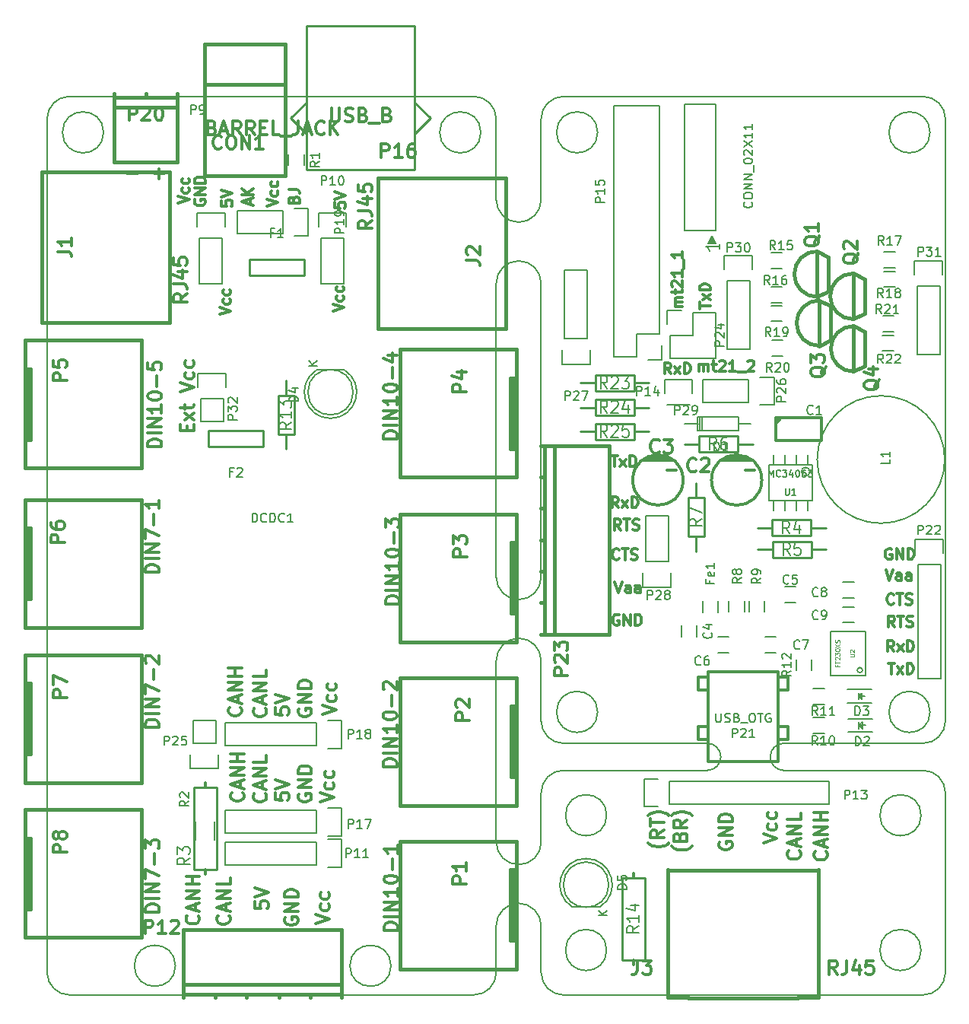
<source format=gto>
G04 #@! TF.FileFunction,Legend,Top*
%FSLAX46Y46*%
G04 Gerber Fmt 4.6, Leading zero omitted, Abs format (unit mm)*
G04 Created by KiCad (PCBNEW 4.0.7-e2-6376~58~ubuntu16.04.1) date Sun Nov 19 12:47:47 2017*
%MOMM*%
%LPD*%
G01*
G04 APERTURE LIST*
%ADD10C,0.100000*%
%ADD11C,0.300000*%
%ADD12C,0.150000*%
%ADD13C,0.381000*%
%ADD14C,0.127000*%
%ADD15C,0.304800*%
%ADD16C,0.200000*%
%ADD17C,0.198120*%
%ADD18C,0.254000*%
%ADD19C,0.248920*%
%ADD20C,0.149860*%
%ADD21C,0.203200*%
%ADD22C,0.195580*%
%ADD23C,0.099060*%
G04 APERTURE END LIST*
D10*
D11*
X82569857Y-86216642D02*
X82569857Y-85716642D01*
X83355571Y-85502356D02*
X83355571Y-86216642D01*
X81855571Y-86216642D01*
X81855571Y-85502356D01*
X83355571Y-85002356D02*
X82355571Y-84216642D01*
X82355571Y-85002356D02*
X83355571Y-84216642D01*
X82355571Y-83859499D02*
X82355571Y-83288070D01*
X81855571Y-83645213D02*
X83141286Y-83645213D01*
X83284143Y-83573785D01*
X83355571Y-83430927D01*
X83355571Y-83288070D01*
X81855571Y-81859499D02*
X83355571Y-81359499D01*
X81855571Y-80859499D01*
X83284143Y-79716642D02*
X83355571Y-79859499D01*
X83355571Y-80145213D01*
X83284143Y-80288071D01*
X83212714Y-80359499D01*
X83069857Y-80430928D01*
X82641286Y-80430928D01*
X82498429Y-80359499D01*
X82427000Y-80288071D01*
X82355571Y-80145213D01*
X82355571Y-79859499D01*
X82427000Y-79716642D01*
X83284143Y-78430928D02*
X83355571Y-78573785D01*
X83355571Y-78859499D01*
X83284143Y-79002357D01*
X83212714Y-79073785D01*
X83069857Y-79145214D01*
X82641286Y-79145214D01*
X82498429Y-79073785D01*
X82427000Y-79002357D01*
X82355571Y-78859499D01*
X82355571Y-78573785D01*
X82427000Y-78430928D01*
X136445715Y-79854357D02*
X136045715Y-79282929D01*
X135760000Y-79854357D02*
X135760000Y-78654357D01*
X136217143Y-78654357D01*
X136331429Y-78711500D01*
X136388572Y-78768643D01*
X136445715Y-78882929D01*
X136445715Y-79054357D01*
X136388572Y-79168643D01*
X136331429Y-79225786D01*
X136217143Y-79282929D01*
X135760000Y-79282929D01*
X136845715Y-79854357D02*
X137474286Y-79054357D01*
X136845715Y-79054357D02*
X137474286Y-79854357D01*
X137931429Y-79854357D02*
X137931429Y-78654357D01*
X138217144Y-78654357D01*
X138388572Y-78711500D01*
X138502858Y-78825786D01*
X138560001Y-78940071D01*
X138617144Y-79168643D01*
X138617144Y-79340071D01*
X138560001Y-79568643D01*
X138502858Y-79682929D01*
X138388572Y-79797214D01*
X138217144Y-79854357D01*
X137931429Y-79854357D01*
X139614357Y-72612071D02*
X139614357Y-71926357D01*
X140814357Y-72269214D02*
X139614357Y-72269214D01*
X140814357Y-71640642D02*
X140014357Y-71012071D01*
X140014357Y-71640642D02*
X140814357Y-71012071D01*
X140814357Y-70554928D02*
X139614357Y-70554928D01*
X139614357Y-70269213D01*
X139671500Y-70097785D01*
X139785786Y-69983499D01*
X139900071Y-69926356D01*
X140128643Y-69869213D01*
X140300071Y-69869213D01*
X140528643Y-69926356D01*
X140642929Y-69983499D01*
X140757214Y-70097785D01*
X140814357Y-70269213D01*
X140814357Y-70554928D01*
X139592429Y-79600357D02*
X139592429Y-78800357D01*
X139592429Y-78914643D02*
X139649572Y-78857500D01*
X139763858Y-78800357D01*
X139935286Y-78800357D01*
X140049572Y-78857500D01*
X140106715Y-78971786D01*
X140106715Y-79600357D01*
X140106715Y-78971786D02*
X140163858Y-78857500D01*
X140278144Y-78800357D01*
X140449572Y-78800357D01*
X140563858Y-78857500D01*
X140621001Y-78971786D01*
X140621001Y-79600357D01*
X141021001Y-78800357D02*
X141478144Y-78800357D01*
X141192429Y-78400357D02*
X141192429Y-79428929D01*
X141249572Y-79543214D01*
X141363858Y-79600357D01*
X141478144Y-79600357D01*
X141821000Y-78514643D02*
X141878143Y-78457500D01*
X141992429Y-78400357D01*
X142278143Y-78400357D01*
X142392429Y-78457500D01*
X142449572Y-78514643D01*
X142506715Y-78628929D01*
X142506715Y-78743214D01*
X142449572Y-78914643D01*
X141763858Y-79600357D01*
X142506715Y-79600357D01*
X143649572Y-79600357D02*
X142963857Y-79600357D01*
X143306715Y-79600357D02*
X143306715Y-78400357D01*
X143192429Y-78571786D01*
X143078143Y-78686071D01*
X142963857Y-78743214D01*
X143878143Y-79714643D02*
X144792429Y-79714643D01*
X145021000Y-78514643D02*
X145078143Y-78457500D01*
X145192429Y-78400357D01*
X145478143Y-78400357D01*
X145592429Y-78457500D01*
X145649572Y-78514643D01*
X145706715Y-78628929D01*
X145706715Y-78743214D01*
X145649572Y-78914643D01*
X144963858Y-79600357D01*
X145706715Y-79600357D01*
X137728257Y-72421371D02*
X136928257Y-72421371D01*
X137042543Y-72421371D02*
X136985400Y-72364228D01*
X136928257Y-72249942D01*
X136928257Y-72078514D01*
X136985400Y-71964228D01*
X137099686Y-71907085D01*
X137728257Y-71907085D01*
X137099686Y-71907085D02*
X136985400Y-71849942D01*
X136928257Y-71735656D01*
X136928257Y-71564228D01*
X136985400Y-71449942D01*
X137099686Y-71392799D01*
X137728257Y-71392799D01*
X136928257Y-70992799D02*
X136928257Y-70535656D01*
X136528257Y-70821371D02*
X137556829Y-70821371D01*
X137671114Y-70764228D01*
X137728257Y-70649942D01*
X137728257Y-70535656D01*
X136642543Y-70192800D02*
X136585400Y-70135657D01*
X136528257Y-70021371D01*
X136528257Y-69735657D01*
X136585400Y-69621371D01*
X136642543Y-69564228D01*
X136756829Y-69507085D01*
X136871114Y-69507085D01*
X137042543Y-69564228D01*
X137728257Y-70249942D01*
X137728257Y-69507085D01*
X137728257Y-68364228D02*
X137728257Y-69049943D01*
X137728257Y-68707085D02*
X136528257Y-68707085D01*
X136699686Y-68821371D01*
X136813971Y-68935657D01*
X136871114Y-69049943D01*
X137842543Y-68135657D02*
X137842543Y-67221371D01*
X137728257Y-66307085D02*
X137728257Y-66992800D01*
X137728257Y-66649942D02*
X136528257Y-66649942D01*
X136699686Y-66764228D01*
X136813971Y-66878514D01*
X136871114Y-66992800D01*
X130657715Y-106715000D02*
X130543429Y-106657857D01*
X130372000Y-106657857D01*
X130200572Y-106715000D01*
X130086286Y-106829286D01*
X130029143Y-106943571D01*
X129972000Y-107172143D01*
X129972000Y-107343571D01*
X130029143Y-107572143D01*
X130086286Y-107686429D01*
X130200572Y-107800714D01*
X130372000Y-107857857D01*
X130486286Y-107857857D01*
X130657715Y-107800714D01*
X130714858Y-107743571D01*
X130714858Y-107343571D01*
X130486286Y-107343571D01*
X131229143Y-107857857D02*
X131229143Y-106657857D01*
X131914858Y-107857857D01*
X131914858Y-106657857D01*
X132486286Y-107857857D02*
X132486286Y-106657857D01*
X132772001Y-106657857D01*
X132943429Y-106715000D01*
X133057715Y-106829286D01*
X133114858Y-106943571D01*
X133172001Y-107172143D01*
X133172001Y-107343571D01*
X133114858Y-107572143D01*
X133057715Y-107686429D01*
X132943429Y-107800714D01*
X132772001Y-107857857D01*
X132486286Y-107857857D01*
X130213287Y-103038357D02*
X130613287Y-104238357D01*
X131013287Y-103038357D01*
X131927572Y-104238357D02*
X131927572Y-103609786D01*
X131870429Y-103495500D01*
X131756143Y-103438357D01*
X131527572Y-103438357D01*
X131413286Y-103495500D01*
X131927572Y-104181214D02*
X131813286Y-104238357D01*
X131527572Y-104238357D01*
X131413286Y-104181214D01*
X131356143Y-104066929D01*
X131356143Y-103952643D01*
X131413286Y-103838357D01*
X131527572Y-103781214D01*
X131813286Y-103781214D01*
X131927572Y-103724071D01*
X133013286Y-104238357D02*
X133013286Y-103609786D01*
X132956143Y-103495500D01*
X132841857Y-103438357D01*
X132613286Y-103438357D01*
X132499000Y-103495500D01*
X133013286Y-104181214D02*
X132899000Y-104238357D01*
X132613286Y-104238357D01*
X132499000Y-104181214D01*
X132441857Y-104066929D01*
X132441857Y-103952643D01*
X132499000Y-103838357D01*
X132613286Y-103781214D01*
X132899000Y-103781214D01*
X133013286Y-103724071D01*
X130660858Y-100441071D02*
X130603715Y-100498214D01*
X130432286Y-100555357D01*
X130318000Y-100555357D01*
X130146572Y-100498214D01*
X130032286Y-100383929D01*
X129975143Y-100269643D01*
X129918000Y-100041071D01*
X129918000Y-99869643D01*
X129975143Y-99641071D01*
X130032286Y-99526786D01*
X130146572Y-99412500D01*
X130318000Y-99355357D01*
X130432286Y-99355357D01*
X130603715Y-99412500D01*
X130660858Y-99469643D01*
X131003715Y-99355357D02*
X131689429Y-99355357D01*
X131346572Y-100555357D02*
X131346572Y-99355357D01*
X132032286Y-100498214D02*
X132203715Y-100555357D01*
X132489429Y-100555357D01*
X132603715Y-100498214D01*
X132660858Y-100441071D01*
X132718001Y-100326786D01*
X132718001Y-100212500D01*
X132660858Y-100098214D01*
X132603715Y-100041071D01*
X132489429Y-99983929D01*
X132260858Y-99926786D01*
X132146572Y-99869643D01*
X132089429Y-99812500D01*
X132032286Y-99698214D01*
X132032286Y-99583929D01*
X132089429Y-99469643D01*
X132146572Y-99412500D01*
X132260858Y-99355357D01*
X132546572Y-99355357D01*
X132718001Y-99412500D01*
X130851358Y-97253357D02*
X130451358Y-96681929D01*
X130165643Y-97253357D02*
X130165643Y-96053357D01*
X130622786Y-96053357D01*
X130737072Y-96110500D01*
X130794215Y-96167643D01*
X130851358Y-96281929D01*
X130851358Y-96453357D01*
X130794215Y-96567643D01*
X130737072Y-96624786D01*
X130622786Y-96681929D01*
X130165643Y-96681929D01*
X131194215Y-96053357D02*
X131879929Y-96053357D01*
X131537072Y-97253357D02*
X131537072Y-96053357D01*
X132222786Y-97196214D02*
X132394215Y-97253357D01*
X132679929Y-97253357D01*
X132794215Y-97196214D01*
X132851358Y-97139071D01*
X132908501Y-97024786D01*
X132908501Y-96910500D01*
X132851358Y-96796214D01*
X132794215Y-96739071D01*
X132679929Y-96681929D01*
X132451358Y-96624786D01*
X132337072Y-96567643D01*
X132279929Y-96510500D01*
X132222786Y-96396214D01*
X132222786Y-96281929D01*
X132279929Y-96167643D01*
X132337072Y-96110500D01*
X132451358Y-96053357D01*
X132737072Y-96053357D01*
X132908501Y-96110500D01*
X130603715Y-94776857D02*
X130203715Y-94205429D01*
X129918000Y-94776857D02*
X129918000Y-93576857D01*
X130375143Y-93576857D01*
X130489429Y-93634000D01*
X130546572Y-93691143D01*
X130603715Y-93805429D01*
X130603715Y-93976857D01*
X130546572Y-94091143D01*
X130489429Y-94148286D01*
X130375143Y-94205429D01*
X129918000Y-94205429D01*
X131003715Y-94776857D02*
X131632286Y-93976857D01*
X131003715Y-93976857D02*
X131632286Y-94776857D01*
X132089429Y-94776857D02*
X132089429Y-93576857D01*
X132375144Y-93576857D01*
X132546572Y-93634000D01*
X132660858Y-93748286D01*
X132718001Y-93862571D01*
X132775144Y-94091143D01*
X132775144Y-94262571D01*
X132718001Y-94491143D01*
X132660858Y-94605429D01*
X132546572Y-94719714D01*
X132375144Y-94776857D01*
X132089429Y-94776857D01*
X129825929Y-89004857D02*
X130511643Y-89004857D01*
X130168786Y-90204857D02*
X130168786Y-89004857D01*
X130797358Y-90204857D02*
X131425929Y-89404857D01*
X130797358Y-89404857D02*
X131425929Y-90204857D01*
X131883072Y-90204857D02*
X131883072Y-89004857D01*
X132168787Y-89004857D01*
X132340215Y-89062000D01*
X132454501Y-89176286D01*
X132511644Y-89290571D01*
X132568787Y-89519143D01*
X132568787Y-89690571D01*
X132511644Y-89919143D01*
X132454501Y-90033429D01*
X132340215Y-90147714D01*
X132168787Y-90204857D01*
X131883072Y-90204857D01*
X160363087Y-101654057D02*
X160763087Y-102854057D01*
X161163087Y-101654057D01*
X162077372Y-102854057D02*
X162077372Y-102225486D01*
X162020229Y-102111200D01*
X161905943Y-102054057D01*
X161677372Y-102054057D01*
X161563086Y-102111200D01*
X162077372Y-102796914D02*
X161963086Y-102854057D01*
X161677372Y-102854057D01*
X161563086Y-102796914D01*
X161505943Y-102682629D01*
X161505943Y-102568343D01*
X161563086Y-102454057D01*
X161677372Y-102396914D01*
X161963086Y-102396914D01*
X162077372Y-102339771D01*
X163163086Y-102854057D02*
X163163086Y-102225486D01*
X163105943Y-102111200D01*
X162991657Y-102054057D01*
X162763086Y-102054057D01*
X162648800Y-102111200D01*
X163163086Y-102796914D02*
X163048800Y-102854057D01*
X162763086Y-102854057D01*
X162648800Y-102796914D01*
X162591657Y-102682629D01*
X162591657Y-102568343D01*
X162648800Y-102454057D01*
X162763086Y-102396914D01*
X163048800Y-102396914D01*
X163163086Y-102339771D01*
X160985315Y-99374400D02*
X160871029Y-99317257D01*
X160699600Y-99317257D01*
X160528172Y-99374400D01*
X160413886Y-99488686D01*
X160356743Y-99602971D01*
X160299600Y-99831543D01*
X160299600Y-100002971D01*
X160356743Y-100231543D01*
X160413886Y-100345829D01*
X160528172Y-100460114D01*
X160699600Y-100517257D01*
X160813886Y-100517257D01*
X160985315Y-100460114D01*
X161042458Y-100402971D01*
X161042458Y-100002971D01*
X160813886Y-100002971D01*
X161556743Y-100517257D02*
X161556743Y-99317257D01*
X162242458Y-100517257D01*
X162242458Y-99317257D01*
X162813886Y-100517257D02*
X162813886Y-99317257D01*
X163099601Y-99317257D01*
X163271029Y-99374400D01*
X163385315Y-99488686D01*
X163442458Y-99602971D01*
X163499601Y-99831543D01*
X163499601Y-100002971D01*
X163442458Y-100231543D01*
X163385315Y-100345829D01*
X163271029Y-100460114D01*
X163099601Y-100517257D01*
X162813886Y-100517257D01*
X161242458Y-105432171D02*
X161185315Y-105489314D01*
X161013886Y-105546457D01*
X160899600Y-105546457D01*
X160728172Y-105489314D01*
X160613886Y-105375029D01*
X160556743Y-105260743D01*
X160499600Y-105032171D01*
X160499600Y-104860743D01*
X160556743Y-104632171D01*
X160613886Y-104517886D01*
X160728172Y-104403600D01*
X160899600Y-104346457D01*
X161013886Y-104346457D01*
X161185315Y-104403600D01*
X161242458Y-104460743D01*
X161585315Y-104346457D02*
X162271029Y-104346457D01*
X161928172Y-105546457D02*
X161928172Y-104346457D01*
X162613886Y-105489314D02*
X162785315Y-105546457D01*
X163071029Y-105546457D01*
X163185315Y-105489314D01*
X163242458Y-105432171D01*
X163299601Y-105317886D01*
X163299601Y-105203600D01*
X163242458Y-105089314D01*
X163185315Y-105032171D01*
X163071029Y-104975029D01*
X162842458Y-104917886D01*
X162728172Y-104860743D01*
X162671029Y-104803600D01*
X162613886Y-104689314D01*
X162613886Y-104575029D01*
X162671029Y-104460743D01*
X162728172Y-104403600D01*
X162842458Y-104346457D01*
X163128172Y-104346457D01*
X163299601Y-104403600D01*
X161344058Y-108035657D02*
X160944058Y-107464229D01*
X160658343Y-108035657D02*
X160658343Y-106835657D01*
X161115486Y-106835657D01*
X161229772Y-106892800D01*
X161286915Y-106949943D01*
X161344058Y-107064229D01*
X161344058Y-107235657D01*
X161286915Y-107349943D01*
X161229772Y-107407086D01*
X161115486Y-107464229D01*
X160658343Y-107464229D01*
X161686915Y-106835657D02*
X162372629Y-106835657D01*
X162029772Y-108035657D02*
X162029772Y-106835657D01*
X162715486Y-107978514D02*
X162886915Y-108035657D01*
X163172629Y-108035657D01*
X163286915Y-107978514D01*
X163344058Y-107921371D01*
X163401201Y-107807086D01*
X163401201Y-107692800D01*
X163344058Y-107578514D01*
X163286915Y-107521371D01*
X163172629Y-107464229D01*
X162944058Y-107407086D01*
X162829772Y-107349943D01*
X162772629Y-107292800D01*
X162715486Y-107178514D01*
X162715486Y-107064229D01*
X162772629Y-106949943D01*
X162829772Y-106892800D01*
X162944058Y-106835657D01*
X163229772Y-106835657D01*
X163401201Y-106892800D01*
X161286915Y-110778857D02*
X160886915Y-110207429D01*
X160601200Y-110778857D02*
X160601200Y-109578857D01*
X161058343Y-109578857D01*
X161172629Y-109636000D01*
X161229772Y-109693143D01*
X161286915Y-109807429D01*
X161286915Y-109978857D01*
X161229772Y-110093143D01*
X161172629Y-110150286D01*
X161058343Y-110207429D01*
X160601200Y-110207429D01*
X161686915Y-110778857D02*
X162315486Y-109978857D01*
X161686915Y-109978857D02*
X162315486Y-110778857D01*
X162772629Y-110778857D02*
X162772629Y-109578857D01*
X163058344Y-109578857D01*
X163229772Y-109636000D01*
X163344058Y-109750286D01*
X163401201Y-109864571D01*
X163458344Y-110093143D01*
X163458344Y-110264571D01*
X163401201Y-110493143D01*
X163344058Y-110607429D01*
X163229772Y-110721714D01*
X163058344Y-110778857D01*
X162772629Y-110778857D01*
X160674229Y-112068057D02*
X161359943Y-112068057D01*
X161017086Y-113268057D02*
X161017086Y-112068057D01*
X161645658Y-113268057D02*
X162274229Y-112468057D01*
X161645658Y-112468057D02*
X162274229Y-113268057D01*
X162731372Y-113268057D02*
X162731372Y-112068057D01*
X163017087Y-112068057D01*
X163188515Y-112125200D01*
X163302801Y-112239486D01*
X163359944Y-112353771D01*
X163417087Y-112582343D01*
X163417087Y-112753771D01*
X163359944Y-112982343D01*
X163302801Y-113096629D01*
X163188515Y-113210914D01*
X163017087Y-113268057D01*
X162731372Y-113268057D01*
D12*
X167000000Y-126500000D02*
X167000000Y-146500000D01*
X167000000Y-118500000D02*
X167000000Y-51500000D01*
X122000000Y-112500000D02*
X122000000Y-118500000D01*
X122000000Y-126500000D02*
X122000000Y-132000000D01*
D11*
X89582600Y-61007514D02*
X89582600Y-60436085D01*
X89925457Y-61121799D02*
X88725457Y-60721799D01*
X89925457Y-60321799D01*
X89925457Y-59921800D02*
X88725457Y-59921800D01*
X89925457Y-59236085D02*
X89239743Y-59750371D01*
X88725457Y-59236085D02*
X89411171Y-59921800D01*
X94478486Y-60493229D02*
X94535629Y-60321800D01*
X94592771Y-60264657D01*
X94707057Y-60207514D01*
X94878486Y-60207514D01*
X94992771Y-60264657D01*
X95049914Y-60321800D01*
X95107057Y-60436086D01*
X95107057Y-60893229D01*
X93907057Y-60893229D01*
X93907057Y-60493229D01*
X93964200Y-60378943D01*
X94021343Y-60321800D01*
X94135629Y-60264657D01*
X94249914Y-60264657D01*
X94364200Y-60321800D01*
X94421343Y-60378943D01*
X94478486Y-60493229D01*
X94478486Y-60893229D01*
X93907057Y-59350372D02*
X94764200Y-59350372D01*
X94935629Y-59407514D01*
X95049914Y-59521800D01*
X95107057Y-59693229D01*
X95107057Y-59807514D01*
X91494057Y-61220170D02*
X92694057Y-60820170D01*
X91494057Y-60420170D01*
X92636914Y-59505885D02*
X92694057Y-59620171D01*
X92694057Y-59848742D01*
X92636914Y-59963028D01*
X92579771Y-60020171D01*
X92465486Y-60077314D01*
X92122629Y-60077314D01*
X92008343Y-60020171D01*
X91951200Y-59963028D01*
X91894057Y-59848742D01*
X91894057Y-59620171D01*
X91951200Y-59505885D01*
X92636914Y-58477314D02*
X92694057Y-58591600D01*
X92694057Y-58820171D01*
X92636914Y-58934457D01*
X92579771Y-58991600D01*
X92465486Y-59048743D01*
X92122629Y-59048743D01*
X92008343Y-58991600D01*
X91951200Y-58934457D01*
X91894057Y-58820171D01*
X91894057Y-58591600D01*
X91951200Y-58477314D01*
X98809257Y-72904170D02*
X100009257Y-72504170D01*
X98809257Y-72104170D01*
X99952114Y-71189885D02*
X100009257Y-71304171D01*
X100009257Y-71532742D01*
X99952114Y-71647028D01*
X99894971Y-71704171D01*
X99780686Y-71761314D01*
X99437829Y-71761314D01*
X99323543Y-71704171D01*
X99266400Y-71647028D01*
X99209257Y-71532742D01*
X99209257Y-71304171D01*
X99266400Y-71189885D01*
X99952114Y-70161314D02*
X100009257Y-70275600D01*
X100009257Y-70504171D01*
X99952114Y-70618457D01*
X99894971Y-70675600D01*
X99780686Y-70732743D01*
X99437829Y-70732743D01*
X99323543Y-70675600D01*
X99266400Y-70618457D01*
X99209257Y-70504171D01*
X99209257Y-70275600D01*
X99266400Y-70161314D01*
X99012457Y-60832971D02*
X99012457Y-61404400D01*
X99583886Y-61461543D01*
X99526743Y-61404400D01*
X99469600Y-61290114D01*
X99469600Y-61004400D01*
X99526743Y-60890114D01*
X99583886Y-60832971D01*
X99698171Y-60775828D01*
X99983886Y-60775828D01*
X100098171Y-60832971D01*
X100155314Y-60890114D01*
X100212457Y-61004400D01*
X100212457Y-61290114D01*
X100155314Y-61404400D01*
X100098171Y-61461543D01*
X99012457Y-60432971D02*
X100212457Y-60032971D01*
X99012457Y-59632971D01*
X86210857Y-73259770D02*
X87410857Y-72859770D01*
X86210857Y-72459770D01*
X87353714Y-71545485D02*
X87410857Y-71659771D01*
X87410857Y-71888342D01*
X87353714Y-72002628D01*
X87296571Y-72059771D01*
X87182286Y-72116914D01*
X86839429Y-72116914D01*
X86725143Y-72059771D01*
X86668000Y-72002628D01*
X86610857Y-71888342D01*
X86610857Y-71659771D01*
X86668000Y-71545485D01*
X87353714Y-70516914D02*
X87410857Y-70631200D01*
X87410857Y-70859771D01*
X87353714Y-70974057D01*
X87296571Y-71031200D01*
X87182286Y-71088343D01*
X86839429Y-71088343D01*
X86725143Y-71031200D01*
X86668000Y-70974057D01*
X86610857Y-70859771D01*
X86610857Y-70631200D01*
X86668000Y-70516914D01*
X86414057Y-60604371D02*
X86414057Y-61175800D01*
X86985486Y-61232943D01*
X86928343Y-61175800D01*
X86871200Y-61061514D01*
X86871200Y-60775800D01*
X86928343Y-60661514D01*
X86985486Y-60604371D01*
X87099771Y-60547228D01*
X87385486Y-60547228D01*
X87499771Y-60604371D01*
X87556914Y-60661514D01*
X87614057Y-60775800D01*
X87614057Y-61061514D01*
X87556914Y-61175800D01*
X87499771Y-61232943D01*
X86414057Y-60204371D02*
X87614057Y-59804371D01*
X86414057Y-59404371D01*
X83474000Y-60477285D02*
X83416857Y-60591571D01*
X83416857Y-60763000D01*
X83474000Y-60934428D01*
X83588286Y-61048714D01*
X83702571Y-61105857D01*
X83931143Y-61163000D01*
X84102571Y-61163000D01*
X84331143Y-61105857D01*
X84445429Y-61048714D01*
X84559714Y-60934428D01*
X84616857Y-60763000D01*
X84616857Y-60648714D01*
X84559714Y-60477285D01*
X84502571Y-60420142D01*
X84102571Y-60420142D01*
X84102571Y-60648714D01*
X84616857Y-59905857D02*
X83416857Y-59905857D01*
X84616857Y-59220142D01*
X83416857Y-59220142D01*
X84616857Y-58648714D02*
X83416857Y-58648714D01*
X83416857Y-58362999D01*
X83474000Y-58191571D01*
X83588286Y-58077285D01*
X83702571Y-58020142D01*
X83931143Y-57962999D01*
X84102571Y-57962999D01*
X84331143Y-58020142D01*
X84445429Y-58077285D01*
X84559714Y-58191571D01*
X84616857Y-58362999D01*
X84616857Y-58648714D01*
X81613457Y-60889970D02*
X82813457Y-60489970D01*
X81613457Y-60089970D01*
X82756314Y-59175685D02*
X82813457Y-59289971D01*
X82813457Y-59518542D01*
X82756314Y-59632828D01*
X82699171Y-59689971D01*
X82584886Y-59747114D01*
X82242029Y-59747114D01*
X82127743Y-59689971D01*
X82070600Y-59632828D01*
X82013457Y-59518542D01*
X82013457Y-59289971D01*
X82070600Y-59175685D01*
X82756314Y-58147114D02*
X82813457Y-58261400D01*
X82813457Y-58489971D01*
X82756314Y-58604257D01*
X82699171Y-58661400D01*
X82584886Y-58718543D01*
X82242029Y-58718543D01*
X82127743Y-58661400D01*
X82070600Y-58604257D01*
X82013457Y-58489971D01*
X82013457Y-58261400D01*
X82070600Y-58147114D01*
D12*
X117000000Y-69800000D02*
X117000000Y-102500000D01*
X122000000Y-102500000D02*
X122000000Y-69800000D01*
X117000000Y-112500000D02*
X117000000Y-111800000D01*
X122000000Y-112500000D02*
X122000000Y-111800000D01*
X117000000Y-146500000D02*
X117000000Y-141300000D01*
X122000000Y-141300000D02*
X122000000Y-146500000D01*
D11*
X138820000Y-132454286D02*
X138748571Y-132525714D01*
X138534286Y-132668571D01*
X138391429Y-132740000D01*
X138177143Y-132811429D01*
X137820000Y-132882857D01*
X137534286Y-132882857D01*
X137177143Y-132811429D01*
X136962857Y-132740000D01*
X136820000Y-132668571D01*
X136605714Y-132525714D01*
X136534286Y-132454286D01*
X137462857Y-131382857D02*
X137534286Y-131168571D01*
X137605714Y-131097143D01*
X137748571Y-131025714D01*
X137962857Y-131025714D01*
X138105714Y-131097143D01*
X138177143Y-131168571D01*
X138248571Y-131311429D01*
X138248571Y-131882857D01*
X136748571Y-131882857D01*
X136748571Y-131382857D01*
X136820000Y-131240000D01*
X136891429Y-131168571D01*
X137034286Y-131097143D01*
X137177143Y-131097143D01*
X137320000Y-131168571D01*
X137391429Y-131240000D01*
X137462857Y-131382857D01*
X137462857Y-131882857D01*
X138248571Y-129525714D02*
X137534286Y-130025714D01*
X138248571Y-130382857D02*
X136748571Y-130382857D01*
X136748571Y-129811429D01*
X136820000Y-129668571D01*
X136891429Y-129597143D01*
X137034286Y-129525714D01*
X137248571Y-129525714D01*
X137391429Y-129597143D01*
X137462857Y-129668571D01*
X137534286Y-129811429D01*
X137534286Y-130382857D01*
X138820000Y-129025714D02*
X138748571Y-128954286D01*
X138534286Y-128811429D01*
X138391429Y-128740000D01*
X138177143Y-128668571D01*
X137820000Y-128597143D01*
X137534286Y-128597143D01*
X137177143Y-128668571D01*
X136962857Y-128740000D01*
X136820000Y-128811429D01*
X136605714Y-128954286D01*
X136534286Y-129025714D01*
X136220000Y-132095714D02*
X136148571Y-132167142D01*
X135934286Y-132309999D01*
X135791429Y-132381428D01*
X135577143Y-132452857D01*
X135220000Y-132524285D01*
X134934286Y-132524285D01*
X134577143Y-132452857D01*
X134362857Y-132381428D01*
X134220000Y-132309999D01*
X134005714Y-132167142D01*
X133934286Y-132095714D01*
X135648571Y-130667142D02*
X134934286Y-131167142D01*
X135648571Y-131524285D02*
X134148571Y-131524285D01*
X134148571Y-130952857D01*
X134220000Y-130809999D01*
X134291429Y-130738571D01*
X134434286Y-130667142D01*
X134648571Y-130667142D01*
X134791429Y-130738571D01*
X134862857Y-130809999D01*
X134934286Y-130952857D01*
X134934286Y-131524285D01*
X134148571Y-130238571D02*
X134148571Y-129381428D01*
X135648571Y-129809999D02*
X134148571Y-129809999D01*
X136220000Y-129024285D02*
X136148571Y-128952857D01*
X135934286Y-128810000D01*
X135791429Y-128738571D01*
X135577143Y-128667142D01*
X135220000Y-128595714D01*
X134934286Y-128595714D01*
X134577143Y-128667142D01*
X134362857Y-128738571D01*
X134220000Y-128810000D01*
X134005714Y-128952857D01*
X133934286Y-129024285D01*
X146728571Y-132095714D02*
X148228571Y-131595714D01*
X146728571Y-131095714D01*
X148157143Y-129952857D02*
X148228571Y-130095714D01*
X148228571Y-130381428D01*
X148157143Y-130524286D01*
X148085714Y-130595714D01*
X147942857Y-130667143D01*
X147514286Y-130667143D01*
X147371429Y-130595714D01*
X147300000Y-130524286D01*
X147228571Y-130381428D01*
X147228571Y-130095714D01*
X147300000Y-129952857D01*
X148157143Y-128667143D02*
X148228571Y-128810000D01*
X148228571Y-129095714D01*
X148157143Y-129238572D01*
X148085714Y-129310000D01*
X147942857Y-129381429D01*
X147514286Y-129381429D01*
X147371429Y-129310000D01*
X147300000Y-129238572D01*
X147228571Y-129095714D01*
X147228571Y-128810000D01*
X147300000Y-128667143D01*
X141860000Y-131982857D02*
X141788571Y-132125714D01*
X141788571Y-132340000D01*
X141860000Y-132554285D01*
X142002857Y-132697143D01*
X142145714Y-132768571D01*
X142431429Y-132840000D01*
X142645714Y-132840000D01*
X142931429Y-132768571D01*
X143074286Y-132697143D01*
X143217143Y-132554285D01*
X143288571Y-132340000D01*
X143288571Y-132197143D01*
X143217143Y-131982857D01*
X143145714Y-131911428D01*
X142645714Y-131911428D01*
X142645714Y-132197143D01*
X143288571Y-131268571D02*
X141788571Y-131268571D01*
X143288571Y-130411428D01*
X141788571Y-130411428D01*
X143288571Y-129697142D02*
X141788571Y-129697142D01*
X141788571Y-129339999D01*
X141860000Y-129125714D01*
X142002857Y-128982856D01*
X142145714Y-128911428D01*
X142431429Y-128839999D01*
X142645714Y-128839999D01*
X142931429Y-128911428D01*
X143074286Y-128982856D01*
X143217143Y-129125714D01*
X143288571Y-129339999D01*
X143288571Y-129697142D01*
X150735714Y-132971428D02*
X150807143Y-133042857D01*
X150878571Y-133257143D01*
X150878571Y-133400000D01*
X150807143Y-133614285D01*
X150664286Y-133757143D01*
X150521429Y-133828571D01*
X150235714Y-133900000D01*
X150021429Y-133900000D01*
X149735714Y-133828571D01*
X149592857Y-133757143D01*
X149450000Y-133614285D01*
X149378571Y-133400000D01*
X149378571Y-133257143D01*
X149450000Y-133042857D01*
X149521429Y-132971428D01*
X150450000Y-132400000D02*
X150450000Y-131685714D01*
X150878571Y-132542857D02*
X149378571Y-132042857D01*
X150878571Y-131542857D01*
X150878571Y-131042857D02*
X149378571Y-131042857D01*
X150878571Y-130185714D01*
X149378571Y-130185714D01*
X150878571Y-128757142D02*
X150878571Y-129471428D01*
X149378571Y-129471428D01*
X153735714Y-133050000D02*
X153807143Y-133121429D01*
X153878571Y-133335715D01*
X153878571Y-133478572D01*
X153807143Y-133692857D01*
X153664286Y-133835715D01*
X153521429Y-133907143D01*
X153235714Y-133978572D01*
X153021429Y-133978572D01*
X152735714Y-133907143D01*
X152592857Y-133835715D01*
X152450000Y-133692857D01*
X152378571Y-133478572D01*
X152378571Y-133335715D01*
X152450000Y-133121429D01*
X152521429Y-133050000D01*
X153450000Y-132478572D02*
X153450000Y-131764286D01*
X153878571Y-132621429D02*
X152378571Y-132121429D01*
X153878571Y-131621429D01*
X153878571Y-131121429D02*
X152378571Y-131121429D01*
X153878571Y-130264286D01*
X152378571Y-130264286D01*
X153878571Y-129550000D02*
X152378571Y-129550000D01*
X153092857Y-129550000D02*
X153092857Y-128692857D01*
X153878571Y-128692857D02*
X152378571Y-128692857D01*
X96928571Y-141035714D02*
X98428571Y-140535714D01*
X96928571Y-140035714D01*
X98357143Y-138892857D02*
X98428571Y-139035714D01*
X98428571Y-139321428D01*
X98357143Y-139464286D01*
X98285714Y-139535714D01*
X98142857Y-139607143D01*
X97714286Y-139607143D01*
X97571429Y-139535714D01*
X97500000Y-139464286D01*
X97428571Y-139321428D01*
X97428571Y-139035714D01*
X97500000Y-138892857D01*
X98357143Y-137607143D02*
X98428571Y-137750000D01*
X98428571Y-138035714D01*
X98357143Y-138178572D01*
X98285714Y-138250000D01*
X98142857Y-138321429D01*
X97714286Y-138321429D01*
X97571429Y-138250000D01*
X97500000Y-138178572D01*
X97428571Y-138035714D01*
X97428571Y-137750000D01*
X97500000Y-137607143D01*
X93500000Y-140392857D02*
X93428571Y-140535714D01*
X93428571Y-140750000D01*
X93500000Y-140964285D01*
X93642857Y-141107143D01*
X93785714Y-141178571D01*
X94071429Y-141250000D01*
X94285714Y-141250000D01*
X94571429Y-141178571D01*
X94714286Y-141107143D01*
X94857143Y-140964285D01*
X94928571Y-140750000D01*
X94928571Y-140607143D01*
X94857143Y-140392857D01*
X94785714Y-140321428D01*
X94285714Y-140321428D01*
X94285714Y-140607143D01*
X94928571Y-139678571D02*
X93428571Y-139678571D01*
X94928571Y-138821428D01*
X93428571Y-138821428D01*
X94928571Y-138107142D02*
X93428571Y-138107142D01*
X93428571Y-137749999D01*
X93500000Y-137535714D01*
X93642857Y-137392856D01*
X93785714Y-137321428D01*
X94071429Y-137249999D01*
X94285714Y-137249999D01*
X94571429Y-137321428D01*
X94714286Y-137392856D01*
X94857143Y-137535714D01*
X94928571Y-137749999D01*
X94928571Y-138107142D01*
X90128571Y-138615713D02*
X90128571Y-139329999D01*
X90842857Y-139401428D01*
X90771429Y-139329999D01*
X90700000Y-139187142D01*
X90700000Y-138829999D01*
X90771429Y-138687142D01*
X90842857Y-138615713D01*
X90985714Y-138544285D01*
X91342857Y-138544285D01*
X91485714Y-138615713D01*
X91557143Y-138687142D01*
X91628571Y-138829999D01*
X91628571Y-139187142D01*
X91557143Y-139329999D01*
X91485714Y-139401428D01*
X90128571Y-138115714D02*
X91628571Y-137615714D01*
X90128571Y-137115714D01*
X87235714Y-140171428D02*
X87307143Y-140242857D01*
X87378571Y-140457143D01*
X87378571Y-140600000D01*
X87307143Y-140814285D01*
X87164286Y-140957143D01*
X87021429Y-141028571D01*
X86735714Y-141100000D01*
X86521429Y-141100000D01*
X86235714Y-141028571D01*
X86092857Y-140957143D01*
X85950000Y-140814285D01*
X85878571Y-140600000D01*
X85878571Y-140457143D01*
X85950000Y-140242857D01*
X86021429Y-140171428D01*
X86950000Y-139600000D02*
X86950000Y-138885714D01*
X87378571Y-139742857D02*
X85878571Y-139242857D01*
X87378571Y-138742857D01*
X87378571Y-138242857D02*
X85878571Y-138242857D01*
X87378571Y-137385714D01*
X85878571Y-137385714D01*
X87378571Y-135957142D02*
X87378571Y-136671428D01*
X85878571Y-136671428D01*
X83825714Y-140170000D02*
X83897143Y-140241429D01*
X83968571Y-140455715D01*
X83968571Y-140598572D01*
X83897143Y-140812857D01*
X83754286Y-140955715D01*
X83611429Y-141027143D01*
X83325714Y-141098572D01*
X83111429Y-141098572D01*
X82825714Y-141027143D01*
X82682857Y-140955715D01*
X82540000Y-140812857D01*
X82468571Y-140598572D01*
X82468571Y-140455715D01*
X82540000Y-140241429D01*
X82611429Y-140170000D01*
X83540000Y-139598572D02*
X83540000Y-138884286D01*
X83968571Y-139741429D02*
X82468571Y-139241429D01*
X83968571Y-138741429D01*
X83968571Y-138241429D02*
X82468571Y-138241429D01*
X83968571Y-137384286D01*
X82468571Y-137384286D01*
X83968571Y-136670000D02*
X82468571Y-136670000D01*
X83182857Y-136670000D02*
X83182857Y-135812857D01*
X83968571Y-135812857D02*
X82468571Y-135812857D01*
X97678571Y-117785714D02*
X99178571Y-117285714D01*
X97678571Y-116785714D01*
X99107143Y-115642857D02*
X99178571Y-115785714D01*
X99178571Y-116071428D01*
X99107143Y-116214286D01*
X99035714Y-116285714D01*
X98892857Y-116357143D01*
X98464286Y-116357143D01*
X98321429Y-116285714D01*
X98250000Y-116214286D01*
X98178571Y-116071428D01*
X98178571Y-115785714D01*
X98250000Y-115642857D01*
X99107143Y-114357143D02*
X99178571Y-114500000D01*
X99178571Y-114785714D01*
X99107143Y-114928572D01*
X99035714Y-115000000D01*
X98892857Y-115071429D01*
X98464286Y-115071429D01*
X98321429Y-115000000D01*
X98250000Y-114928572D01*
X98178571Y-114785714D01*
X98178571Y-114500000D01*
X98250000Y-114357143D01*
X95000000Y-117142857D02*
X94928571Y-117285714D01*
X94928571Y-117500000D01*
X95000000Y-117714285D01*
X95142857Y-117857143D01*
X95285714Y-117928571D01*
X95571429Y-118000000D01*
X95785714Y-118000000D01*
X96071429Y-117928571D01*
X96214286Y-117857143D01*
X96357143Y-117714285D01*
X96428571Y-117500000D01*
X96428571Y-117357143D01*
X96357143Y-117142857D01*
X96285714Y-117071428D01*
X95785714Y-117071428D01*
X95785714Y-117357143D01*
X96428571Y-116428571D02*
X94928571Y-116428571D01*
X96428571Y-115571428D01*
X94928571Y-115571428D01*
X96428571Y-114857142D02*
X94928571Y-114857142D01*
X94928571Y-114499999D01*
X95000000Y-114285714D01*
X95142857Y-114142856D01*
X95285714Y-114071428D01*
X95571429Y-113999999D01*
X95785714Y-113999999D01*
X96071429Y-114071428D01*
X96214286Y-114142856D01*
X96357143Y-114285714D01*
X96428571Y-114499999D01*
X96428571Y-114857142D01*
X92428571Y-117035713D02*
X92428571Y-117749999D01*
X93142857Y-117821428D01*
X93071429Y-117749999D01*
X93000000Y-117607142D01*
X93000000Y-117249999D01*
X93071429Y-117107142D01*
X93142857Y-117035713D01*
X93285714Y-116964285D01*
X93642857Y-116964285D01*
X93785714Y-117035713D01*
X93857143Y-117107142D01*
X93928571Y-117249999D01*
X93928571Y-117607142D01*
X93857143Y-117749999D01*
X93785714Y-117821428D01*
X92428571Y-116535714D02*
X93928571Y-116035714D01*
X92428571Y-115535714D01*
X91285714Y-117071428D02*
X91357143Y-117142857D01*
X91428571Y-117357143D01*
X91428571Y-117500000D01*
X91357143Y-117714285D01*
X91214286Y-117857143D01*
X91071429Y-117928571D01*
X90785714Y-118000000D01*
X90571429Y-118000000D01*
X90285714Y-117928571D01*
X90142857Y-117857143D01*
X90000000Y-117714285D01*
X89928571Y-117500000D01*
X89928571Y-117357143D01*
X90000000Y-117142857D01*
X90071429Y-117071428D01*
X91000000Y-116500000D02*
X91000000Y-115785714D01*
X91428571Y-116642857D02*
X89928571Y-116142857D01*
X91428571Y-115642857D01*
X91428571Y-115142857D02*
X89928571Y-115142857D01*
X91428571Y-114285714D01*
X89928571Y-114285714D01*
X91428571Y-112857142D02*
X91428571Y-113571428D01*
X89928571Y-113571428D01*
X88535714Y-117000000D02*
X88607143Y-117071429D01*
X88678571Y-117285715D01*
X88678571Y-117428572D01*
X88607143Y-117642857D01*
X88464286Y-117785715D01*
X88321429Y-117857143D01*
X88035714Y-117928572D01*
X87821429Y-117928572D01*
X87535714Y-117857143D01*
X87392857Y-117785715D01*
X87250000Y-117642857D01*
X87178571Y-117428572D01*
X87178571Y-117285715D01*
X87250000Y-117071429D01*
X87321429Y-117000000D01*
X88250000Y-116428572D02*
X88250000Y-115714286D01*
X88678571Y-116571429D02*
X87178571Y-116071429D01*
X88678571Y-115571429D01*
X88678571Y-115071429D02*
X87178571Y-115071429D01*
X88678571Y-114214286D01*
X87178571Y-114214286D01*
X88678571Y-113500000D02*
X87178571Y-113500000D01*
X87892857Y-113500000D02*
X87892857Y-112642857D01*
X88678571Y-112642857D02*
X87178571Y-112642857D01*
X97428571Y-127535714D02*
X98928571Y-127035714D01*
X97428571Y-126535714D01*
X98857143Y-125392857D02*
X98928571Y-125535714D01*
X98928571Y-125821428D01*
X98857143Y-125964286D01*
X98785714Y-126035714D01*
X98642857Y-126107143D01*
X98214286Y-126107143D01*
X98071429Y-126035714D01*
X98000000Y-125964286D01*
X97928571Y-125821428D01*
X97928571Y-125535714D01*
X98000000Y-125392857D01*
X98857143Y-124107143D02*
X98928571Y-124250000D01*
X98928571Y-124535714D01*
X98857143Y-124678572D01*
X98785714Y-124750000D01*
X98642857Y-124821429D01*
X98214286Y-124821429D01*
X98071429Y-124750000D01*
X98000000Y-124678572D01*
X97928571Y-124535714D01*
X97928571Y-124250000D01*
X98000000Y-124107143D01*
X92428571Y-126535713D02*
X92428571Y-127249999D01*
X93142857Y-127321428D01*
X93071429Y-127249999D01*
X93000000Y-127107142D01*
X93000000Y-126749999D01*
X93071429Y-126607142D01*
X93142857Y-126535713D01*
X93285714Y-126464285D01*
X93642857Y-126464285D01*
X93785714Y-126535713D01*
X93857143Y-126607142D01*
X93928571Y-126749999D01*
X93928571Y-127107142D01*
X93857143Y-127249999D01*
X93785714Y-127321428D01*
X92428571Y-126035714D02*
X93928571Y-125535714D01*
X92428571Y-125035714D01*
X95000000Y-126642857D02*
X94928571Y-126785714D01*
X94928571Y-127000000D01*
X95000000Y-127214285D01*
X95142857Y-127357143D01*
X95285714Y-127428571D01*
X95571429Y-127500000D01*
X95785714Y-127500000D01*
X96071429Y-127428571D01*
X96214286Y-127357143D01*
X96357143Y-127214285D01*
X96428571Y-127000000D01*
X96428571Y-126857143D01*
X96357143Y-126642857D01*
X96285714Y-126571428D01*
X95785714Y-126571428D01*
X95785714Y-126857143D01*
X96428571Y-125928571D02*
X94928571Y-125928571D01*
X96428571Y-125071428D01*
X94928571Y-125071428D01*
X96428571Y-124357142D02*
X94928571Y-124357142D01*
X94928571Y-123999999D01*
X95000000Y-123785714D01*
X95142857Y-123642856D01*
X95285714Y-123571428D01*
X95571429Y-123499999D01*
X95785714Y-123499999D01*
X96071429Y-123571428D01*
X96214286Y-123642856D01*
X96357143Y-123785714D01*
X96428571Y-123999999D01*
X96428571Y-124357142D01*
X88785714Y-126500000D02*
X88857143Y-126571429D01*
X88928571Y-126785715D01*
X88928571Y-126928572D01*
X88857143Y-127142857D01*
X88714286Y-127285715D01*
X88571429Y-127357143D01*
X88285714Y-127428572D01*
X88071429Y-127428572D01*
X87785714Y-127357143D01*
X87642857Y-127285715D01*
X87500000Y-127142857D01*
X87428571Y-126928572D01*
X87428571Y-126785715D01*
X87500000Y-126571429D01*
X87571429Y-126500000D01*
X88500000Y-125928572D02*
X88500000Y-125214286D01*
X88928571Y-126071429D02*
X87428571Y-125571429D01*
X88928571Y-125071429D01*
X88928571Y-124571429D02*
X87428571Y-124571429D01*
X88928571Y-123714286D01*
X87428571Y-123714286D01*
X88928571Y-123000000D02*
X87428571Y-123000000D01*
X88142857Y-123000000D02*
X88142857Y-122142857D01*
X88928571Y-122142857D02*
X87428571Y-122142857D01*
X91285714Y-126571428D02*
X91357143Y-126642857D01*
X91428571Y-126857143D01*
X91428571Y-127000000D01*
X91357143Y-127214285D01*
X91214286Y-127357143D01*
X91071429Y-127428571D01*
X90785714Y-127500000D01*
X90571429Y-127500000D01*
X90285714Y-127428571D01*
X90142857Y-127357143D01*
X90000000Y-127214285D01*
X89928571Y-127000000D01*
X89928571Y-126857143D01*
X90000000Y-126642857D01*
X90071429Y-126571428D01*
X91000000Y-126000000D02*
X91000000Y-125285714D01*
X91428571Y-126142857D02*
X89928571Y-125642857D01*
X91428571Y-125142857D01*
X91428571Y-124642857D02*
X89928571Y-124642857D01*
X91428571Y-123785714D01*
X89928571Y-123785714D01*
X91428571Y-122357142D02*
X91428571Y-123071428D01*
X89928571Y-123071428D01*
D12*
X117000000Y-129500000D02*
X117000000Y-132000000D01*
X117000000Y-112500000D02*
X117000000Y-129500000D01*
X117000000Y-102500000D02*
G75*
G03X119500000Y-105000000I2500000J0D01*
G01*
X119500000Y-105000000D02*
G75*
G03X122000000Y-102500000I0J2500000D01*
G01*
X119500000Y-109300000D02*
G75*
G03X117000000Y-111800000I0J-2500000D01*
G01*
X122000000Y-111800000D02*
G75*
G03X119500000Y-109300000I-2500000J0D01*
G01*
X149000000Y-124000000D02*
X164500000Y-124000000D01*
X167000000Y-126500000D02*
G75*
G03X164500000Y-124000000I-2500000J0D01*
G01*
X149000000Y-121000000D02*
X164500000Y-121000000D01*
X124500000Y-124000000D02*
X140500000Y-124000000D01*
X124500000Y-121000000D02*
X140500000Y-121000000D01*
X164500000Y-121000000D02*
G75*
G03X167000000Y-118500000I0J2500000D01*
G01*
X147500000Y-122500000D02*
G75*
G03X149000000Y-124000000I1500000J0D01*
G01*
X149000000Y-121000000D02*
G75*
G03X147500000Y-122500000I0J-1500000D01*
G01*
X140500000Y-124000000D02*
G75*
G03X142000000Y-122500000I0J1500000D01*
G01*
X142000000Y-122500000D02*
G75*
G03X140500000Y-121000000I-1500000J0D01*
G01*
X122000000Y-118500000D02*
G75*
G03X124500000Y-121000000I2500000J0D01*
G01*
X124500000Y-124000000D02*
G75*
G03X122000000Y-126500000I0J-2500000D01*
G01*
X119500000Y-67300000D02*
G75*
G03X117000000Y-69800000I0J-2500000D01*
G01*
X122000000Y-69800000D02*
G75*
G03X119500000Y-67300000I-2500000J0D01*
G01*
X117000000Y-132000000D02*
G75*
G03X119500000Y-134500000I2500000J0D01*
G01*
X119500000Y-134500000D02*
G75*
G03X122000000Y-132000000I0J2500000D01*
G01*
X122000000Y-60500000D02*
X122000000Y-51500000D01*
X119500000Y-63000000D02*
G75*
G03X122000000Y-60500000I0J2500000D01*
G01*
X117000000Y-60500000D02*
G75*
G03X119500000Y-63000000I2500000J0D01*
G01*
X124500000Y-49000000D02*
G75*
G03X122000000Y-51500000I0J-2500000D01*
G01*
X119500000Y-138800000D02*
G75*
G03X117000000Y-141300000I0J-2500000D01*
G01*
X122000000Y-141300000D02*
G75*
G03X119500000Y-138800000I-2500000J0D01*
G01*
X117000000Y-51500000D02*
X117000000Y-60500000D01*
X124500000Y-49000000D02*
X164500000Y-49000000D01*
X124500000Y-149000000D02*
X164500000Y-149000000D01*
X122000000Y-146500000D02*
G75*
G03X124500000Y-149000000I2500000J0D01*
G01*
X117000000Y-51500000D02*
G75*
G03X114500000Y-49000000I-2500000J0D01*
G01*
X114500000Y-149000000D02*
G75*
G03X117000000Y-146500000I0J2500000D01*
G01*
X67000000Y-146500000D02*
G75*
G03X69500000Y-149000000I2500000J0D01*
G01*
X164500000Y-149000000D02*
G75*
G03X167000000Y-146500000I0J2500000D01*
G01*
X69500000Y-49000000D02*
G75*
G03X67000000Y-51500000I0J-2500000D01*
G01*
X167000000Y-51500000D02*
G75*
G03X164500000Y-49000000I-2500000J0D01*
G01*
X67000000Y-146500000D02*
X67000000Y-51500000D01*
X69500000Y-149000000D02*
X114500000Y-149000000D01*
X69500000Y-49000000D02*
X114500000Y-49000000D01*
X130048000Y-50063400D02*
X130048000Y-78003400D01*
X135128000Y-75463400D02*
X135128000Y-50063400D01*
X130048000Y-50063400D02*
X135128000Y-50063400D01*
X130048000Y-78003400D02*
X132588000Y-78003400D01*
X133858000Y-78283400D02*
X135408000Y-78283400D01*
X132588000Y-78003400D02*
X132588000Y-75463400D01*
X132588000Y-75463400D02*
X135128000Y-75463400D01*
X135408000Y-78283400D02*
X135408000Y-76733400D01*
X164286000Y-129000000D02*
G75*
G03X164286000Y-129000000I-2286000J0D01*
G01*
X165286000Y-117500000D02*
G75*
G03X165286000Y-117500000I-2286000J0D01*
G01*
X128286000Y-53000000D02*
G75*
G03X128286000Y-53000000I-2286000J0D01*
G01*
X165286000Y-53000000D02*
G75*
G03X165286000Y-53000000I-2286000J0D01*
G01*
X128286000Y-117500000D02*
G75*
G03X128286000Y-117500000I-2286000J0D01*
G01*
X164286000Y-144000000D02*
G75*
G03X164286000Y-144000000I-2286000J0D01*
G01*
X129286000Y-129000000D02*
G75*
G03X129286000Y-129000000I-2286000J0D01*
G01*
X129286000Y-144000000D02*
G75*
G03X129286000Y-144000000I-2286000J0D01*
G01*
X105286000Y-145750000D02*
G75*
G03X105286000Y-145750000I-2286000J0D01*
G01*
X115286000Y-53000000D02*
G75*
G03X115286000Y-53000000I-2286000J0D01*
G01*
X81286000Y-145750000D02*
G75*
G03X81286000Y-145750000I-2286000J0D01*
G01*
D13*
X118592000Y-142937000D02*
X119100000Y-142937000D01*
X118592000Y-135063000D02*
X119100000Y-135063000D01*
X118592000Y-142937000D02*
X118592000Y-135063000D01*
X118846000Y-142937000D02*
X118846000Y-135063000D01*
X119100000Y-135063000D02*
X119100000Y-142937000D01*
X119227000Y-131888000D02*
X106273000Y-131888000D01*
X106273000Y-131888000D02*
X106273000Y-146112000D01*
X106273000Y-146112000D02*
X119227000Y-146112000D01*
X119227000Y-146112000D02*
X119227000Y-131888000D01*
X118642000Y-124737000D02*
X119150000Y-124737000D01*
X118642000Y-116863000D02*
X119150000Y-116863000D01*
X118642000Y-124737000D02*
X118642000Y-116863000D01*
X118896000Y-124737000D02*
X118896000Y-116863000D01*
X119150000Y-116863000D02*
X119150000Y-124737000D01*
X119277000Y-113688000D02*
X106323000Y-113688000D01*
X106323000Y-113688000D02*
X106323000Y-127912000D01*
X106323000Y-127912000D02*
X119277000Y-127912000D01*
X119277000Y-127912000D02*
X119277000Y-113688000D01*
X118642000Y-106537000D02*
X119150000Y-106537000D01*
X118642000Y-98663000D02*
X119150000Y-98663000D01*
X118642000Y-106537000D02*
X118642000Y-98663000D01*
X118896000Y-106537000D02*
X118896000Y-98663000D01*
X119150000Y-98663000D02*
X119150000Y-106537000D01*
X119277000Y-95488000D02*
X106323000Y-95488000D01*
X106323000Y-95488000D02*
X106323000Y-109712000D01*
X106323000Y-109712000D02*
X119277000Y-109712000D01*
X119277000Y-109712000D02*
X119277000Y-95488000D01*
X118592000Y-88187000D02*
X119100000Y-88187000D01*
X118592000Y-80313000D02*
X119100000Y-80313000D01*
X118592000Y-88187000D02*
X118592000Y-80313000D01*
X118846000Y-88187000D02*
X118846000Y-80313000D01*
X119100000Y-80313000D02*
X119100000Y-88187000D01*
X119227000Y-77138000D02*
X106273000Y-77138000D01*
X106273000Y-77138000D02*
X106273000Y-91362000D01*
X106273000Y-91362000D02*
X119227000Y-91362000D01*
X119227000Y-91362000D02*
X119227000Y-77138000D01*
X65158000Y-79313000D02*
X64650000Y-79313000D01*
X65158000Y-87187000D02*
X64650000Y-87187000D01*
X65158000Y-79313000D02*
X65158000Y-87187000D01*
X64904000Y-79313000D02*
X64904000Y-87187000D01*
X64650000Y-87187000D02*
X64650000Y-79313000D01*
X64523000Y-90362000D02*
X77477000Y-90362000D01*
X77477000Y-90362000D02*
X77477000Y-76138000D01*
X77477000Y-76138000D02*
X64523000Y-76138000D01*
X64523000Y-76138000D02*
X64523000Y-90362000D01*
X65158000Y-114313000D02*
X64650000Y-114313000D01*
X65158000Y-122187000D02*
X64650000Y-122187000D01*
X65158000Y-114313000D02*
X65158000Y-122187000D01*
X64904000Y-114313000D02*
X64904000Y-122187000D01*
X64650000Y-122187000D02*
X64650000Y-114313000D01*
X64523000Y-125362000D02*
X77477000Y-125362000D01*
X77477000Y-125362000D02*
X77477000Y-111138000D01*
X77477000Y-111138000D02*
X64523000Y-111138000D01*
X64523000Y-111138000D02*
X64523000Y-125362000D01*
X65158000Y-131563000D02*
X64650000Y-131563000D01*
X65158000Y-139437000D02*
X64650000Y-139437000D01*
X65158000Y-131563000D02*
X65158000Y-139437000D01*
X64904000Y-131563000D02*
X64904000Y-139437000D01*
X64650000Y-139437000D02*
X64650000Y-131563000D01*
X64523000Y-142612000D02*
X77477000Y-142612000D01*
X77477000Y-142612000D02*
X77477000Y-128388000D01*
X77477000Y-128388000D02*
X64523000Y-128388000D01*
X64523000Y-128388000D02*
X64523000Y-142612000D01*
X80672000Y-57368000D02*
X66448000Y-57368000D01*
X66448000Y-57368000D02*
X66448000Y-59654000D01*
X80672000Y-74132000D02*
X66448000Y-74132000D01*
X66448000Y-74132000D02*
X66448000Y-71846000D01*
X80645000Y-57495000D02*
X80645000Y-74005000D01*
X66421000Y-59654000D02*
X66421000Y-71846000D01*
X103828000Y-74882000D02*
X118052000Y-74882000D01*
X118052000Y-74882000D02*
X118052000Y-72596000D01*
X103828000Y-58118000D02*
X118052000Y-58118000D01*
X118052000Y-58118000D02*
X118052000Y-60404000D01*
X103855000Y-74755000D02*
X103855000Y-58245000D01*
X118079000Y-72596000D02*
X118079000Y-60404000D01*
D12*
X83980000Y-64770000D02*
X83980000Y-69850000D01*
X83980000Y-69850000D02*
X86520000Y-69850000D01*
X86520000Y-69850000D02*
X86520000Y-64770000D01*
X86800000Y-61950000D02*
X86800000Y-63500000D01*
X86520000Y-64770000D02*
X83980000Y-64770000D01*
X83700000Y-63500000D02*
X83700000Y-61950000D01*
X83700000Y-61950000D02*
X86800000Y-61950000D01*
X97480000Y-64770000D02*
X97480000Y-69850000D01*
X97480000Y-69850000D02*
X100020000Y-69850000D01*
X100020000Y-69850000D02*
X100020000Y-64770000D01*
X100300000Y-61950000D02*
X100300000Y-63500000D01*
X100020000Y-64770000D02*
X97480000Y-64770000D01*
X97200000Y-63500000D02*
X97200000Y-61950000D01*
X97200000Y-61950000D02*
X100300000Y-61950000D01*
X73286000Y-53000000D02*
G75*
G03X73286000Y-53000000I-2286000J0D01*
G01*
X98250000Y-131700000D02*
X99800000Y-131700000D01*
X99800000Y-131700000D02*
X99800000Y-134800000D01*
X99800000Y-134800000D02*
X98250000Y-134800000D01*
X96980000Y-134520000D02*
X86820000Y-134520000D01*
X86820000Y-134520000D02*
X86820000Y-131980000D01*
X86820000Y-131980000D02*
X96980000Y-131980000D01*
X96980000Y-134520000D02*
X96980000Y-131980000D01*
D13*
X96300000Y-148900000D02*
X96300000Y-149300000D01*
X92800000Y-148900000D02*
X92800000Y-149300000D01*
X85700000Y-148900000D02*
X85700000Y-149300000D01*
X89200000Y-148900000D02*
X89200000Y-149300000D01*
X82200000Y-147800000D02*
X99800000Y-147800000D01*
X82200000Y-148900000D02*
X99800000Y-148900000D01*
X82200000Y-141700000D02*
X82200000Y-149300000D01*
X99800000Y-149300000D02*
X99800000Y-141700000D01*
X99800000Y-141700000D02*
X82200000Y-141700000D01*
X93500880Y-47700920D02*
X84499120Y-47700920D01*
X93500880Y-43200040D02*
X84499120Y-43200040D01*
X84499120Y-43200040D02*
X84499120Y-57799960D01*
X84499120Y-57799960D02*
X93500880Y-57799960D01*
X93500880Y-57799960D02*
X93500880Y-43200040D01*
X136118000Y-135078000D02*
X136118000Y-149302000D01*
X136118000Y-149302000D02*
X138404000Y-149302000D01*
X152882000Y-135078000D02*
X152882000Y-149302000D01*
X152882000Y-149302000D02*
X150596000Y-149302000D01*
X136245000Y-135105000D02*
X152755000Y-135105000D01*
X138404000Y-149329000D02*
X150596000Y-149329000D01*
D12*
X136270000Y-125230000D02*
X154050000Y-125230000D01*
X154050000Y-125230000D02*
X154050000Y-127770000D01*
X154050000Y-127770000D02*
X136270000Y-127770000D01*
X133450000Y-124950000D02*
X135000000Y-124950000D01*
X136270000Y-125230000D02*
X136270000Y-127770000D01*
X135000000Y-128050000D02*
X133450000Y-128050000D01*
X133450000Y-128050000D02*
X133450000Y-124950000D01*
X98250000Y-128200000D02*
X99800000Y-128200000D01*
X99800000Y-128200000D02*
X99800000Y-131300000D01*
X99800000Y-131300000D02*
X98250000Y-131300000D01*
X96980000Y-131020000D02*
X86820000Y-131020000D01*
X86820000Y-131020000D02*
X86820000Y-128480000D01*
X86820000Y-128480000D02*
X96980000Y-128480000D01*
X96980000Y-131020000D02*
X96980000Y-128480000D01*
X98250000Y-118450000D02*
X99800000Y-118450000D01*
X99800000Y-118450000D02*
X99800000Y-121550000D01*
X99800000Y-121550000D02*
X98250000Y-121550000D01*
X96980000Y-121270000D02*
X86820000Y-121270000D01*
X86820000Y-121270000D02*
X86820000Y-118730000D01*
X86820000Y-118730000D02*
X96980000Y-118730000D01*
X96980000Y-121270000D02*
X96980000Y-118730000D01*
D13*
X78000000Y-49100000D02*
X78000000Y-48700000D01*
X81500000Y-50200000D02*
X74500000Y-50200000D01*
X81500000Y-49100000D02*
X74500000Y-49100000D01*
X81500000Y-56300000D02*
X81500000Y-48700000D01*
X74500000Y-48700000D02*
X74500000Y-56300000D01*
X74500000Y-56300000D02*
X81500000Y-56300000D01*
D12*
X93867000Y-56670500D02*
X93867000Y-55470500D01*
X95617000Y-55470500D02*
X95617000Y-56670500D01*
D14*
X152171400Y-93980000D02*
X152171400Y-90017600D01*
X152171400Y-90017600D02*
X147345400Y-90017600D01*
X147345400Y-90017600D02*
X147345400Y-93980000D01*
X147345400Y-93980000D02*
X152171400Y-93980000D01*
X151663400Y-93980000D02*
X151663400Y-95072200D01*
X150393400Y-93980000D02*
X150393400Y-95072200D01*
X149123400Y-93980000D02*
X149123400Y-95072200D01*
X147853400Y-95072200D02*
X147853400Y-93980000D01*
X147853400Y-90017600D02*
X147853400Y-88925400D01*
X149123400Y-88925400D02*
X149123400Y-90017600D01*
X150393400Y-88925400D02*
X150393400Y-90017600D01*
X151663400Y-88925400D02*
X151663400Y-90017600D01*
X151907267Y-90754200D02*
G75*
G03X151907267Y-90754200I-472467J0D01*
G01*
D12*
X93230000Y-61730000D02*
X88150000Y-61730000D01*
X88150000Y-61730000D02*
X88150000Y-64270000D01*
X88150000Y-64270000D02*
X93230000Y-64270000D01*
X96050000Y-64550000D02*
X94500000Y-64550000D01*
X93230000Y-64270000D02*
X93230000Y-61730000D01*
X94500000Y-61450000D02*
X96050000Y-61450000D01*
X96050000Y-61450000D02*
X96050000Y-64550000D01*
D15*
X148132800Y-84772500D02*
X153162000Y-84772500D01*
X153162000Y-84772500D02*
X153162000Y-87312500D01*
X153162000Y-87312500D02*
X148082000Y-87312500D01*
X148082000Y-87312500D02*
X148082000Y-84772500D01*
X148082000Y-85407500D02*
X148717000Y-84772500D01*
D16*
X141475400Y-63896000D02*
X141475400Y-49896000D01*
X137975400Y-63896000D02*
X137975400Y-49896000D01*
X137975400Y-49896000D02*
X141475400Y-49896000D01*
X137975400Y-63896000D02*
X141475400Y-63896000D01*
D17*
X141835400Y-65486000D02*
X141835400Y-65926000D01*
X140775400Y-66176000D02*
X140695400Y-66046000D01*
X140695400Y-66046000D02*
X140565400Y-65886000D01*
X140565400Y-65886000D02*
X140395400Y-65746000D01*
X140395400Y-65746000D02*
X140305400Y-65716000D01*
X140305400Y-65716000D02*
X141835400Y-65716000D01*
X141125400Y-64826000D02*
X140925400Y-64826000D01*
X140925400Y-64926000D02*
X141125400Y-64926000D01*
X141225400Y-65026000D02*
X140825400Y-65026000D01*
X140825400Y-65126000D02*
X141225400Y-65126000D01*
X141325400Y-65226000D02*
X140725400Y-65226000D01*
X141025400Y-64526000D02*
X141425400Y-65326000D01*
X141425400Y-65326000D02*
X140625400Y-65326000D01*
X140625400Y-65326000D02*
X141025400Y-64526000D01*
D15*
X142964000Y-89094000D02*
X144564000Y-89094000D01*
X142464000Y-89294000D02*
X145064000Y-89294000D01*
X142064000Y-89494000D02*
X145464000Y-89494000D01*
X146564000Y-91694000D02*
G75*
G03X146564000Y-91694000I-2800000J0D01*
G01*
D11*
X144764000Y-90594000D02*
X145764000Y-90594000D01*
D15*
X134201000Y-89094000D02*
X135801000Y-89094000D01*
X133701000Y-89294000D02*
X136301000Y-89294000D01*
X133301000Y-89494000D02*
X136701000Y-89494000D01*
X137801000Y-91694000D02*
G75*
G03X137801000Y-91694000I-2800000J0D01*
G01*
D11*
X136001000Y-90594000D02*
X137001000Y-90594000D01*
D12*
X143955020Y-85468460D02*
X145352020Y-85468460D01*
X139510020Y-85468460D02*
X137986020Y-85468460D01*
X139891020Y-84706460D02*
X139891020Y-86230460D01*
X139637020Y-84706460D02*
X139637020Y-86230460D01*
X139383020Y-85468460D02*
X139383020Y-86230460D01*
X139383020Y-86230460D02*
X143955020Y-86230460D01*
X143955020Y-86230460D02*
X143955020Y-84706460D01*
X143955020Y-84706460D02*
X139383020Y-84706460D01*
X139383020Y-84706460D02*
X139383020Y-85468460D01*
D13*
X65158000Y-97063000D02*
X64650000Y-97063000D01*
X65158000Y-104937000D02*
X64650000Y-104937000D01*
X65158000Y-97063000D02*
X65158000Y-104937000D01*
X64904000Y-97063000D02*
X64904000Y-104937000D01*
X64650000Y-104937000D02*
X64650000Y-97063000D01*
X64523000Y-108112000D02*
X77477000Y-108112000D01*
X77477000Y-108112000D02*
X77477000Y-93888000D01*
X77477000Y-93888000D02*
X64523000Y-93888000D01*
X64523000Y-93888000D02*
X64523000Y-108112000D01*
D12*
X166928800Y-89408000D02*
G75*
G03X166928800Y-89408000I-7099300J0D01*
G01*
X137605800Y-109108800D02*
X137605800Y-107908800D01*
X139355800Y-107908800D02*
X139355800Y-109108800D01*
X149133000Y-103582500D02*
X150333000Y-103582500D01*
X150333000Y-105332500D02*
X149133000Y-105332500D01*
X141650000Y-109125000D02*
X142850000Y-109125000D01*
X142850000Y-110875000D02*
X141650000Y-110875000D01*
X148100000Y-110875000D02*
X146900000Y-110875000D01*
X146900000Y-109125000D02*
X148100000Y-109125000D01*
X156810000Y-104824500D02*
X155610000Y-104824500D01*
X155610000Y-103074500D02*
X156810000Y-103074500D01*
X156810000Y-107555000D02*
X155610000Y-107555000D01*
X155610000Y-105805000D02*
X156810000Y-105805000D01*
X156134000Y-119749000D02*
X158834000Y-119749000D01*
X156134000Y-118249000D02*
X158834000Y-118249000D01*
X157634000Y-119149000D02*
X157634000Y-118899000D01*
X157634000Y-118899000D02*
X157484000Y-119049000D01*
X157384000Y-118649000D02*
X157384000Y-119349000D01*
X157734000Y-118999000D02*
X158084000Y-118999000D01*
X157384000Y-118999000D02*
X157734000Y-118649000D01*
X157734000Y-118649000D02*
X157734000Y-119349000D01*
X157734000Y-119349000D02*
X157384000Y-118999000D01*
X156070500Y-116510500D02*
X158770500Y-116510500D01*
X156070500Y-115010500D02*
X158770500Y-115010500D01*
X157570500Y-115910500D02*
X157570500Y-115660500D01*
X157570500Y-115660500D02*
X157420500Y-115810500D01*
X157320500Y-115410500D02*
X157320500Y-116110500D01*
X157670500Y-115760500D02*
X158020500Y-115760500D01*
X157320500Y-115760500D02*
X157670500Y-115410500D01*
X157670500Y-115410500D02*
X157670500Y-116110500D01*
X157670500Y-116110500D02*
X157320500Y-115760500D01*
D15*
X140601100Y-113595640D02*
X139498740Y-113595640D01*
X139498740Y-113595640D02*
X139498740Y-115096780D01*
X139498740Y-115096780D02*
X140601100Y-115096780D01*
X149501260Y-115099320D02*
X148398900Y-115099320D01*
X149501260Y-113598180D02*
X149501260Y-115099320D01*
X148398900Y-113598180D02*
X149501260Y-113598180D01*
X148398900Y-119099820D02*
X149501260Y-119099820D01*
X149501260Y-119099820D02*
X149501260Y-120600960D01*
X149501260Y-120600960D02*
X148398900Y-120600960D01*
X140601100Y-119099820D02*
X139498740Y-119099820D01*
X139498740Y-119099820D02*
X139498740Y-120600960D01*
X139498740Y-120600960D02*
X140601100Y-120600960D01*
X140601100Y-123001260D02*
X148398900Y-123001260D01*
X148398900Y-123001260D02*
X148398900Y-112998740D01*
X148398900Y-112998740D02*
X140601100Y-112998740D01*
X140601100Y-112998740D02*
X140601100Y-123001260D01*
D12*
X166471600Y-101092000D02*
X166471600Y-113792000D01*
X166471600Y-113792000D02*
X163931600Y-113792000D01*
X163931600Y-113792000D02*
X163931600Y-101092000D01*
X166751600Y-98272000D02*
X166751600Y-99822000D01*
X166471600Y-101092000D02*
X163931600Y-101092000D01*
X163651600Y-99822000D02*
X163651600Y-98272000D01*
X163651600Y-98272000D02*
X166751600Y-98272000D01*
X145125000Y-106350000D02*
X145125000Y-105150000D01*
X146875000Y-105150000D02*
X146875000Y-106350000D01*
D14*
X158115000Y-113474500D02*
X158115000Y-108521500D01*
X158115000Y-108521500D02*
X154178000Y-108521500D01*
X154178000Y-108521500D02*
X154178000Y-113474500D01*
X154178000Y-113474500D02*
X158115000Y-113474500D01*
X157763981Y-112839500D02*
G75*
G03X157763981Y-112839500I-283981J0D01*
G01*
D13*
X122380800Y-105348800D02*
X121980800Y-105348800D01*
X122380800Y-101848800D02*
X121980800Y-101848800D01*
X122380800Y-91348800D02*
X121980800Y-91348800D01*
X122380800Y-94848800D02*
X121980800Y-94848800D01*
X122380800Y-98348800D02*
X121980800Y-98348800D01*
X123480800Y-87848800D02*
X123480800Y-108848800D01*
X122380800Y-87848800D02*
X122380800Y-108848800D01*
X129580800Y-87848800D02*
X121980800Y-87848800D01*
X121980800Y-108848800D02*
X129580800Y-108848800D01*
X129580800Y-108848800D02*
X129580800Y-87848800D01*
D12*
X83248500Y-120967500D02*
X83248500Y-118427500D01*
X82968500Y-123787500D02*
X82968500Y-122237500D01*
X83248500Y-120967500D02*
X85788500Y-120967500D01*
X86068500Y-122237500D02*
X86068500Y-123787500D01*
X86068500Y-123787500D02*
X82968500Y-123787500D01*
X85788500Y-120967500D02*
X85788500Y-118427500D01*
X85788500Y-118427500D02*
X83248500Y-118427500D01*
X85657000Y-129746500D02*
X85657000Y-131746500D01*
X83507000Y-131746500D02*
X83507000Y-129746500D01*
D18*
X147764500Y-99441000D02*
X146113500Y-99441000D01*
X152082500Y-99441000D02*
X153733500Y-99441000D01*
X152082500Y-100330000D02*
X152082500Y-98552000D01*
X152082500Y-98552000D02*
X147764500Y-98552000D01*
X147764500Y-98552000D02*
X147764500Y-100330000D01*
X147764500Y-100330000D02*
X152082500Y-100330000D01*
X143891000Y-87693500D02*
X145542000Y-87693500D01*
X139573000Y-87693500D02*
X137922000Y-87693500D01*
X139573000Y-86804500D02*
X139573000Y-88582500D01*
X139573000Y-88582500D02*
X143891000Y-88582500D01*
X143891000Y-88582500D02*
X143891000Y-86804500D01*
X143891000Y-86804500D02*
X139573000Y-86804500D01*
X139255500Y-93662500D02*
X139255500Y-92011500D01*
X139255500Y-97980500D02*
X139255500Y-99631500D01*
X138366500Y-97980500D02*
X140144500Y-97980500D01*
X140144500Y-97980500D02*
X140144500Y-93662500D01*
X140144500Y-93662500D02*
X138366500Y-93662500D01*
X138366500Y-93662500D02*
X138366500Y-97980500D01*
D12*
X144625000Y-105150000D02*
X144625000Y-106350000D01*
X142875000Y-106350000D02*
X142875000Y-105150000D01*
X152308000Y-118124000D02*
X153508000Y-118124000D01*
X153508000Y-119874000D02*
X152308000Y-119874000D01*
X152308000Y-114885500D02*
X153508000Y-114885500D01*
X153508000Y-116635500D02*
X152308000Y-116635500D01*
X152132000Y-111668000D02*
X152132000Y-112868000D01*
X150382000Y-112868000D02*
X150382000Y-111668000D01*
D18*
X152019000Y-97028000D02*
X153670000Y-97028000D01*
X147701000Y-97028000D02*
X146050000Y-97028000D01*
X147701000Y-96139000D02*
X147701000Y-97917000D01*
X147701000Y-97917000D02*
X152019000Y-97917000D01*
X152019000Y-97917000D02*
X152019000Y-96139000D01*
X152019000Y-96139000D02*
X147701000Y-96139000D01*
X93599000Y-86614000D02*
X93599000Y-88265000D01*
X93599000Y-82296000D02*
X93599000Y-80645000D01*
X94488000Y-82296000D02*
X92710000Y-82296000D01*
X92710000Y-82296000D02*
X92710000Y-86614000D01*
X92710000Y-86614000D02*
X94488000Y-86614000D01*
X94488000Y-86614000D02*
X94488000Y-82296000D01*
D19*
X89509600Y-67157600D02*
X89509600Y-68935600D01*
X89509600Y-68935600D02*
X95605600Y-68935600D01*
X95605600Y-68935600D02*
X95605600Y-67157600D01*
X95605600Y-67157600D02*
X89509600Y-67157600D01*
X91059000Y-87947500D02*
X91059000Y-86169500D01*
X91059000Y-86169500D02*
X84963000Y-86169500D01*
X84963000Y-86169500D02*
X84963000Y-87947500D01*
X84963000Y-87947500D02*
X91059000Y-87947500D01*
D18*
X85852000Y-125920500D02*
X85852000Y-135064500D01*
X85852000Y-135064500D02*
X83312000Y-135064500D01*
X83312000Y-135064500D02*
X83312000Y-125920500D01*
X83312000Y-125920500D02*
X85852000Y-125920500D01*
D15*
X84582000Y-135572500D02*
X84582000Y-135064500D01*
X84582000Y-125412500D02*
X84582000Y-125920500D01*
D12*
X139968000Y-106391000D02*
X139968000Y-105191000D01*
X141718000Y-105191000D02*
X141718000Y-106391000D01*
D18*
X95897700Y-53187600D02*
X94145100Y-51435000D01*
X94145100Y-51435000D02*
X95897700Y-49682400D01*
X107937300Y-53187600D02*
X109689900Y-51435000D01*
X109689900Y-51435000D02*
X107937300Y-49682400D01*
X107937300Y-51435000D02*
X107937300Y-41122600D01*
X107937300Y-41122600D02*
X95897700Y-41122600D01*
X95897700Y-41122600D02*
X95897700Y-51435000D01*
X95897700Y-51435000D02*
X95897700Y-57150000D01*
X95897700Y-57150000D02*
X107937300Y-57150000D01*
X107937300Y-57150000D02*
X107937300Y-51435000D01*
D12*
X128524904Y-139214888D02*
G75*
G03X125500000Y-139230000I-1524904J2484888D01*
G01*
X128500000Y-139230000D02*
X125500000Y-139230000D01*
X129517936Y-136730000D02*
G75*
G03X129517936Y-136730000I-2517936J0D01*
G01*
D18*
X131000500Y-145097500D02*
X131000500Y-135953500D01*
X131000500Y-135953500D02*
X133540500Y-135953500D01*
X133540500Y-135953500D02*
X133540500Y-145097500D01*
X133540500Y-145097500D02*
X131000500Y-145097500D01*
D15*
X132270500Y-135445500D02*
X132270500Y-135953500D01*
X132270500Y-145605500D02*
X132270500Y-145097500D01*
D12*
X145097500Y-80518000D02*
X140017500Y-80518000D01*
X140017500Y-80518000D02*
X140017500Y-83058000D01*
X140017500Y-83058000D02*
X145097500Y-83058000D01*
X147917500Y-83338000D02*
X146367500Y-83338000D01*
X145097500Y-83058000D02*
X145097500Y-80518000D01*
X146367500Y-80238000D02*
X147917500Y-80238000D01*
X147917500Y-80238000D02*
X147917500Y-83338000D01*
X127152400Y-75971400D02*
X127152400Y-68351400D01*
X124612400Y-75971400D02*
X124612400Y-68351400D01*
X124332400Y-78791400D02*
X124332400Y-77241400D01*
X127152400Y-68351400D02*
X124612400Y-68351400D01*
X124612400Y-75971400D02*
X127152400Y-75971400D01*
X127432400Y-77241400D02*
X127432400Y-78791400D01*
X127432400Y-78791400D02*
X124332400Y-78791400D01*
X136144000Y-100774500D02*
X136144000Y-95694500D01*
X136144000Y-95694500D02*
X133604000Y-95694500D01*
X133604000Y-95694500D02*
X133604000Y-100774500D01*
X133324000Y-103594500D02*
X133324000Y-102044500D01*
X133604000Y-100774500D02*
X136144000Y-100774500D01*
X136424000Y-102044500D02*
X136424000Y-103594500D01*
X136424000Y-103594500D02*
X133324000Y-103594500D01*
D13*
X152717500Y-66230500D02*
X152717500Y-71310500D01*
X152717500Y-66230500D02*
X153987500Y-66865500D01*
X153987500Y-66865500D02*
X153987500Y-70675500D01*
X153987500Y-70675500D02*
X152717500Y-71310500D01*
X152717500Y-66230500D02*
G75*
G03X150177500Y-68770500I0J-2540000D01*
G01*
X150177500Y-68770500D02*
G75*
G03X152717500Y-71310500I2540000J0D01*
G01*
X156718000Y-68707000D02*
X156718000Y-73787000D01*
X156718000Y-68707000D02*
X157988000Y-69342000D01*
X157988000Y-69342000D02*
X157988000Y-73152000D01*
X157988000Y-73152000D02*
X156718000Y-73787000D01*
X156718000Y-68707000D02*
G75*
G03X154178000Y-71247000I0J-2540000D01*
G01*
X154178000Y-71247000D02*
G75*
G03X156718000Y-73787000I2540000J0D01*
G01*
X152971500Y-71691500D02*
X152971500Y-76771500D01*
X152971500Y-71691500D02*
X154241500Y-72326500D01*
X154241500Y-72326500D02*
X154241500Y-76136500D01*
X154241500Y-76136500D02*
X152971500Y-76771500D01*
X152971500Y-71691500D02*
G75*
G03X150431500Y-74231500I0J-2540000D01*
G01*
X150431500Y-74231500D02*
G75*
G03X152971500Y-76771500I2540000J0D01*
G01*
X156781500Y-74549000D02*
X156781500Y-79629000D01*
X156781500Y-74549000D02*
X158051500Y-75184000D01*
X158051500Y-75184000D02*
X158051500Y-78994000D01*
X158051500Y-78994000D02*
X156781500Y-79629000D01*
X156781500Y-74549000D02*
G75*
G03X154241500Y-77089000I0J-2540000D01*
G01*
X154241500Y-77089000D02*
G75*
G03X156781500Y-79629000I2540000J0D01*
G01*
D12*
X136054500Y-74358500D02*
X136054500Y-72808500D01*
X137604500Y-72808500D02*
X136054500Y-72808500D01*
X136334500Y-75628500D02*
X138874500Y-75628500D01*
X138874500Y-75628500D02*
X138874500Y-73088500D01*
X138874500Y-73088500D02*
X141414500Y-73088500D01*
X141414500Y-73088500D02*
X141414500Y-78168500D01*
X141414500Y-78168500D02*
X136334500Y-78168500D01*
X136334500Y-78168500D02*
X136334500Y-75628500D01*
X138837000Y-80492000D02*
X138837000Y-82042000D01*
X135737000Y-82042000D02*
X135737000Y-80492000D01*
X135737000Y-80492000D02*
X138837000Y-80492000D01*
X136017000Y-83312000D02*
X138557000Y-83312000D01*
X147609000Y-66371500D02*
X148809000Y-66371500D01*
X148809000Y-68121500D02*
X147609000Y-68121500D01*
X147609000Y-70181500D02*
X148809000Y-70181500D01*
X148809000Y-71931500D02*
X147609000Y-71931500D01*
X161382000Y-68058000D02*
X160182000Y-68058000D01*
X160182000Y-66308000D02*
X161382000Y-66308000D01*
X161382000Y-70217000D02*
X160182000Y-70217000D01*
X160182000Y-68467000D02*
X161382000Y-68467000D01*
X147609000Y-72277000D02*
X148809000Y-72277000D01*
X148809000Y-74027000D02*
X147609000Y-74027000D01*
X161242300Y-75182700D02*
X160042300Y-75182700D01*
X160042300Y-73432700D02*
X161242300Y-73432700D01*
X161216900Y-77341700D02*
X160016900Y-77341700D01*
X160016900Y-75591700D02*
X161216900Y-75591700D01*
D18*
X128016000Y-80899000D02*
X126365000Y-80899000D01*
X132334000Y-80899000D02*
X133985000Y-80899000D01*
X132334000Y-81788000D02*
X132334000Y-80010000D01*
X132334000Y-80010000D02*
X128016000Y-80010000D01*
X128016000Y-80010000D02*
X128016000Y-81788000D01*
X128016000Y-81788000D02*
X132334000Y-81788000D01*
X128016000Y-83629500D02*
X126365000Y-83629500D01*
X132334000Y-83629500D02*
X133985000Y-83629500D01*
X132334000Y-84518500D02*
X132334000Y-82740500D01*
X132334000Y-82740500D02*
X128016000Y-82740500D01*
X128016000Y-82740500D02*
X128016000Y-84518500D01*
X128016000Y-84518500D02*
X132334000Y-84518500D01*
X132334000Y-86296500D02*
X133985000Y-86296500D01*
X128016000Y-86296500D02*
X126365000Y-86296500D01*
X128016000Y-85407500D02*
X128016000Y-87185500D01*
X128016000Y-87185500D02*
X132334000Y-87185500D01*
X132334000Y-87185500D02*
X132334000Y-85407500D01*
X132334000Y-85407500D02*
X128016000Y-85407500D01*
D12*
X147672500Y-76150500D02*
X148872500Y-76150500D01*
X148872500Y-77900500D02*
X147672500Y-77900500D01*
X142684500Y-69532500D02*
X142684500Y-77152500D01*
X145224500Y-69532500D02*
X145224500Y-77152500D01*
X145504500Y-66712500D02*
X145504500Y-68262500D01*
X142684500Y-77152500D02*
X145224500Y-77152500D01*
X145224500Y-69532500D02*
X142684500Y-69532500D01*
X142404500Y-68262500D02*
X142404500Y-66712500D01*
X142404500Y-66712500D02*
X145504500Y-66712500D01*
X163830000Y-70104000D02*
X163830000Y-77724000D01*
X166370000Y-70104000D02*
X166370000Y-77724000D01*
X166650000Y-67284000D02*
X166650000Y-68834000D01*
X163830000Y-77724000D02*
X166370000Y-77724000D01*
X166370000Y-70104000D02*
X163830000Y-70104000D01*
X163550000Y-68834000D02*
X163550000Y-67284000D01*
X163550000Y-67284000D02*
X166650000Y-67284000D01*
X97027096Y-79430112D02*
G75*
G03X100052000Y-79415000I1524904J-2484888D01*
G01*
X97052000Y-79415000D02*
X100052000Y-79415000D01*
X101069936Y-81915000D02*
G75*
G03X101069936Y-81915000I-2517936J0D01*
G01*
X86614000Y-82677000D02*
X86614000Y-85217000D01*
X86894000Y-79857000D02*
X86894000Y-81407000D01*
X86614000Y-82677000D02*
X84074000Y-82677000D01*
X83794000Y-81407000D02*
X83794000Y-79857000D01*
X83794000Y-79857000D02*
X86894000Y-79857000D01*
X84074000Y-82677000D02*
X84074000Y-85217000D01*
X84074000Y-85217000D02*
X86614000Y-85217000D01*
X132643714Y-82285781D02*
X132643714Y-81285781D01*
X133024667Y-81285781D01*
X133119905Y-81333400D01*
X133167524Y-81381019D01*
X133215143Y-81476257D01*
X133215143Y-81619114D01*
X133167524Y-81714352D01*
X133119905Y-81761971D01*
X133024667Y-81809590D01*
X132643714Y-81809590D01*
X134167524Y-82285781D02*
X133596095Y-82285781D01*
X133881809Y-82285781D02*
X133881809Y-81285781D01*
X133786571Y-81428638D01*
X133691333Y-81523876D01*
X133596095Y-81571495D01*
X135024667Y-81619114D02*
X135024667Y-82285781D01*
X134786571Y-81238162D02*
X134548476Y-81952448D01*
X135167524Y-81952448D01*
D15*
X113689429Y-136624857D02*
X112165429Y-136624857D01*
X112165429Y-136044285D01*
X112238000Y-135899143D01*
X112310571Y-135826571D01*
X112455714Y-135754000D01*
X112673429Y-135754000D01*
X112818571Y-135826571D01*
X112891143Y-135899143D01*
X112963714Y-136044285D01*
X112963714Y-136624857D01*
X113689429Y-134302571D02*
X113689429Y-135173428D01*
X113689429Y-134738000D02*
X112165429Y-134738000D01*
X112383143Y-134883143D01*
X112528286Y-135028285D01*
X112600857Y-135173428D01*
X106023229Y-141790057D02*
X104499229Y-141790057D01*
X104499229Y-141427200D01*
X104571800Y-141209485D01*
X104716943Y-141064343D01*
X104862086Y-140991771D01*
X105152371Y-140919200D01*
X105370086Y-140919200D01*
X105660371Y-140991771D01*
X105805514Y-141064343D01*
X105950657Y-141209485D01*
X106023229Y-141427200D01*
X106023229Y-141790057D01*
X106023229Y-140266057D02*
X104499229Y-140266057D01*
X106023229Y-139540343D02*
X104499229Y-139540343D01*
X106023229Y-138669486D01*
X104499229Y-138669486D01*
X106023229Y-137145486D02*
X106023229Y-138016343D01*
X106023229Y-137580915D02*
X104499229Y-137580915D01*
X104716943Y-137726058D01*
X104862086Y-137871200D01*
X104934657Y-138016343D01*
X104499229Y-136202057D02*
X104499229Y-136056914D01*
X104571800Y-135911771D01*
X104644371Y-135839200D01*
X104789514Y-135766629D01*
X105079800Y-135694057D01*
X105442657Y-135694057D01*
X105732943Y-135766629D01*
X105878086Y-135839200D01*
X105950657Y-135911771D01*
X106023229Y-136056914D01*
X106023229Y-136202057D01*
X105950657Y-136347200D01*
X105878086Y-136419771D01*
X105732943Y-136492343D01*
X105442657Y-136564914D01*
X105079800Y-136564914D01*
X104789514Y-136492343D01*
X104644371Y-136419771D01*
X104571800Y-136347200D01*
X104499229Y-136202057D01*
X105442657Y-135040914D02*
X105442657Y-133879771D01*
X106023229Y-132355771D02*
X106023229Y-133226628D01*
X106023229Y-132791200D02*
X104499229Y-132791200D01*
X104716943Y-132936343D01*
X104862086Y-133081485D01*
X104934657Y-133226628D01*
X113989429Y-118424857D02*
X112465429Y-118424857D01*
X112465429Y-117844285D01*
X112538000Y-117699143D01*
X112610571Y-117626571D01*
X112755714Y-117554000D01*
X112973429Y-117554000D01*
X113118571Y-117626571D01*
X113191143Y-117699143D01*
X113263714Y-117844285D01*
X113263714Y-118424857D01*
X112610571Y-116973428D02*
X112538000Y-116900857D01*
X112465429Y-116755714D01*
X112465429Y-116392857D01*
X112538000Y-116247714D01*
X112610571Y-116175143D01*
X112755714Y-116102571D01*
X112900857Y-116102571D01*
X113118571Y-116175143D01*
X113989429Y-117046000D01*
X113989429Y-116102571D01*
X105921629Y-123578257D02*
X104397629Y-123578257D01*
X104397629Y-123215400D01*
X104470200Y-122997685D01*
X104615343Y-122852543D01*
X104760486Y-122779971D01*
X105050771Y-122707400D01*
X105268486Y-122707400D01*
X105558771Y-122779971D01*
X105703914Y-122852543D01*
X105849057Y-122997685D01*
X105921629Y-123215400D01*
X105921629Y-123578257D01*
X105921629Y-122054257D02*
X104397629Y-122054257D01*
X105921629Y-121328543D02*
X104397629Y-121328543D01*
X105921629Y-120457686D01*
X104397629Y-120457686D01*
X105921629Y-118933686D02*
X105921629Y-119804543D01*
X105921629Y-119369115D02*
X104397629Y-119369115D01*
X104615343Y-119514258D01*
X104760486Y-119659400D01*
X104833057Y-119804543D01*
X104397629Y-117990257D02*
X104397629Y-117845114D01*
X104470200Y-117699971D01*
X104542771Y-117627400D01*
X104687914Y-117554829D01*
X104978200Y-117482257D01*
X105341057Y-117482257D01*
X105631343Y-117554829D01*
X105776486Y-117627400D01*
X105849057Y-117699971D01*
X105921629Y-117845114D01*
X105921629Y-117990257D01*
X105849057Y-118135400D01*
X105776486Y-118207971D01*
X105631343Y-118280543D01*
X105341057Y-118353114D01*
X104978200Y-118353114D01*
X104687914Y-118280543D01*
X104542771Y-118207971D01*
X104470200Y-118135400D01*
X104397629Y-117990257D01*
X105341057Y-116829114D02*
X105341057Y-115667971D01*
X104542771Y-115014828D02*
X104470200Y-114942257D01*
X104397629Y-114797114D01*
X104397629Y-114434257D01*
X104470200Y-114289114D01*
X104542771Y-114216543D01*
X104687914Y-114143971D01*
X104833057Y-114143971D01*
X105050771Y-114216543D01*
X105921629Y-115087400D01*
X105921629Y-114143971D01*
X113739429Y-100224857D02*
X112215429Y-100224857D01*
X112215429Y-99644285D01*
X112288000Y-99499143D01*
X112360571Y-99426571D01*
X112505714Y-99354000D01*
X112723429Y-99354000D01*
X112868571Y-99426571D01*
X112941143Y-99499143D01*
X113013714Y-99644285D01*
X113013714Y-100224857D01*
X112215429Y-98846000D02*
X112215429Y-97902571D01*
X112796000Y-98410571D01*
X112796000Y-98192857D01*
X112868571Y-98047714D01*
X112941143Y-97975143D01*
X113086286Y-97902571D01*
X113449143Y-97902571D01*
X113594286Y-97975143D01*
X113666857Y-98047714D01*
X113739429Y-98192857D01*
X113739429Y-98628285D01*
X113666857Y-98773428D01*
X113594286Y-98846000D01*
X106201029Y-105468057D02*
X104677029Y-105468057D01*
X104677029Y-105105200D01*
X104749600Y-104887485D01*
X104894743Y-104742343D01*
X105039886Y-104669771D01*
X105330171Y-104597200D01*
X105547886Y-104597200D01*
X105838171Y-104669771D01*
X105983314Y-104742343D01*
X106128457Y-104887485D01*
X106201029Y-105105200D01*
X106201029Y-105468057D01*
X106201029Y-103944057D02*
X104677029Y-103944057D01*
X106201029Y-103218343D02*
X104677029Y-103218343D01*
X106201029Y-102347486D01*
X104677029Y-102347486D01*
X106201029Y-100823486D02*
X106201029Y-101694343D01*
X106201029Y-101258915D02*
X104677029Y-101258915D01*
X104894743Y-101404058D01*
X105039886Y-101549200D01*
X105112457Y-101694343D01*
X104677029Y-99880057D02*
X104677029Y-99734914D01*
X104749600Y-99589771D01*
X104822171Y-99517200D01*
X104967314Y-99444629D01*
X105257600Y-99372057D01*
X105620457Y-99372057D01*
X105910743Y-99444629D01*
X106055886Y-99517200D01*
X106128457Y-99589771D01*
X106201029Y-99734914D01*
X106201029Y-99880057D01*
X106128457Y-100025200D01*
X106055886Y-100097771D01*
X105910743Y-100170343D01*
X105620457Y-100242914D01*
X105257600Y-100242914D01*
X104967314Y-100170343D01*
X104822171Y-100097771D01*
X104749600Y-100025200D01*
X104677029Y-99880057D01*
X105620457Y-98718914D02*
X105620457Y-97557771D01*
X104677029Y-96977200D02*
X104677029Y-96033771D01*
X105257600Y-96541771D01*
X105257600Y-96324057D01*
X105330171Y-96178914D01*
X105402743Y-96106343D01*
X105547886Y-96033771D01*
X105910743Y-96033771D01*
X106055886Y-96106343D01*
X106128457Y-96178914D01*
X106201029Y-96324057D01*
X106201029Y-96759485D01*
X106128457Y-96904628D01*
X106055886Y-96977200D01*
X113689429Y-81874857D02*
X112165429Y-81874857D01*
X112165429Y-81294285D01*
X112238000Y-81149143D01*
X112310571Y-81076571D01*
X112455714Y-81004000D01*
X112673429Y-81004000D01*
X112818571Y-81076571D01*
X112891143Y-81149143D01*
X112963714Y-81294285D01*
X112963714Y-81874857D01*
X112673429Y-79697714D02*
X113689429Y-79697714D01*
X112092857Y-80060571D02*
X113181429Y-80423428D01*
X113181429Y-79480000D01*
X105997829Y-87103857D02*
X104473829Y-87103857D01*
X104473829Y-86741000D01*
X104546400Y-86523285D01*
X104691543Y-86378143D01*
X104836686Y-86305571D01*
X105126971Y-86233000D01*
X105344686Y-86233000D01*
X105634971Y-86305571D01*
X105780114Y-86378143D01*
X105925257Y-86523285D01*
X105997829Y-86741000D01*
X105997829Y-87103857D01*
X105997829Y-85579857D02*
X104473829Y-85579857D01*
X105997829Y-84854143D02*
X104473829Y-84854143D01*
X105997829Y-83983286D01*
X104473829Y-83983286D01*
X105997829Y-82459286D02*
X105997829Y-83330143D01*
X105997829Y-82894715D02*
X104473829Y-82894715D01*
X104691543Y-83039858D01*
X104836686Y-83185000D01*
X104909257Y-83330143D01*
X104473829Y-81515857D02*
X104473829Y-81370714D01*
X104546400Y-81225571D01*
X104618971Y-81153000D01*
X104764114Y-81080429D01*
X105054400Y-81007857D01*
X105417257Y-81007857D01*
X105707543Y-81080429D01*
X105852686Y-81153000D01*
X105925257Y-81225571D01*
X105997829Y-81370714D01*
X105997829Y-81515857D01*
X105925257Y-81661000D01*
X105852686Y-81733571D01*
X105707543Y-81806143D01*
X105417257Y-81878714D01*
X105054400Y-81878714D01*
X104764114Y-81806143D01*
X104618971Y-81733571D01*
X104546400Y-81661000D01*
X104473829Y-81515857D01*
X105417257Y-80354714D02*
X105417257Y-79193571D01*
X104981829Y-77814714D02*
X105997829Y-77814714D01*
X104401257Y-78177571D02*
X105489829Y-78540428D01*
X105489829Y-77597000D01*
X69189429Y-80624857D02*
X67665429Y-80624857D01*
X67665429Y-80044285D01*
X67738000Y-79899143D01*
X67810571Y-79826571D01*
X67955714Y-79754000D01*
X68173429Y-79754000D01*
X68318571Y-79826571D01*
X68391143Y-79899143D01*
X68463714Y-80044285D01*
X68463714Y-80624857D01*
X67665429Y-78375143D02*
X67665429Y-79100857D01*
X68391143Y-79173428D01*
X68318571Y-79100857D01*
X68246000Y-78955714D01*
X68246000Y-78592857D01*
X68318571Y-78447714D01*
X68391143Y-78375143D01*
X68536286Y-78302571D01*
X68899143Y-78302571D01*
X69044286Y-78375143D01*
X69116857Y-78447714D01*
X69189429Y-78592857D01*
X69189429Y-78955714D01*
X69116857Y-79100857D01*
X69044286Y-79173428D01*
X79746929Y-87992857D02*
X78222929Y-87992857D01*
X78222929Y-87630000D01*
X78295500Y-87412285D01*
X78440643Y-87267143D01*
X78585786Y-87194571D01*
X78876071Y-87122000D01*
X79093786Y-87122000D01*
X79384071Y-87194571D01*
X79529214Y-87267143D01*
X79674357Y-87412285D01*
X79746929Y-87630000D01*
X79746929Y-87992857D01*
X79746929Y-86468857D02*
X78222929Y-86468857D01*
X79746929Y-85743143D02*
X78222929Y-85743143D01*
X79746929Y-84872286D01*
X78222929Y-84872286D01*
X79746929Y-83348286D02*
X79746929Y-84219143D01*
X79746929Y-83783715D02*
X78222929Y-83783715D01*
X78440643Y-83928858D01*
X78585786Y-84074000D01*
X78658357Y-84219143D01*
X78222929Y-82404857D02*
X78222929Y-82259714D01*
X78295500Y-82114571D01*
X78368071Y-82042000D01*
X78513214Y-81969429D01*
X78803500Y-81896857D01*
X79166357Y-81896857D01*
X79456643Y-81969429D01*
X79601786Y-82042000D01*
X79674357Y-82114571D01*
X79746929Y-82259714D01*
X79746929Y-82404857D01*
X79674357Y-82550000D01*
X79601786Y-82622571D01*
X79456643Y-82695143D01*
X79166357Y-82767714D01*
X78803500Y-82767714D01*
X78513214Y-82695143D01*
X78368071Y-82622571D01*
X78295500Y-82550000D01*
X78222929Y-82404857D01*
X79166357Y-81243714D02*
X79166357Y-80082571D01*
X78222929Y-78631143D02*
X78222929Y-79356857D01*
X78948643Y-79429428D01*
X78876071Y-79356857D01*
X78803500Y-79211714D01*
X78803500Y-78848857D01*
X78876071Y-78703714D01*
X78948643Y-78631143D01*
X79093786Y-78558571D01*
X79456643Y-78558571D01*
X79601786Y-78631143D01*
X79674357Y-78703714D01*
X79746929Y-78848857D01*
X79746929Y-79211714D01*
X79674357Y-79356857D01*
X79601786Y-79429428D01*
X69189429Y-115874857D02*
X67665429Y-115874857D01*
X67665429Y-115294285D01*
X67738000Y-115149143D01*
X67810571Y-115076571D01*
X67955714Y-115004000D01*
X68173429Y-115004000D01*
X68318571Y-115076571D01*
X68391143Y-115149143D01*
X68463714Y-115294285D01*
X68463714Y-115874857D01*
X67665429Y-114496000D02*
X67665429Y-113480000D01*
X69189429Y-114133143D01*
X79439429Y-119205143D02*
X77915429Y-119205143D01*
X77915429Y-118842286D01*
X77988000Y-118624571D01*
X78133143Y-118479429D01*
X78278286Y-118406857D01*
X78568571Y-118334286D01*
X78786286Y-118334286D01*
X79076571Y-118406857D01*
X79221714Y-118479429D01*
X79366857Y-118624571D01*
X79439429Y-118842286D01*
X79439429Y-119205143D01*
X79439429Y-117681143D02*
X77915429Y-117681143D01*
X79439429Y-116955429D02*
X77915429Y-116955429D01*
X79439429Y-116084572D01*
X77915429Y-116084572D01*
X77915429Y-115504001D02*
X77915429Y-114488001D01*
X79439429Y-115141144D01*
X78858857Y-113907429D02*
X78858857Y-112746286D01*
X78060571Y-112093143D02*
X77988000Y-112020572D01*
X77915429Y-111875429D01*
X77915429Y-111512572D01*
X77988000Y-111367429D01*
X78060571Y-111294858D01*
X78205714Y-111222286D01*
X78350857Y-111222286D01*
X78568571Y-111294858D01*
X79439429Y-112165715D01*
X79439429Y-111222286D01*
X69189429Y-133124857D02*
X67665429Y-133124857D01*
X67665429Y-132544285D01*
X67738000Y-132399143D01*
X67810571Y-132326571D01*
X67955714Y-132254000D01*
X68173429Y-132254000D01*
X68318571Y-132326571D01*
X68391143Y-132399143D01*
X68463714Y-132544285D01*
X68463714Y-133124857D01*
X68318571Y-131383143D02*
X68246000Y-131528285D01*
X68173429Y-131600857D01*
X68028286Y-131673428D01*
X67955714Y-131673428D01*
X67810571Y-131600857D01*
X67738000Y-131528285D01*
X67665429Y-131383143D01*
X67665429Y-131092857D01*
X67738000Y-130947714D01*
X67810571Y-130875143D01*
X67955714Y-130802571D01*
X68028286Y-130802571D01*
X68173429Y-130875143D01*
X68246000Y-130947714D01*
X68318571Y-131092857D01*
X68318571Y-131383143D01*
X68391143Y-131528285D01*
X68463714Y-131600857D01*
X68608857Y-131673428D01*
X68899143Y-131673428D01*
X69044286Y-131600857D01*
X69116857Y-131528285D01*
X69189429Y-131383143D01*
X69189429Y-131092857D01*
X69116857Y-130947714D01*
X69044286Y-130875143D01*
X68899143Y-130802571D01*
X68608857Y-130802571D01*
X68463714Y-130875143D01*
X68391143Y-130947714D01*
X68318571Y-131092857D01*
X79489429Y-139755143D02*
X77965429Y-139755143D01*
X77965429Y-139392286D01*
X78038000Y-139174571D01*
X78183143Y-139029429D01*
X78328286Y-138956857D01*
X78618571Y-138884286D01*
X78836286Y-138884286D01*
X79126571Y-138956857D01*
X79271714Y-139029429D01*
X79416857Y-139174571D01*
X79489429Y-139392286D01*
X79489429Y-139755143D01*
X79489429Y-138231143D02*
X77965429Y-138231143D01*
X79489429Y-137505429D02*
X77965429Y-137505429D01*
X79489429Y-136634572D01*
X77965429Y-136634572D01*
X77965429Y-136054001D02*
X77965429Y-135038001D01*
X79489429Y-135691144D01*
X78908857Y-134457429D02*
X78908857Y-133296286D01*
X77965429Y-132715715D02*
X77965429Y-131772286D01*
X78546000Y-132280286D01*
X78546000Y-132062572D01*
X78618571Y-131917429D01*
X78691143Y-131844858D01*
X78836286Y-131772286D01*
X79199143Y-131772286D01*
X79344286Y-131844858D01*
X79416857Y-131917429D01*
X79489429Y-132062572D01*
X79489429Y-132498000D01*
X79416857Y-132643143D01*
X79344286Y-132715715D01*
X68165429Y-66258000D02*
X69254000Y-66258000D01*
X69471714Y-66330572D01*
X69616857Y-66475715D01*
X69689429Y-66693429D01*
X69689429Y-66838572D01*
X69689429Y-64734000D02*
X69689429Y-65604857D01*
X69689429Y-65169429D02*
X68165429Y-65169429D01*
X68383143Y-65314572D01*
X68528286Y-65459714D01*
X68600857Y-65604857D01*
X82604429Y-70978486D02*
X81878714Y-71486486D01*
X82604429Y-71849343D02*
X81080429Y-71849343D01*
X81080429Y-71268771D01*
X81153000Y-71123629D01*
X81225571Y-71051057D01*
X81370714Y-70978486D01*
X81588429Y-70978486D01*
X81733571Y-71051057D01*
X81806143Y-71123629D01*
X81878714Y-71268771D01*
X81878714Y-71849343D01*
X81080429Y-69889914D02*
X82169000Y-69889914D01*
X82386714Y-69962486D01*
X82531857Y-70107629D01*
X82604429Y-70325343D01*
X82604429Y-70470486D01*
X81588429Y-68511057D02*
X82604429Y-68511057D01*
X81007857Y-68873914D02*
X82096429Y-69236771D01*
X82096429Y-68293343D01*
X81080429Y-66987057D02*
X81080429Y-67712771D01*
X81806143Y-67785342D01*
X81733571Y-67712771D01*
X81661000Y-67567628D01*
X81661000Y-67204771D01*
X81733571Y-67059628D01*
X81806143Y-66987057D01*
X81951286Y-66914485D01*
X82314143Y-66914485D01*
X82459286Y-66987057D01*
X82531857Y-67059628D01*
X82604429Y-67204771D01*
X82604429Y-67567628D01*
X82531857Y-67712771D01*
X82459286Y-67785342D01*
X113665429Y-67258000D02*
X114754000Y-67258000D01*
X114971714Y-67330572D01*
X115116857Y-67475715D01*
X115189429Y-67693429D01*
X115189429Y-67838572D01*
X113810571Y-66604857D02*
X113738000Y-66532286D01*
X113665429Y-66387143D01*
X113665429Y-66024286D01*
X113738000Y-65879143D01*
X113810571Y-65806572D01*
X113955714Y-65734000D01*
X114100857Y-65734000D01*
X114318571Y-65806572D01*
X115189429Y-66677429D01*
X115189429Y-65734000D01*
X103189429Y-62810286D02*
X102463714Y-63318286D01*
X103189429Y-63681143D02*
X101665429Y-63681143D01*
X101665429Y-63100571D01*
X101738000Y-62955429D01*
X101810571Y-62882857D01*
X101955714Y-62810286D01*
X102173429Y-62810286D01*
X102318571Y-62882857D01*
X102391143Y-62955429D01*
X102463714Y-63100571D01*
X102463714Y-63681143D01*
X101665429Y-61721714D02*
X102754000Y-61721714D01*
X102971714Y-61794286D01*
X103116857Y-61939429D01*
X103189429Y-62157143D01*
X103189429Y-62302286D01*
X102173429Y-60342857D02*
X103189429Y-60342857D01*
X101592857Y-60705714D02*
X102681429Y-61068571D01*
X102681429Y-60125143D01*
X101665429Y-58818857D02*
X101665429Y-59544571D01*
X102391143Y-59617142D01*
X102318571Y-59544571D01*
X102246000Y-59399428D01*
X102246000Y-59036571D01*
X102318571Y-58891428D01*
X102391143Y-58818857D01*
X102536286Y-58746285D01*
X102899143Y-58746285D01*
X103044286Y-58818857D01*
X103116857Y-58891428D01*
X103189429Y-59036571D01*
X103189429Y-59399428D01*
X103116857Y-59544571D01*
X103044286Y-59617142D01*
D12*
X83011905Y-50952381D02*
X83011905Y-49952381D01*
X83392858Y-49952381D01*
X83488096Y-50000000D01*
X83535715Y-50047619D01*
X83583334Y-50142857D01*
X83583334Y-50285714D01*
X83535715Y-50380952D01*
X83488096Y-50428571D01*
X83392858Y-50476190D01*
X83011905Y-50476190D01*
X84059524Y-50952381D02*
X84250000Y-50952381D01*
X84345239Y-50904762D01*
X84392858Y-50857143D01*
X84488096Y-50714286D01*
X84535715Y-50523810D01*
X84535715Y-50142857D01*
X84488096Y-50047619D01*
X84440477Y-50000000D01*
X84345239Y-49952381D01*
X84154762Y-49952381D01*
X84059524Y-50000000D01*
X84011905Y-50047619D01*
X83964286Y-50142857D01*
X83964286Y-50380952D01*
X84011905Y-50476190D01*
X84059524Y-50523810D01*
X84154762Y-50571429D01*
X84345239Y-50571429D01*
X84440477Y-50523810D01*
X84488096Y-50476190D01*
X84535715Y-50380952D01*
X97535714Y-58852381D02*
X97535714Y-57852381D01*
X97916667Y-57852381D01*
X98011905Y-57900000D01*
X98059524Y-57947619D01*
X98107143Y-58042857D01*
X98107143Y-58185714D01*
X98059524Y-58280952D01*
X98011905Y-58328571D01*
X97916667Y-58376190D01*
X97535714Y-58376190D01*
X99059524Y-58852381D02*
X98488095Y-58852381D01*
X98773809Y-58852381D02*
X98773809Y-57852381D01*
X98678571Y-57995238D01*
X98583333Y-58090476D01*
X98488095Y-58138095D01*
X99678571Y-57852381D02*
X99773810Y-57852381D01*
X99869048Y-57900000D01*
X99916667Y-57947619D01*
X99964286Y-58042857D01*
X100011905Y-58233333D01*
X100011905Y-58471429D01*
X99964286Y-58661905D01*
X99916667Y-58757143D01*
X99869048Y-58804762D01*
X99773810Y-58852381D01*
X99678571Y-58852381D01*
X99583333Y-58804762D01*
X99535714Y-58757143D01*
X99488095Y-58661905D01*
X99440476Y-58471429D01*
X99440476Y-58233333D01*
X99488095Y-58042857D01*
X99535714Y-57947619D01*
X99583333Y-57900000D01*
X99678571Y-57852381D01*
X100285714Y-133702381D02*
X100285714Y-132702381D01*
X100666667Y-132702381D01*
X100761905Y-132750000D01*
X100809524Y-132797619D01*
X100857143Y-132892857D01*
X100857143Y-133035714D01*
X100809524Y-133130952D01*
X100761905Y-133178571D01*
X100666667Y-133226190D01*
X100285714Y-133226190D01*
X101809524Y-133702381D02*
X101238095Y-133702381D01*
X101523809Y-133702381D02*
X101523809Y-132702381D01*
X101428571Y-132845238D01*
X101333333Y-132940476D01*
X101238095Y-132988095D01*
X102761905Y-133702381D02*
X102190476Y-133702381D01*
X102476190Y-133702381D02*
X102476190Y-132702381D01*
X102380952Y-132845238D01*
X102285714Y-132940476D01*
X102190476Y-132988095D01*
D11*
X77928572Y-142178571D02*
X77928572Y-140678571D01*
X78500000Y-140678571D01*
X78642858Y-140750000D01*
X78714286Y-140821429D01*
X78785715Y-140964286D01*
X78785715Y-141178571D01*
X78714286Y-141321429D01*
X78642858Y-141392857D01*
X78500000Y-141464286D01*
X77928572Y-141464286D01*
X80214286Y-142178571D02*
X79357143Y-142178571D01*
X79785715Y-142178571D02*
X79785715Y-140678571D01*
X79642858Y-140892857D01*
X79500000Y-141035714D01*
X79357143Y-141107143D01*
X80785714Y-140821429D02*
X80857143Y-140750000D01*
X81000000Y-140678571D01*
X81357143Y-140678571D01*
X81500000Y-140750000D01*
X81571429Y-140821429D01*
X81642857Y-140964286D01*
X81642857Y-141107143D01*
X81571429Y-141321429D01*
X80714286Y-142178571D01*
X81642857Y-142178571D01*
D15*
X86414429Y-54722486D02*
X86341858Y-54795057D01*
X86124144Y-54867629D01*
X85979001Y-54867629D01*
X85761286Y-54795057D01*
X85616144Y-54649914D01*
X85543572Y-54504771D01*
X85471001Y-54214486D01*
X85471001Y-53996771D01*
X85543572Y-53706486D01*
X85616144Y-53561343D01*
X85761286Y-53416200D01*
X85979001Y-53343629D01*
X86124144Y-53343629D01*
X86341858Y-53416200D01*
X86414429Y-53488771D01*
X87357858Y-53343629D02*
X87648144Y-53343629D01*
X87793286Y-53416200D01*
X87938429Y-53561343D01*
X88011001Y-53851629D01*
X88011001Y-54359629D01*
X87938429Y-54649914D01*
X87793286Y-54795057D01*
X87648144Y-54867629D01*
X87357858Y-54867629D01*
X87212715Y-54795057D01*
X87067572Y-54649914D01*
X86995001Y-54359629D01*
X86995001Y-53851629D01*
X87067572Y-53561343D01*
X87212715Y-53416200D01*
X87357858Y-53343629D01*
X88664143Y-54867629D02*
X88664143Y-53343629D01*
X89535000Y-54867629D01*
X89535000Y-53343629D01*
X91059000Y-54867629D02*
X90188143Y-54867629D01*
X90623571Y-54867629D02*
X90623571Y-53343629D01*
X90478428Y-53561343D01*
X90333286Y-53706486D01*
X90188143Y-53779057D01*
X85387543Y-52469143D02*
X85605257Y-52541714D01*
X85677829Y-52614286D01*
X85750400Y-52759429D01*
X85750400Y-52977143D01*
X85677829Y-53122286D01*
X85605257Y-53194857D01*
X85460115Y-53267429D01*
X84879543Y-53267429D01*
X84879543Y-51743429D01*
X85387543Y-51743429D01*
X85532686Y-51816000D01*
X85605257Y-51888571D01*
X85677829Y-52033714D01*
X85677829Y-52178857D01*
X85605257Y-52324000D01*
X85532686Y-52396571D01*
X85387543Y-52469143D01*
X84879543Y-52469143D01*
X86330972Y-52832000D02*
X87056686Y-52832000D01*
X86185829Y-53267429D02*
X86693829Y-51743429D01*
X87201829Y-53267429D01*
X88580686Y-53267429D02*
X88072686Y-52541714D01*
X87709829Y-53267429D02*
X87709829Y-51743429D01*
X88290401Y-51743429D01*
X88435543Y-51816000D01*
X88508115Y-51888571D01*
X88580686Y-52033714D01*
X88580686Y-52251429D01*
X88508115Y-52396571D01*
X88435543Y-52469143D01*
X88290401Y-52541714D01*
X87709829Y-52541714D01*
X90104686Y-53267429D02*
X89596686Y-52541714D01*
X89233829Y-53267429D02*
X89233829Y-51743429D01*
X89814401Y-51743429D01*
X89959543Y-51816000D01*
X90032115Y-51888571D01*
X90104686Y-52033714D01*
X90104686Y-52251429D01*
X90032115Y-52396571D01*
X89959543Y-52469143D01*
X89814401Y-52541714D01*
X89233829Y-52541714D01*
X90757829Y-52469143D02*
X91265829Y-52469143D01*
X91483543Y-53267429D02*
X90757829Y-53267429D01*
X90757829Y-51743429D01*
X91483543Y-51743429D01*
X92862400Y-53267429D02*
X92136686Y-53267429D01*
X92136686Y-51743429D01*
X93007543Y-53412571D02*
X94168686Y-53412571D01*
X94966972Y-51743429D02*
X94966972Y-52832000D01*
X94894400Y-53049714D01*
X94749257Y-53194857D01*
X94531543Y-53267429D01*
X94386400Y-53267429D01*
X95620115Y-52832000D02*
X96345829Y-52832000D01*
X95474972Y-53267429D02*
X95982972Y-51743429D01*
X96490972Y-53267429D01*
X97869829Y-53122286D02*
X97797258Y-53194857D01*
X97579544Y-53267429D01*
X97434401Y-53267429D01*
X97216686Y-53194857D01*
X97071544Y-53049714D01*
X96998972Y-52904571D01*
X96926401Y-52614286D01*
X96926401Y-52396571D01*
X96998972Y-52106286D01*
X97071544Y-51961143D01*
X97216686Y-51816000D01*
X97434401Y-51743429D01*
X97579544Y-51743429D01*
X97797258Y-51816000D01*
X97869829Y-51888571D01*
X98522972Y-53267429D02*
X98522972Y-51743429D01*
X99393829Y-53267429D02*
X98740686Y-52396571D01*
X99393829Y-51743429D02*
X98522972Y-52614286D01*
X132742000Y-145165429D02*
X132742000Y-146254000D01*
X132669428Y-146471714D01*
X132524285Y-146616857D01*
X132306571Y-146689429D01*
X132161428Y-146689429D01*
X133322571Y-145165429D02*
X134266000Y-145165429D01*
X133758000Y-145746000D01*
X133975714Y-145746000D01*
X134120857Y-145818571D01*
X134193428Y-145891143D01*
X134266000Y-146036286D01*
X134266000Y-146399143D01*
X134193428Y-146544286D01*
X134120857Y-146616857D01*
X133975714Y-146689429D01*
X133540286Y-146689429D01*
X133395143Y-146616857D01*
X133322571Y-146544286D01*
X154939714Y-146689429D02*
X154431714Y-145963714D01*
X154068857Y-146689429D02*
X154068857Y-145165429D01*
X154649429Y-145165429D01*
X154794571Y-145238000D01*
X154867143Y-145310571D01*
X154939714Y-145455714D01*
X154939714Y-145673429D01*
X154867143Y-145818571D01*
X154794571Y-145891143D01*
X154649429Y-145963714D01*
X154068857Y-145963714D01*
X156028286Y-145165429D02*
X156028286Y-146254000D01*
X155955714Y-146471714D01*
X155810571Y-146616857D01*
X155592857Y-146689429D01*
X155447714Y-146689429D01*
X157407143Y-145673429D02*
X157407143Y-146689429D01*
X157044286Y-145092857D02*
X156681429Y-146181429D01*
X157624857Y-146181429D01*
X158931143Y-145165429D02*
X158205429Y-145165429D01*
X158132858Y-145891143D01*
X158205429Y-145818571D01*
X158350572Y-145746000D01*
X158713429Y-145746000D01*
X158858572Y-145818571D01*
X158931143Y-145891143D01*
X159003715Y-146036286D01*
X159003715Y-146399143D01*
X158931143Y-146544286D01*
X158858572Y-146616857D01*
X158713429Y-146689429D01*
X158350572Y-146689429D01*
X158205429Y-146616857D01*
X158132858Y-146544286D01*
D12*
X155785714Y-127202381D02*
X155785714Y-126202381D01*
X156166667Y-126202381D01*
X156261905Y-126250000D01*
X156309524Y-126297619D01*
X156357143Y-126392857D01*
X156357143Y-126535714D01*
X156309524Y-126630952D01*
X156261905Y-126678571D01*
X156166667Y-126726190D01*
X155785714Y-126726190D01*
X157309524Y-127202381D02*
X156738095Y-127202381D01*
X157023809Y-127202381D02*
X157023809Y-126202381D01*
X156928571Y-126345238D01*
X156833333Y-126440476D01*
X156738095Y-126488095D01*
X157642857Y-126202381D02*
X158261905Y-126202381D01*
X157928571Y-126583333D01*
X158071429Y-126583333D01*
X158166667Y-126630952D01*
X158214286Y-126678571D01*
X158261905Y-126773810D01*
X158261905Y-127011905D01*
X158214286Y-127107143D01*
X158166667Y-127154762D01*
X158071429Y-127202381D01*
X157785714Y-127202381D01*
X157690476Y-127154762D01*
X157642857Y-127107143D01*
X100535714Y-130452381D02*
X100535714Y-129452381D01*
X100916667Y-129452381D01*
X101011905Y-129500000D01*
X101059524Y-129547619D01*
X101107143Y-129642857D01*
X101107143Y-129785714D01*
X101059524Y-129880952D01*
X101011905Y-129928571D01*
X100916667Y-129976190D01*
X100535714Y-129976190D01*
X102059524Y-130452381D02*
X101488095Y-130452381D01*
X101773809Y-130452381D02*
X101773809Y-129452381D01*
X101678571Y-129595238D01*
X101583333Y-129690476D01*
X101488095Y-129738095D01*
X102392857Y-129452381D02*
X103059524Y-129452381D01*
X102630952Y-130452381D01*
X100535714Y-120452381D02*
X100535714Y-119452381D01*
X100916667Y-119452381D01*
X101011905Y-119500000D01*
X101059524Y-119547619D01*
X101107143Y-119642857D01*
X101107143Y-119785714D01*
X101059524Y-119880952D01*
X101011905Y-119928571D01*
X100916667Y-119976190D01*
X100535714Y-119976190D01*
X102059524Y-120452381D02*
X101488095Y-120452381D01*
X101773809Y-120452381D02*
X101773809Y-119452381D01*
X101678571Y-119595238D01*
X101583333Y-119690476D01*
X101488095Y-119738095D01*
X102630952Y-119880952D02*
X102535714Y-119833333D01*
X102488095Y-119785714D01*
X102440476Y-119690476D01*
X102440476Y-119642857D01*
X102488095Y-119547619D01*
X102535714Y-119500000D01*
X102630952Y-119452381D01*
X102821429Y-119452381D01*
X102916667Y-119500000D01*
X102964286Y-119547619D01*
X103011905Y-119642857D01*
X103011905Y-119690476D01*
X102964286Y-119785714D01*
X102916667Y-119833333D01*
X102821429Y-119880952D01*
X102630952Y-119880952D01*
X102535714Y-119928571D01*
X102488095Y-119976190D01*
X102440476Y-120071429D01*
X102440476Y-120261905D01*
X102488095Y-120357143D01*
X102535714Y-120404762D01*
X102630952Y-120452381D01*
X102821429Y-120452381D01*
X102916667Y-120404762D01*
X102964286Y-120357143D01*
X103011905Y-120261905D01*
X103011905Y-120071429D01*
X102964286Y-119976190D01*
X102916667Y-119928571D01*
X102821429Y-119880952D01*
D11*
X76178572Y-51678571D02*
X76178572Y-50178571D01*
X76750000Y-50178571D01*
X76892858Y-50250000D01*
X76964286Y-50321429D01*
X77035715Y-50464286D01*
X77035715Y-50678571D01*
X76964286Y-50821429D01*
X76892858Y-50892857D01*
X76750000Y-50964286D01*
X76178572Y-50964286D01*
X77607143Y-50321429D02*
X77678572Y-50250000D01*
X77821429Y-50178571D01*
X78178572Y-50178571D01*
X78321429Y-50250000D01*
X78392858Y-50321429D01*
X78464286Y-50464286D01*
X78464286Y-50607143D01*
X78392858Y-50821429D01*
X77535715Y-51678571D01*
X78464286Y-51678571D01*
X79392857Y-50178571D02*
X79535714Y-50178571D01*
X79678571Y-50250000D01*
X79750000Y-50321429D01*
X79821429Y-50464286D01*
X79892857Y-50750000D01*
X79892857Y-51107143D01*
X79821429Y-51392857D01*
X79750000Y-51535714D01*
X79678571Y-51607143D01*
X79535714Y-51678571D01*
X79392857Y-51678571D01*
X79250000Y-51607143D01*
X79178571Y-51535714D01*
X79107143Y-51392857D01*
X79035714Y-51107143D01*
X79035714Y-50750000D01*
X79107143Y-50464286D01*
X79178571Y-50321429D01*
X79250000Y-50250000D01*
X79392857Y-50178571D01*
X75928572Y-57607143D02*
X77071429Y-57607143D01*
X78928572Y-57607143D02*
X80071429Y-57607143D01*
X79500000Y-58178571D02*
X79500000Y-57035714D01*
D12*
X97294381Y-56237166D02*
X96818190Y-56570500D01*
X97294381Y-56808595D02*
X96294381Y-56808595D01*
X96294381Y-56427642D01*
X96342000Y-56332404D01*
X96389619Y-56284785D01*
X96484857Y-56237166D01*
X96627714Y-56237166D01*
X96722952Y-56284785D01*
X96770571Y-56332404D01*
X96818190Y-56427642D01*
X96818190Y-56808595D01*
X97294381Y-55284785D02*
X97294381Y-55856214D01*
X97294381Y-55570500D02*
X96294381Y-55570500D01*
X96437238Y-55665738D01*
X96532476Y-55760976D01*
X96580095Y-55856214D01*
D20*
X149187505Y-92604469D02*
X149187505Y-93211045D01*
X149223186Y-93282407D01*
X149258867Y-93318088D01*
X149330229Y-93353769D01*
X149472952Y-93353769D01*
X149544314Y-93318088D01*
X149579995Y-93282407D01*
X149615676Y-93211045D01*
X149615676Y-92604469D01*
X150364976Y-93353769D02*
X149936805Y-93353769D01*
X150150891Y-93353769D02*
X150150891Y-92604469D01*
X150079529Y-92711512D01*
X150008167Y-92782874D01*
X149936805Y-92818555D01*
X147349936Y-91321769D02*
X147349936Y-90572469D01*
X147599702Y-91107683D01*
X147849469Y-90572469D01*
X147849469Y-91321769D01*
X148634450Y-91250407D02*
X148598769Y-91286088D01*
X148491726Y-91321769D01*
X148420364Y-91321769D01*
X148313322Y-91286088D01*
X148241960Y-91214726D01*
X148206279Y-91143364D01*
X148170598Y-91000640D01*
X148170598Y-90893598D01*
X148206279Y-90750874D01*
X148241960Y-90679512D01*
X148313322Y-90608150D01*
X148420364Y-90572469D01*
X148491726Y-90572469D01*
X148598769Y-90608150D01*
X148634450Y-90643831D01*
X148884217Y-90572469D02*
X149348069Y-90572469D01*
X149098303Y-90857917D01*
X149205345Y-90857917D01*
X149276707Y-90893598D01*
X149312388Y-90929279D01*
X149348069Y-91000640D01*
X149348069Y-91179045D01*
X149312388Y-91250407D01*
X149276707Y-91286088D01*
X149205345Y-91321769D01*
X148991260Y-91321769D01*
X148919898Y-91286088D01*
X148884217Y-91250407D01*
X149990326Y-90822236D02*
X149990326Y-91321769D01*
X149811922Y-90536788D02*
X149633517Y-91072002D01*
X150097369Y-91072002D01*
X150525541Y-90572469D02*
X150596902Y-90572469D01*
X150668264Y-90608150D01*
X150703945Y-90643831D01*
X150739626Y-90715193D01*
X150775307Y-90857917D01*
X150775307Y-91036321D01*
X150739626Y-91179045D01*
X150703945Y-91250407D01*
X150668264Y-91286088D01*
X150596902Y-91321769D01*
X150525541Y-91321769D01*
X150454179Y-91286088D01*
X150418498Y-91250407D01*
X150382817Y-91179045D01*
X150347136Y-91036321D01*
X150347136Y-90857917D01*
X150382817Y-90715193D01*
X150418498Y-90643831D01*
X150454179Y-90608150D01*
X150525541Y-90572469D01*
X151417564Y-90572469D02*
X151274841Y-90572469D01*
X151203479Y-90608150D01*
X151167798Y-90643831D01*
X151096436Y-90750874D01*
X151060755Y-90893598D01*
X151060755Y-91179045D01*
X151096436Y-91250407D01*
X151132117Y-91286088D01*
X151203479Y-91321769D01*
X151346202Y-91321769D01*
X151417564Y-91286088D01*
X151453245Y-91250407D01*
X151488926Y-91179045D01*
X151488926Y-91000640D01*
X151453245Y-90929279D01*
X151417564Y-90893598D01*
X151346202Y-90857917D01*
X151203479Y-90857917D01*
X151132117Y-90893598D01*
X151096436Y-90929279D01*
X151060755Y-91000640D01*
X151738693Y-90572469D02*
X152202545Y-90572469D01*
X151952779Y-90857917D01*
X152059821Y-90857917D01*
X152131183Y-90893598D01*
X152166864Y-90929279D01*
X152202545Y-91000640D01*
X152202545Y-91179045D01*
X152166864Y-91250407D01*
X152131183Y-91286088D01*
X152059821Y-91321769D01*
X151845736Y-91321769D01*
X151774374Y-91286088D01*
X151738693Y-91250407D01*
D12*
X100052381Y-64214286D02*
X99052381Y-64214286D01*
X99052381Y-63833333D01*
X99100000Y-63738095D01*
X99147619Y-63690476D01*
X99242857Y-63642857D01*
X99385714Y-63642857D01*
X99480952Y-63690476D01*
X99528571Y-63738095D01*
X99576190Y-63833333D01*
X99576190Y-64214286D01*
X100052381Y-62690476D02*
X100052381Y-63261905D01*
X100052381Y-62976191D02*
X99052381Y-62976191D01*
X99195238Y-63071429D01*
X99290476Y-63166667D01*
X99338095Y-63261905D01*
X100052381Y-62214286D02*
X100052381Y-62023810D01*
X100004762Y-61928571D01*
X99957143Y-61880952D01*
X99814286Y-61785714D01*
X99623810Y-61738095D01*
X99242857Y-61738095D01*
X99147619Y-61785714D01*
X99100000Y-61833333D01*
X99052381Y-61928571D01*
X99052381Y-62119048D01*
X99100000Y-62214286D01*
X99147619Y-62261905D01*
X99242857Y-62309524D01*
X99480952Y-62309524D01*
X99576190Y-62261905D01*
X99623810Y-62214286D01*
X99671429Y-62119048D01*
X99671429Y-61928571D01*
X99623810Y-61833333D01*
X99576190Y-61785714D01*
X99480952Y-61738095D01*
D21*
X152230667Y-84309857D02*
X152182286Y-84358238D01*
X152037143Y-84406619D01*
X151940381Y-84406619D01*
X151795239Y-84358238D01*
X151698477Y-84261476D01*
X151650096Y-84164714D01*
X151601715Y-83971190D01*
X151601715Y-83826048D01*
X151650096Y-83632524D01*
X151698477Y-83535762D01*
X151795239Y-83439000D01*
X151940381Y-83390619D01*
X152037143Y-83390619D01*
X152182286Y-83439000D01*
X152230667Y-83487381D01*
X153198286Y-84406619D02*
X152617715Y-84406619D01*
X152908001Y-84406619D02*
X152908001Y-83390619D01*
X152811239Y-83535762D01*
X152714477Y-83632524D01*
X152617715Y-83680905D01*
D16*
X129039881Y-60777286D02*
X128039881Y-60777286D01*
X128039881Y-60396333D01*
X128087500Y-60301095D01*
X128135119Y-60253476D01*
X128230357Y-60205857D01*
X128373214Y-60205857D01*
X128468452Y-60253476D01*
X128516071Y-60301095D01*
X128563690Y-60396333D01*
X128563690Y-60777286D01*
X129039881Y-59253476D02*
X129039881Y-59824905D01*
X129039881Y-59539191D02*
X128039881Y-59539191D01*
X128182738Y-59634429D01*
X128277976Y-59729667D01*
X128325595Y-59824905D01*
X128039881Y-58348714D02*
X128039881Y-58824905D01*
X128516071Y-58872524D01*
X128468452Y-58824905D01*
X128420833Y-58729667D01*
X128420833Y-58491571D01*
X128468452Y-58396333D01*
X128516071Y-58348714D01*
X128611310Y-58301095D01*
X128849405Y-58301095D01*
X128944643Y-58348714D01*
X128992262Y-58396333D01*
X129039881Y-58491571D01*
X129039881Y-58729667D01*
X128992262Y-58824905D01*
X128944643Y-58872524D01*
X145441943Y-60767409D02*
X145489562Y-60815028D01*
X145537181Y-60957885D01*
X145537181Y-61053123D01*
X145489562Y-61195981D01*
X145394324Y-61291219D01*
X145299086Y-61338838D01*
X145108610Y-61386457D01*
X144965752Y-61386457D01*
X144775276Y-61338838D01*
X144680038Y-61291219D01*
X144584800Y-61195981D01*
X144537181Y-61053123D01*
X144537181Y-60957885D01*
X144584800Y-60815028D01*
X144632419Y-60767409D01*
X144537181Y-60148362D02*
X144537181Y-59957885D01*
X144584800Y-59862647D01*
X144680038Y-59767409D01*
X144870514Y-59719790D01*
X145203848Y-59719790D01*
X145394324Y-59767409D01*
X145489562Y-59862647D01*
X145537181Y-59957885D01*
X145537181Y-60148362D01*
X145489562Y-60243600D01*
X145394324Y-60338838D01*
X145203848Y-60386457D01*
X144870514Y-60386457D01*
X144680038Y-60338838D01*
X144584800Y-60243600D01*
X144537181Y-60148362D01*
X145537181Y-59291219D02*
X144537181Y-59291219D01*
X145537181Y-58719790D01*
X144537181Y-58719790D01*
X145537181Y-58243600D02*
X144537181Y-58243600D01*
X145537181Y-57672171D01*
X144537181Y-57672171D01*
X145632419Y-57434076D02*
X145632419Y-56672171D01*
X144537181Y-56243600D02*
X144537181Y-56148361D01*
X144584800Y-56053123D01*
X144632419Y-56005504D01*
X144727657Y-55957885D01*
X144918133Y-55910266D01*
X145156229Y-55910266D01*
X145346705Y-55957885D01*
X145441943Y-56005504D01*
X145489562Y-56053123D01*
X145537181Y-56148361D01*
X145537181Y-56243600D01*
X145489562Y-56338838D01*
X145441943Y-56386457D01*
X145346705Y-56434076D01*
X145156229Y-56481695D01*
X144918133Y-56481695D01*
X144727657Y-56434076D01*
X144632419Y-56386457D01*
X144584800Y-56338838D01*
X144537181Y-56243600D01*
X144632419Y-55529314D02*
X144584800Y-55481695D01*
X144537181Y-55386457D01*
X144537181Y-55148361D01*
X144584800Y-55053123D01*
X144632419Y-55005504D01*
X144727657Y-54957885D01*
X144822895Y-54957885D01*
X144965752Y-55005504D01*
X145537181Y-55576933D01*
X145537181Y-54957885D01*
X144537181Y-54624552D02*
X145537181Y-53957885D01*
X144537181Y-53957885D02*
X145537181Y-54624552D01*
X145537181Y-53053123D02*
X145537181Y-53624552D01*
X145537181Y-53338838D02*
X144537181Y-53338838D01*
X144680038Y-53434076D01*
X144775276Y-53529314D01*
X144822895Y-53624552D01*
X145537181Y-52100742D02*
X145537181Y-52672171D01*
X145537181Y-52386457D02*
X144537181Y-52386457D01*
X144680038Y-52481695D01*
X144775276Y-52576933D01*
X144822895Y-52672171D01*
D15*
X139255500Y-90650786D02*
X139182929Y-90723357D01*
X138965215Y-90795929D01*
X138820072Y-90795929D01*
X138602357Y-90723357D01*
X138457215Y-90578214D01*
X138384643Y-90433071D01*
X138312072Y-90142786D01*
X138312072Y-89925071D01*
X138384643Y-89634786D01*
X138457215Y-89489643D01*
X138602357Y-89344500D01*
X138820072Y-89271929D01*
X138965215Y-89271929D01*
X139182929Y-89344500D01*
X139255500Y-89417071D01*
X139836072Y-89417071D02*
X139908643Y-89344500D01*
X140053786Y-89271929D01*
X140416643Y-89271929D01*
X140561786Y-89344500D01*
X140634357Y-89417071D01*
X140706929Y-89562214D01*
X140706929Y-89707357D01*
X140634357Y-89925071D01*
X139763500Y-90795929D01*
X140706929Y-90795929D01*
X135128000Y-88555286D02*
X135055429Y-88627857D01*
X134837715Y-88700429D01*
X134692572Y-88700429D01*
X134474857Y-88627857D01*
X134329715Y-88482714D01*
X134257143Y-88337571D01*
X134184572Y-88047286D01*
X134184572Y-87829571D01*
X134257143Y-87539286D01*
X134329715Y-87394143D01*
X134474857Y-87249000D01*
X134692572Y-87176429D01*
X134837715Y-87176429D01*
X135055429Y-87249000D01*
X135128000Y-87321571D01*
X135636000Y-87176429D02*
X136579429Y-87176429D01*
X136071429Y-87757000D01*
X136289143Y-87757000D01*
X136434286Y-87829571D01*
X136506857Y-87902143D01*
X136579429Y-88047286D01*
X136579429Y-88410143D01*
X136506857Y-88555286D01*
X136434286Y-88627857D01*
X136289143Y-88700429D01*
X135853715Y-88700429D01*
X135708572Y-88627857D01*
X135636000Y-88555286D01*
D12*
X141280925Y-88460841D02*
X141280925Y-87460841D01*
X141519020Y-87460841D01*
X141661878Y-87508460D01*
X141757116Y-87603698D01*
X141804735Y-87698936D01*
X141852354Y-87889412D01*
X141852354Y-88032270D01*
X141804735Y-88222746D01*
X141757116Y-88317984D01*
X141661878Y-88413222D01*
X141519020Y-88460841D01*
X141280925Y-88460841D01*
X142804735Y-88460841D02*
X142233306Y-88460841D01*
X142519020Y-88460841D02*
X142519020Y-87460841D01*
X142423782Y-87603698D01*
X142328544Y-87698936D01*
X142233306Y-87746555D01*
D15*
X68939429Y-98624857D02*
X67415429Y-98624857D01*
X67415429Y-98044285D01*
X67488000Y-97899143D01*
X67560571Y-97826571D01*
X67705714Y-97754000D01*
X67923429Y-97754000D01*
X68068571Y-97826571D01*
X68141143Y-97899143D01*
X68213714Y-98044285D01*
X68213714Y-98624857D01*
X67415429Y-96447714D02*
X67415429Y-96738000D01*
X67488000Y-96883143D01*
X67560571Y-96955714D01*
X67778286Y-97100857D01*
X68068571Y-97173428D01*
X68649143Y-97173428D01*
X68794286Y-97100857D01*
X68866857Y-97028285D01*
X68939429Y-96883143D01*
X68939429Y-96592857D01*
X68866857Y-96447714D01*
X68794286Y-96375143D01*
X68649143Y-96302571D01*
X68286286Y-96302571D01*
X68141143Y-96375143D01*
X68068571Y-96447714D01*
X67996000Y-96592857D01*
X67996000Y-96883143D01*
X68068571Y-97028285D01*
X68141143Y-97100857D01*
X68286286Y-97173428D01*
X79439429Y-101955143D02*
X77915429Y-101955143D01*
X77915429Y-101592286D01*
X77988000Y-101374571D01*
X78133143Y-101229429D01*
X78278286Y-101156857D01*
X78568571Y-101084286D01*
X78786286Y-101084286D01*
X79076571Y-101156857D01*
X79221714Y-101229429D01*
X79366857Y-101374571D01*
X79439429Y-101592286D01*
X79439429Y-101955143D01*
X79439429Y-100431143D02*
X77915429Y-100431143D01*
X79439429Y-99705429D02*
X77915429Y-99705429D01*
X79439429Y-98834572D01*
X77915429Y-98834572D01*
X77915429Y-98254001D02*
X77915429Y-97238001D01*
X79439429Y-97891144D01*
X78858857Y-96657429D02*
X78858857Y-95496286D01*
X79439429Y-93972286D02*
X79439429Y-94843143D01*
X79439429Y-94407715D02*
X77915429Y-94407715D01*
X78133143Y-94552858D01*
X78278286Y-94698000D01*
X78350857Y-94843143D01*
D12*
X160789881Y-89384166D02*
X160789881Y-89860357D01*
X159789881Y-89860357D01*
X160789881Y-88527023D02*
X160789881Y-89098452D01*
X160789881Y-88812738D02*
X159789881Y-88812738D01*
X159932738Y-88907976D01*
X160027976Y-89003214D01*
X160075595Y-89098452D01*
X140937943Y-108675466D02*
X140985562Y-108723085D01*
X141033181Y-108865942D01*
X141033181Y-108961180D01*
X140985562Y-109104038D01*
X140890324Y-109199276D01*
X140795086Y-109246895D01*
X140604610Y-109294514D01*
X140461752Y-109294514D01*
X140271276Y-109246895D01*
X140176038Y-109199276D01*
X140080800Y-109104038D01*
X140033181Y-108961180D01*
X140033181Y-108865942D01*
X140080800Y-108723085D01*
X140128419Y-108675466D01*
X140366514Y-107818323D02*
X141033181Y-107818323D01*
X139985562Y-108056419D02*
X140699848Y-108294514D01*
X140699848Y-107675466D01*
X149566334Y-103163643D02*
X149518715Y-103211262D01*
X149375858Y-103258881D01*
X149280620Y-103258881D01*
X149137762Y-103211262D01*
X149042524Y-103116024D01*
X148994905Y-103020786D01*
X148947286Y-102830310D01*
X148947286Y-102687452D01*
X148994905Y-102496976D01*
X149042524Y-102401738D01*
X149137762Y-102306500D01*
X149280620Y-102258881D01*
X149375858Y-102258881D01*
X149518715Y-102306500D01*
X149566334Y-102354119D01*
X150471096Y-102258881D02*
X149994905Y-102258881D01*
X149947286Y-102735071D01*
X149994905Y-102687452D01*
X150090143Y-102639833D01*
X150328239Y-102639833D01*
X150423477Y-102687452D01*
X150471096Y-102735071D01*
X150518715Y-102830310D01*
X150518715Y-103068405D01*
X150471096Y-103163643D01*
X150423477Y-103211262D01*
X150328239Y-103258881D01*
X150090143Y-103258881D01*
X149994905Y-103211262D01*
X149947286Y-103163643D01*
X139761934Y-112193343D02*
X139714315Y-112240962D01*
X139571458Y-112288581D01*
X139476220Y-112288581D01*
X139333362Y-112240962D01*
X139238124Y-112145724D01*
X139190505Y-112050486D01*
X139142886Y-111860010D01*
X139142886Y-111717152D01*
X139190505Y-111526676D01*
X139238124Y-111431438D01*
X139333362Y-111336200D01*
X139476220Y-111288581D01*
X139571458Y-111288581D01*
X139714315Y-111336200D01*
X139761934Y-111383819D01*
X140619077Y-111288581D02*
X140428600Y-111288581D01*
X140333362Y-111336200D01*
X140285743Y-111383819D01*
X140190505Y-111526676D01*
X140142886Y-111717152D01*
X140142886Y-112098105D01*
X140190505Y-112193343D01*
X140238124Y-112240962D01*
X140333362Y-112288581D01*
X140523839Y-112288581D01*
X140619077Y-112240962D01*
X140666696Y-112193343D01*
X140714315Y-112098105D01*
X140714315Y-111860010D01*
X140666696Y-111764771D01*
X140619077Y-111717152D01*
X140523839Y-111669533D01*
X140333362Y-111669533D01*
X140238124Y-111717152D01*
X140190505Y-111764771D01*
X140142886Y-111860010D01*
X150753334Y-110417143D02*
X150705715Y-110464762D01*
X150562858Y-110512381D01*
X150467620Y-110512381D01*
X150324762Y-110464762D01*
X150229524Y-110369524D01*
X150181905Y-110274286D01*
X150134286Y-110083810D01*
X150134286Y-109940952D01*
X150181905Y-109750476D01*
X150229524Y-109655238D01*
X150324762Y-109560000D01*
X150467620Y-109512381D01*
X150562858Y-109512381D01*
X150705715Y-109560000D01*
X150753334Y-109607619D01*
X151086667Y-109512381D02*
X151753334Y-109512381D01*
X151324762Y-110512381D01*
X152804834Y-104560643D02*
X152757215Y-104608262D01*
X152614358Y-104655881D01*
X152519120Y-104655881D01*
X152376262Y-104608262D01*
X152281024Y-104513024D01*
X152233405Y-104417786D01*
X152185786Y-104227310D01*
X152185786Y-104084452D01*
X152233405Y-103893976D01*
X152281024Y-103798738D01*
X152376262Y-103703500D01*
X152519120Y-103655881D01*
X152614358Y-103655881D01*
X152757215Y-103703500D01*
X152804834Y-103751119D01*
X153376262Y-104084452D02*
X153281024Y-104036833D01*
X153233405Y-103989214D01*
X153185786Y-103893976D01*
X153185786Y-103846357D01*
X153233405Y-103751119D01*
X153281024Y-103703500D01*
X153376262Y-103655881D01*
X153566739Y-103655881D01*
X153661977Y-103703500D01*
X153709596Y-103751119D01*
X153757215Y-103846357D01*
X153757215Y-103893976D01*
X153709596Y-103989214D01*
X153661977Y-104036833D01*
X153566739Y-104084452D01*
X153376262Y-104084452D01*
X153281024Y-104132071D01*
X153233405Y-104179690D01*
X153185786Y-104274929D01*
X153185786Y-104465405D01*
X153233405Y-104560643D01*
X153281024Y-104608262D01*
X153376262Y-104655881D01*
X153566739Y-104655881D01*
X153661977Y-104608262D01*
X153709596Y-104560643D01*
X153757215Y-104465405D01*
X153757215Y-104274929D01*
X153709596Y-104179690D01*
X153661977Y-104132071D01*
X153566739Y-104084452D01*
X152804834Y-107100643D02*
X152757215Y-107148262D01*
X152614358Y-107195881D01*
X152519120Y-107195881D01*
X152376262Y-107148262D01*
X152281024Y-107053024D01*
X152233405Y-106957786D01*
X152185786Y-106767310D01*
X152185786Y-106624452D01*
X152233405Y-106433976D01*
X152281024Y-106338738D01*
X152376262Y-106243500D01*
X152519120Y-106195881D01*
X152614358Y-106195881D01*
X152757215Y-106243500D01*
X152804834Y-106291119D01*
X153281024Y-107195881D02*
X153471500Y-107195881D01*
X153566739Y-107148262D01*
X153614358Y-107100643D01*
X153709596Y-106957786D01*
X153757215Y-106767310D01*
X153757215Y-106386357D01*
X153709596Y-106291119D01*
X153661977Y-106243500D01*
X153566739Y-106195881D01*
X153376262Y-106195881D01*
X153281024Y-106243500D01*
X153233405Y-106291119D01*
X153185786Y-106386357D01*
X153185786Y-106624452D01*
X153233405Y-106719690D01*
X153281024Y-106767310D01*
X153376262Y-106814929D01*
X153566739Y-106814929D01*
X153661977Y-106767310D01*
X153709596Y-106719690D01*
X153757215Y-106624452D01*
X156995905Y-121229381D02*
X156995905Y-120229381D01*
X157234000Y-120229381D01*
X157376858Y-120277000D01*
X157472096Y-120372238D01*
X157519715Y-120467476D01*
X157567334Y-120657952D01*
X157567334Y-120800810D01*
X157519715Y-120991286D01*
X157472096Y-121086524D01*
X157376858Y-121181762D01*
X157234000Y-121229381D01*
X156995905Y-121229381D01*
X157948286Y-120324619D02*
X157995905Y-120277000D01*
X158091143Y-120229381D01*
X158329239Y-120229381D01*
X158424477Y-120277000D01*
X158472096Y-120324619D01*
X158519715Y-120419857D01*
X158519715Y-120515095D01*
X158472096Y-120657952D01*
X157900667Y-121229381D01*
X158519715Y-121229381D01*
X156932405Y-117863881D02*
X156932405Y-116863881D01*
X157170500Y-116863881D01*
X157313358Y-116911500D01*
X157408596Y-117006738D01*
X157456215Y-117101976D01*
X157503834Y-117292452D01*
X157503834Y-117435310D01*
X157456215Y-117625786D01*
X157408596Y-117721024D01*
X157313358Y-117816262D01*
X157170500Y-117863881D01*
X156932405Y-117863881D01*
X157837167Y-116863881D02*
X158456215Y-116863881D01*
X158122881Y-117244833D01*
X158265739Y-117244833D01*
X158360977Y-117292452D01*
X158408596Y-117340071D01*
X158456215Y-117435310D01*
X158456215Y-117673405D01*
X158408596Y-117768643D01*
X158360977Y-117816262D01*
X158265739Y-117863881D01*
X157980024Y-117863881D01*
X157884786Y-117816262D01*
X157837167Y-117768643D01*
D22*
X143287875Y-120351576D02*
X143287875Y-119353356D01*
X143668150Y-119353356D01*
X143763218Y-119400890D01*
X143810753Y-119448424D01*
X143858287Y-119543493D01*
X143858287Y-119686096D01*
X143810753Y-119781164D01*
X143763218Y-119828699D01*
X143668150Y-119876233D01*
X143287875Y-119876233D01*
X144238561Y-119448424D02*
X144286095Y-119400890D01*
X144381164Y-119353356D01*
X144618835Y-119353356D01*
X144713904Y-119400890D01*
X144761438Y-119448424D01*
X144808973Y-119543493D01*
X144808973Y-119638561D01*
X144761438Y-119781164D01*
X144191027Y-120351576D01*
X144808973Y-120351576D01*
X145759659Y-120351576D02*
X145189247Y-120351576D01*
X145474453Y-120351576D02*
X145474453Y-119353356D01*
X145379384Y-119495959D01*
X145284316Y-119591027D01*
X145189247Y-119638561D01*
D17*
X141457805Y-117653356D02*
X141457805Y-118461439D01*
X141505340Y-118556507D01*
X141552874Y-118604041D01*
X141647943Y-118651576D01*
X141838080Y-118651576D01*
X141933148Y-118604041D01*
X141980683Y-118556507D01*
X142028217Y-118461439D01*
X142028217Y-117653356D01*
X142456025Y-118604041D02*
X142598628Y-118651576D01*
X142836299Y-118651576D01*
X142931368Y-118604041D01*
X142978902Y-118556507D01*
X143026437Y-118461439D01*
X143026437Y-118366370D01*
X142978902Y-118271301D01*
X142931368Y-118223767D01*
X142836299Y-118176233D01*
X142646162Y-118128699D01*
X142551094Y-118081164D01*
X142503559Y-118033630D01*
X142456025Y-117938561D01*
X142456025Y-117843493D01*
X142503559Y-117748424D01*
X142551094Y-117700890D01*
X142646162Y-117653356D01*
X142883834Y-117653356D01*
X143026437Y-117700890D01*
X143786985Y-118128699D02*
X143929588Y-118176233D01*
X143977123Y-118223767D01*
X144024657Y-118318836D01*
X144024657Y-118461439D01*
X143977123Y-118556507D01*
X143929588Y-118604041D01*
X143834520Y-118651576D01*
X143454245Y-118651576D01*
X143454245Y-117653356D01*
X143786985Y-117653356D01*
X143882054Y-117700890D01*
X143929588Y-117748424D01*
X143977123Y-117843493D01*
X143977123Y-117938561D01*
X143929588Y-118033630D01*
X143882054Y-118081164D01*
X143786985Y-118128699D01*
X143454245Y-118128699D01*
X144214794Y-118746644D02*
X144975343Y-118746644D01*
X145403152Y-117653356D02*
X145593289Y-117653356D01*
X145688357Y-117700890D01*
X145783426Y-117795959D01*
X145830960Y-117986096D01*
X145830960Y-118318836D01*
X145783426Y-118508973D01*
X145688357Y-118604041D01*
X145593289Y-118651576D01*
X145403152Y-118651576D01*
X145308083Y-118604041D01*
X145213014Y-118508973D01*
X145165480Y-118318836D01*
X145165480Y-117986096D01*
X145213014Y-117795959D01*
X145308083Y-117700890D01*
X145403152Y-117653356D01*
X146116166Y-117653356D02*
X146686577Y-117653356D01*
X146401371Y-118651576D02*
X146401371Y-117653356D01*
X147542195Y-117700890D02*
X147447126Y-117653356D01*
X147304523Y-117653356D01*
X147161920Y-117700890D01*
X147066852Y-117795959D01*
X147019317Y-117891027D01*
X146971783Y-118081164D01*
X146971783Y-118223767D01*
X147019317Y-118413904D01*
X147066852Y-118508973D01*
X147161920Y-118604041D01*
X147304523Y-118651576D01*
X147399592Y-118651576D01*
X147542195Y-118604041D01*
X147589729Y-118556507D01*
X147589729Y-118223767D01*
X147399592Y-118223767D01*
D12*
X163947314Y-97744381D02*
X163947314Y-96744381D01*
X164328267Y-96744381D01*
X164423505Y-96792000D01*
X164471124Y-96839619D01*
X164518743Y-96934857D01*
X164518743Y-97077714D01*
X164471124Y-97172952D01*
X164423505Y-97220571D01*
X164328267Y-97268190D01*
X163947314Y-97268190D01*
X164899695Y-96839619D02*
X164947314Y-96792000D01*
X165042552Y-96744381D01*
X165280648Y-96744381D01*
X165375886Y-96792000D01*
X165423505Y-96839619D01*
X165471124Y-96934857D01*
X165471124Y-97030095D01*
X165423505Y-97172952D01*
X164852076Y-97744381D01*
X165471124Y-97744381D01*
X165852076Y-96839619D02*
X165899695Y-96792000D01*
X165994933Y-96744381D01*
X166233029Y-96744381D01*
X166328267Y-96792000D01*
X166375886Y-96839619D01*
X166423505Y-96934857D01*
X166423505Y-97030095D01*
X166375886Y-97172952D01*
X165804457Y-97744381D01*
X166423505Y-97744381D01*
X146452381Y-102596666D02*
X145976190Y-102930000D01*
X146452381Y-103168095D02*
X145452381Y-103168095D01*
X145452381Y-102787142D01*
X145500000Y-102691904D01*
X145547619Y-102644285D01*
X145642857Y-102596666D01*
X145785714Y-102596666D01*
X145880952Y-102644285D01*
X145928571Y-102691904D01*
X145976190Y-102787142D01*
X145976190Y-103168095D01*
X146452381Y-102120476D02*
X146452381Y-101930000D01*
X146404762Y-101834761D01*
X146357143Y-101787142D01*
X146214286Y-101691904D01*
X146023810Y-101644285D01*
X145642857Y-101644285D01*
X145547619Y-101691904D01*
X145500000Y-101739523D01*
X145452381Y-101834761D01*
X145452381Y-102025238D01*
X145500000Y-102120476D01*
X145547619Y-102168095D01*
X145642857Y-102215714D01*
X145880952Y-102215714D01*
X145976190Y-102168095D01*
X146023810Y-102120476D01*
X146071429Y-102025238D01*
X146071429Y-101834761D01*
X146023810Y-101739523D01*
X145976190Y-101691904D01*
X145880952Y-101644285D01*
D23*
X156380482Y-111379242D02*
X156785552Y-111379242D01*
X156833207Y-111355414D01*
X156857035Y-111331587D01*
X156880862Y-111283931D01*
X156880862Y-111188621D01*
X156857035Y-111140966D01*
X156833207Y-111117138D01*
X156785552Y-111093310D01*
X156380482Y-111093310D01*
X156428138Y-110878862D02*
X156404310Y-110855034D01*
X156380482Y-110807379D01*
X156380482Y-110688241D01*
X156404310Y-110640585D01*
X156428138Y-110616758D01*
X156475793Y-110592930D01*
X156523448Y-110592930D01*
X156594931Y-110616758D01*
X156880862Y-110902689D01*
X156880862Y-110592930D01*
X154967759Y-112308518D02*
X154967759Y-112475311D01*
X155229862Y-112475311D02*
X154729482Y-112475311D01*
X154729482Y-112237035D01*
X154729482Y-112117897D02*
X154729482Y-111831965D01*
X155229862Y-111974931D02*
X154729482Y-111974931D01*
X154777138Y-111689000D02*
X154753310Y-111665172D01*
X154729482Y-111617517D01*
X154729482Y-111498379D01*
X154753310Y-111450723D01*
X154777138Y-111426896D01*
X154824793Y-111403068D01*
X154872448Y-111403068D01*
X154943931Y-111426896D01*
X155229862Y-111712827D01*
X155229862Y-111403068D01*
X154729482Y-111236275D02*
X154729482Y-110926516D01*
X154920103Y-111093309D01*
X154920103Y-111021827D01*
X154943931Y-110974171D01*
X154967759Y-110950344D01*
X155015414Y-110926516D01*
X155134552Y-110926516D01*
X155182207Y-110950344D01*
X155206035Y-110974171D01*
X155229862Y-111021827D01*
X155229862Y-111164792D01*
X155206035Y-111212448D01*
X155182207Y-111236275D01*
X154729482Y-110616757D02*
X154729482Y-110569102D01*
X154753310Y-110521447D01*
X154777138Y-110497619D01*
X154824793Y-110473792D01*
X154920103Y-110449964D01*
X155039241Y-110449964D01*
X155134552Y-110473792D01*
X155182207Y-110497619D01*
X155206035Y-110521447D01*
X155229862Y-110569102D01*
X155229862Y-110616757D01*
X155206035Y-110664413D01*
X155182207Y-110688240D01*
X155134552Y-110712068D01*
X155039241Y-110735896D01*
X154920103Y-110735896D01*
X154824793Y-110712068D01*
X154777138Y-110688240D01*
X154753310Y-110664413D01*
X154729482Y-110616757D01*
X154729482Y-110283171D02*
X155229862Y-109949584D01*
X154729482Y-109949584D02*
X155229862Y-110283171D01*
X155206035Y-109782792D02*
X155229862Y-109711309D01*
X155229862Y-109592171D01*
X155206035Y-109544515D01*
X155182207Y-109520688D01*
X155134552Y-109496860D01*
X155086897Y-109496860D01*
X155039241Y-109520688D01*
X155015414Y-109544515D01*
X154991586Y-109592171D01*
X154967759Y-109687481D01*
X154943931Y-109735136D01*
X154920103Y-109758964D01*
X154872448Y-109782792D01*
X154824793Y-109782792D01*
X154777138Y-109758964D01*
X154753310Y-109735136D01*
X154729482Y-109687481D01*
X154729482Y-109568343D01*
X154753310Y-109496860D01*
D11*
X124959371Y-113420228D02*
X123459371Y-113420228D01*
X123459371Y-112848800D01*
X123530800Y-112705942D01*
X123602229Y-112634514D01*
X123745086Y-112563085D01*
X123959371Y-112563085D01*
X124102229Y-112634514D01*
X124173657Y-112705942D01*
X124245086Y-112848800D01*
X124245086Y-113420228D01*
X123602229Y-111991657D02*
X123530800Y-111920228D01*
X123459371Y-111777371D01*
X123459371Y-111420228D01*
X123530800Y-111277371D01*
X123602229Y-111205942D01*
X123745086Y-111134514D01*
X123887943Y-111134514D01*
X124102229Y-111205942D01*
X124959371Y-112063085D01*
X124959371Y-111134514D01*
X123459371Y-110634514D02*
X123459371Y-109705943D01*
X124030800Y-110205943D01*
X124030800Y-109991657D01*
X124102229Y-109848800D01*
X124173657Y-109777371D01*
X124316514Y-109705943D01*
X124673657Y-109705943D01*
X124816514Y-109777371D01*
X124887943Y-109848800D01*
X124959371Y-109991657D01*
X124959371Y-110420229D01*
X124887943Y-110563086D01*
X124816514Y-110634514D01*
D12*
X80054214Y-121189881D02*
X80054214Y-120189881D01*
X80435167Y-120189881D01*
X80530405Y-120237500D01*
X80578024Y-120285119D01*
X80625643Y-120380357D01*
X80625643Y-120523214D01*
X80578024Y-120618452D01*
X80530405Y-120666071D01*
X80435167Y-120713690D01*
X80054214Y-120713690D01*
X81006595Y-120285119D02*
X81054214Y-120237500D01*
X81149452Y-120189881D01*
X81387548Y-120189881D01*
X81482786Y-120237500D01*
X81530405Y-120285119D01*
X81578024Y-120380357D01*
X81578024Y-120475595D01*
X81530405Y-120618452D01*
X80958976Y-121189881D01*
X81578024Y-121189881D01*
X82482786Y-120189881D02*
X82006595Y-120189881D01*
X81958976Y-120666071D01*
X82006595Y-120618452D01*
X82101833Y-120570833D01*
X82339929Y-120570833D01*
X82435167Y-120618452D01*
X82482786Y-120666071D01*
X82530405Y-120761310D01*
X82530405Y-120999405D01*
X82482786Y-121094643D01*
X82435167Y-121142262D01*
X82339929Y-121189881D01*
X82101833Y-121189881D01*
X82006595Y-121142262D01*
X81958976Y-121094643D01*
X82773781Y-127395266D02*
X82297590Y-127728600D01*
X82773781Y-127966695D02*
X81773781Y-127966695D01*
X81773781Y-127585742D01*
X81821400Y-127490504D01*
X81869019Y-127442885D01*
X81964257Y-127395266D01*
X82107114Y-127395266D01*
X82202352Y-127442885D01*
X82249971Y-127490504D01*
X82297590Y-127585742D01*
X82297590Y-127966695D01*
X81869019Y-127014314D02*
X81821400Y-126966695D01*
X81773781Y-126871457D01*
X81773781Y-126633361D01*
X81821400Y-126538123D01*
X81869019Y-126490504D01*
X81964257Y-126442885D01*
X82059495Y-126442885D01*
X82202352Y-126490504D01*
X82773781Y-127061933D01*
X82773781Y-126442885D01*
D21*
X149711833Y-100072976D02*
X149288500Y-99407738D01*
X148986119Y-100072976D02*
X148986119Y-98675976D01*
X149469928Y-98675976D01*
X149590881Y-98742500D01*
X149651357Y-98809024D01*
X149711833Y-98942071D01*
X149711833Y-99141643D01*
X149651357Y-99274690D01*
X149590881Y-99341214D01*
X149469928Y-99407738D01*
X148986119Y-99407738D01*
X150860881Y-98675976D02*
X150256119Y-98675976D01*
X150195643Y-99341214D01*
X150256119Y-99274690D01*
X150377071Y-99208167D01*
X150679452Y-99208167D01*
X150800405Y-99274690D01*
X150860881Y-99341214D01*
X150921357Y-99474262D01*
X150921357Y-99806881D01*
X150860881Y-99939929D01*
X150800405Y-100006452D01*
X150679452Y-100072976D01*
X150377071Y-100072976D01*
X150256119Y-100006452D01*
X150195643Y-99939929D01*
X141520333Y-88325476D02*
X141097000Y-87660238D01*
X140794619Y-88325476D02*
X140794619Y-86928476D01*
X141278428Y-86928476D01*
X141399381Y-86995000D01*
X141459857Y-87061524D01*
X141520333Y-87194571D01*
X141520333Y-87394143D01*
X141459857Y-87527190D01*
X141399381Y-87593714D01*
X141278428Y-87660238D01*
X140794619Y-87660238D01*
X142608905Y-86928476D02*
X142367000Y-86928476D01*
X142246048Y-86995000D01*
X142185571Y-87061524D01*
X142064619Y-87261095D01*
X142004143Y-87527190D01*
X142004143Y-88059381D01*
X142064619Y-88192429D01*
X142125095Y-88258952D01*
X142246048Y-88325476D01*
X142487952Y-88325476D01*
X142608905Y-88258952D01*
X142669381Y-88192429D01*
X142729857Y-88059381D01*
X142729857Y-87726762D01*
X142669381Y-87593714D01*
X142608905Y-87527190D01*
X142487952Y-87460667D01*
X142246048Y-87460667D01*
X142125095Y-87527190D01*
X142064619Y-87593714D01*
X142004143Y-87726762D01*
X139887476Y-96033167D02*
X139222238Y-96456500D01*
X139887476Y-96758881D02*
X138490476Y-96758881D01*
X138490476Y-96275072D01*
X138557000Y-96154119D01*
X138623524Y-96093643D01*
X138756571Y-96033167D01*
X138956143Y-96033167D01*
X139089190Y-96093643D01*
X139155714Y-96154119D01*
X139222238Y-96275072D01*
X139222238Y-96758881D01*
X138490476Y-95609833D02*
X138490476Y-94763167D01*
X139887476Y-95307452D01*
D12*
X144302381Y-102556666D02*
X143826190Y-102890000D01*
X144302381Y-103128095D02*
X143302381Y-103128095D01*
X143302381Y-102747142D01*
X143350000Y-102651904D01*
X143397619Y-102604285D01*
X143492857Y-102556666D01*
X143635714Y-102556666D01*
X143730952Y-102604285D01*
X143778571Y-102651904D01*
X143826190Y-102747142D01*
X143826190Y-103128095D01*
X143730952Y-101985238D02*
X143683333Y-102080476D01*
X143635714Y-102128095D01*
X143540476Y-102175714D01*
X143492857Y-102175714D01*
X143397619Y-102128095D01*
X143350000Y-102080476D01*
X143302381Y-101985238D01*
X143302381Y-101794761D01*
X143350000Y-101699523D01*
X143397619Y-101651904D01*
X143492857Y-101604285D01*
X143540476Y-101604285D01*
X143635714Y-101651904D01*
X143683333Y-101699523D01*
X143730952Y-101794761D01*
X143730952Y-101985238D01*
X143778571Y-102080476D01*
X143826190Y-102128095D01*
X143921429Y-102175714D01*
X144111905Y-102175714D01*
X144207143Y-102128095D01*
X144254762Y-102080476D01*
X144302381Y-101985238D01*
X144302381Y-101794761D01*
X144254762Y-101699523D01*
X144207143Y-101651904D01*
X144111905Y-101604285D01*
X143921429Y-101604285D01*
X143826190Y-101651904D01*
X143778571Y-101699523D01*
X143730952Y-101794761D01*
X152755143Y-121171381D02*
X152421809Y-120695190D01*
X152183714Y-121171381D02*
X152183714Y-120171381D01*
X152564667Y-120171381D01*
X152659905Y-120219000D01*
X152707524Y-120266619D01*
X152755143Y-120361857D01*
X152755143Y-120504714D01*
X152707524Y-120599952D01*
X152659905Y-120647571D01*
X152564667Y-120695190D01*
X152183714Y-120695190D01*
X153707524Y-121171381D02*
X153136095Y-121171381D01*
X153421809Y-121171381D02*
X153421809Y-120171381D01*
X153326571Y-120314238D01*
X153231333Y-120409476D01*
X153136095Y-120457095D01*
X154326571Y-120171381D02*
X154421810Y-120171381D01*
X154517048Y-120219000D01*
X154564667Y-120266619D01*
X154612286Y-120361857D01*
X154659905Y-120552333D01*
X154659905Y-120790429D01*
X154612286Y-120980905D01*
X154564667Y-121076143D01*
X154517048Y-121123762D01*
X154421810Y-121171381D01*
X154326571Y-121171381D01*
X154231333Y-121123762D01*
X154183714Y-121076143D01*
X154136095Y-120980905D01*
X154088476Y-120790429D01*
X154088476Y-120552333D01*
X154136095Y-120361857D01*
X154183714Y-120266619D01*
X154231333Y-120219000D01*
X154326571Y-120171381D01*
X152773143Y-117863881D02*
X152439809Y-117387690D01*
X152201714Y-117863881D02*
X152201714Y-116863881D01*
X152582667Y-116863881D01*
X152677905Y-116911500D01*
X152725524Y-116959119D01*
X152773143Y-117054357D01*
X152773143Y-117197214D01*
X152725524Y-117292452D01*
X152677905Y-117340071D01*
X152582667Y-117387690D01*
X152201714Y-117387690D01*
X153725524Y-117863881D02*
X153154095Y-117863881D01*
X153439809Y-117863881D02*
X153439809Y-116863881D01*
X153344571Y-117006738D01*
X153249333Y-117101976D01*
X153154095Y-117149595D01*
X154677905Y-117863881D02*
X154106476Y-117863881D01*
X154392190Y-117863881D02*
X154392190Y-116863881D01*
X154296952Y-117006738D01*
X154201714Y-117101976D01*
X154106476Y-117149595D01*
X149804381Y-112910857D02*
X149328190Y-113244191D01*
X149804381Y-113482286D02*
X148804381Y-113482286D01*
X148804381Y-113101333D01*
X148852000Y-113006095D01*
X148899619Y-112958476D01*
X148994857Y-112910857D01*
X149137714Y-112910857D01*
X149232952Y-112958476D01*
X149280571Y-113006095D01*
X149328190Y-113101333D01*
X149328190Y-113482286D01*
X149804381Y-111958476D02*
X149804381Y-112529905D01*
X149804381Y-112244191D02*
X148804381Y-112244191D01*
X148947238Y-112339429D01*
X149042476Y-112434667D01*
X149090095Y-112529905D01*
X148899619Y-111577524D02*
X148852000Y-111529905D01*
X148804381Y-111434667D01*
X148804381Y-111196571D01*
X148852000Y-111101333D01*
X148899619Y-111053714D01*
X148994857Y-111006095D01*
X149090095Y-111006095D01*
X149232952Y-111053714D01*
X149804381Y-111625143D01*
X149804381Y-111006095D01*
D21*
X149648333Y-97659976D02*
X149225000Y-96994738D01*
X148922619Y-97659976D02*
X148922619Y-96262976D01*
X149406428Y-96262976D01*
X149527381Y-96329500D01*
X149587857Y-96396024D01*
X149648333Y-96529071D01*
X149648333Y-96728643D01*
X149587857Y-96861690D01*
X149527381Y-96928214D01*
X149406428Y-96994738D01*
X148922619Y-96994738D01*
X150736905Y-96728643D02*
X150736905Y-97659976D01*
X150434524Y-96196452D02*
X150132143Y-97194310D01*
X150918333Y-97194310D01*
X94230976Y-85271429D02*
X93565738Y-85694762D01*
X94230976Y-85997143D02*
X92833976Y-85997143D01*
X92833976Y-85513334D01*
X92900500Y-85392381D01*
X92967024Y-85331905D01*
X93100071Y-85271429D01*
X93299643Y-85271429D01*
X93432690Y-85331905D01*
X93499214Y-85392381D01*
X93565738Y-85513334D01*
X93565738Y-85997143D01*
X94230976Y-84061905D02*
X94230976Y-84787619D01*
X94230976Y-84424762D02*
X92833976Y-84424762D01*
X93033548Y-84545714D01*
X93166595Y-84666667D01*
X93233119Y-84787619D01*
X92833976Y-83638571D02*
X92833976Y-82852381D01*
X93366167Y-83275714D01*
X93366167Y-83094286D01*
X93432690Y-82973333D01*
X93499214Y-82912857D01*
X93632262Y-82852381D01*
X93964881Y-82852381D01*
X94097929Y-82912857D01*
X94164452Y-82973333D01*
X94230976Y-83094286D01*
X94230976Y-83457143D01*
X94164452Y-83578095D01*
X94097929Y-83638571D01*
X92218933Y-64164029D02*
X91880267Y-64164029D01*
X91880267Y-64696219D02*
X91880267Y-63680219D01*
X92364076Y-63680219D01*
X93283314Y-64696219D02*
X92702743Y-64696219D01*
X92993029Y-64696219D02*
X92993029Y-63680219D01*
X92896267Y-63825362D01*
X92799505Y-63922124D01*
X92702743Y-63970505D01*
X87672333Y-90795929D02*
X87333667Y-90795929D01*
X87333667Y-91328119D02*
X87333667Y-90312119D01*
X87817476Y-90312119D01*
X88156143Y-90408881D02*
X88204524Y-90360500D01*
X88301286Y-90312119D01*
X88543190Y-90312119D01*
X88639952Y-90360500D01*
X88688333Y-90408881D01*
X88736714Y-90505643D01*
X88736714Y-90602405D01*
X88688333Y-90747548D01*
X88107762Y-91328119D01*
X88736714Y-91328119D01*
X82927976Y-133739467D02*
X82262738Y-134162800D01*
X82927976Y-134465181D02*
X81530976Y-134465181D01*
X81530976Y-133981372D01*
X81597500Y-133860419D01*
X81664024Y-133799943D01*
X81797071Y-133739467D01*
X81996643Y-133739467D01*
X82129690Y-133799943D01*
X82196214Y-133860419D01*
X82262738Y-133981372D01*
X82262738Y-134465181D01*
X81530976Y-133316133D02*
X81530976Y-132529943D01*
X82063167Y-132953276D01*
X82063167Y-132771848D01*
X82129690Y-132650895D01*
X82196214Y-132590419D01*
X82329262Y-132529943D01*
X82661881Y-132529943D01*
X82794929Y-132590419D01*
X82861452Y-132650895D01*
X82927976Y-132771848D01*
X82927976Y-133134705D01*
X82861452Y-133255657D01*
X82794929Y-133316133D01*
D12*
X140771571Y-102869904D02*
X140771571Y-103203238D01*
X141295381Y-103203238D02*
X140295381Y-103203238D01*
X140295381Y-102727047D01*
X141247762Y-101965142D02*
X141295381Y-102060380D01*
X141295381Y-102250857D01*
X141247762Y-102346095D01*
X141152524Y-102393714D01*
X140771571Y-102393714D01*
X140676333Y-102346095D01*
X140628714Y-102250857D01*
X140628714Y-102060380D01*
X140676333Y-101965142D01*
X140771571Y-101917523D01*
X140866810Y-101917523D01*
X140962048Y-102393714D01*
X141295381Y-100965142D02*
X141295381Y-101536571D01*
X141295381Y-101250857D02*
X140295381Y-101250857D01*
X140438238Y-101346095D01*
X140533476Y-101441333D01*
X140581095Y-101536571D01*
D15*
X104219828Y-55782029D02*
X104219828Y-54258029D01*
X104800400Y-54258029D01*
X104945542Y-54330600D01*
X105018114Y-54403171D01*
X105090685Y-54548314D01*
X105090685Y-54766029D01*
X105018114Y-54911171D01*
X104945542Y-54983743D01*
X104800400Y-55056314D01*
X104219828Y-55056314D01*
X106542114Y-55782029D02*
X105671257Y-55782029D01*
X106106685Y-55782029D02*
X106106685Y-54258029D01*
X105961542Y-54475743D01*
X105816400Y-54620886D01*
X105671257Y-54693457D01*
X107848400Y-54258029D02*
X107558114Y-54258029D01*
X107412971Y-54330600D01*
X107340400Y-54403171D01*
X107195257Y-54620886D01*
X107122686Y-54911171D01*
X107122686Y-55491743D01*
X107195257Y-55636886D01*
X107267829Y-55709457D01*
X107412971Y-55782029D01*
X107703257Y-55782029D01*
X107848400Y-55709457D01*
X107920971Y-55636886D01*
X107993543Y-55491743D01*
X107993543Y-55128886D01*
X107920971Y-54983743D01*
X107848400Y-54911171D01*
X107703257Y-54838600D01*
X107412971Y-54838600D01*
X107267829Y-54911171D01*
X107195257Y-54983743D01*
X107122686Y-55128886D01*
X98651786Y-50314429D02*
X98651786Y-51548143D01*
X98724358Y-51693286D01*
X98796929Y-51765857D01*
X98942072Y-51838429D01*
X99232358Y-51838429D01*
X99377500Y-51765857D01*
X99450072Y-51693286D01*
X99522643Y-51548143D01*
X99522643Y-50314429D01*
X100175786Y-51765857D02*
X100393500Y-51838429D01*
X100756357Y-51838429D01*
X100901500Y-51765857D01*
X100974071Y-51693286D01*
X101046643Y-51548143D01*
X101046643Y-51403000D01*
X100974071Y-51257857D01*
X100901500Y-51185286D01*
X100756357Y-51112714D01*
X100466071Y-51040143D01*
X100320929Y-50967571D01*
X100248357Y-50895000D01*
X100175786Y-50749857D01*
X100175786Y-50604714D01*
X100248357Y-50459571D01*
X100320929Y-50387000D01*
X100466071Y-50314429D01*
X100828929Y-50314429D01*
X101046643Y-50387000D01*
X102207786Y-51040143D02*
X102425500Y-51112714D01*
X102498072Y-51185286D01*
X102570643Y-51330429D01*
X102570643Y-51548143D01*
X102498072Y-51693286D01*
X102425500Y-51765857D01*
X102280358Y-51838429D01*
X101699786Y-51838429D01*
X101699786Y-50314429D01*
X102207786Y-50314429D01*
X102352929Y-50387000D01*
X102425500Y-50459571D01*
X102498072Y-50604714D01*
X102498072Y-50749857D01*
X102425500Y-50895000D01*
X102352929Y-50967571D01*
X102207786Y-51040143D01*
X101699786Y-51040143D01*
X102860929Y-51983571D02*
X104022072Y-51983571D01*
X104892929Y-51040143D02*
X105110643Y-51112714D01*
X105183215Y-51185286D01*
X105255786Y-51330429D01*
X105255786Y-51548143D01*
X105183215Y-51693286D01*
X105110643Y-51765857D01*
X104965501Y-51838429D01*
X104384929Y-51838429D01*
X104384929Y-50314429D01*
X104892929Y-50314429D01*
X105038072Y-50387000D01*
X105110643Y-50459571D01*
X105183215Y-50604714D01*
X105183215Y-50749857D01*
X105110643Y-50895000D01*
X105038072Y-50967571D01*
X104892929Y-51040143D01*
X104384929Y-51040143D01*
D12*
X131516381Y-137214095D02*
X130516381Y-137214095D01*
X130516381Y-136976000D01*
X130564000Y-136833142D01*
X130659238Y-136737904D01*
X130754476Y-136690285D01*
X130944952Y-136642666D01*
X131087810Y-136642666D01*
X131278286Y-136690285D01*
X131373524Y-136737904D01*
X131468762Y-136833142D01*
X131516381Y-136976000D01*
X131516381Y-137214095D01*
X130516381Y-135737904D02*
X130516381Y-136214095D01*
X130992571Y-136261714D01*
X130944952Y-136214095D01*
X130897333Y-136118857D01*
X130897333Y-135880761D01*
X130944952Y-135785523D01*
X130992571Y-135737904D01*
X131087810Y-135690285D01*
X131325905Y-135690285D01*
X131421143Y-135737904D01*
X131468762Y-135785523D01*
X131516381Y-135880761D01*
X131516381Y-136118857D01*
X131468762Y-136214095D01*
X131421143Y-136261714D01*
X129357381Y-140166905D02*
X128357381Y-140166905D01*
X129357381Y-139595476D02*
X128785952Y-140024048D01*
X128357381Y-139595476D02*
X128928810Y-140166905D01*
D21*
X132902476Y-141341929D02*
X132237238Y-141765262D01*
X132902476Y-142067643D02*
X131505476Y-142067643D01*
X131505476Y-141583834D01*
X131572000Y-141462881D01*
X131638524Y-141402405D01*
X131771571Y-141341929D01*
X131971143Y-141341929D01*
X132104190Y-141402405D01*
X132170714Y-141462881D01*
X132237238Y-141583834D01*
X132237238Y-142067643D01*
X132902476Y-140132405D02*
X132902476Y-140858119D01*
X132902476Y-140495262D02*
X131505476Y-140495262D01*
X131705048Y-140616214D01*
X131838095Y-140737167D01*
X131904619Y-140858119D01*
X131971143Y-139043833D02*
X132902476Y-139043833D01*
X131438952Y-139346214D02*
X132436810Y-139648595D01*
X132436810Y-138862405D01*
D12*
X149232881Y-82938786D02*
X148232881Y-82938786D01*
X148232881Y-82557833D01*
X148280500Y-82462595D01*
X148328119Y-82414976D01*
X148423357Y-82367357D01*
X148566214Y-82367357D01*
X148661452Y-82414976D01*
X148709071Y-82462595D01*
X148756690Y-82557833D01*
X148756690Y-82938786D01*
X148328119Y-81986405D02*
X148280500Y-81938786D01*
X148232881Y-81843548D01*
X148232881Y-81605452D01*
X148280500Y-81510214D01*
X148328119Y-81462595D01*
X148423357Y-81414976D01*
X148518595Y-81414976D01*
X148661452Y-81462595D01*
X149232881Y-82034024D01*
X149232881Y-81414976D01*
X148232881Y-80557833D02*
X148232881Y-80748310D01*
X148280500Y-80843548D01*
X148328119Y-80891167D01*
X148470976Y-80986405D01*
X148661452Y-81034024D01*
X149042405Y-81034024D01*
X149137643Y-80986405D01*
X149185262Y-80938786D01*
X149232881Y-80843548D01*
X149232881Y-80653071D01*
X149185262Y-80557833D01*
X149137643Y-80510214D01*
X149042405Y-80462595D01*
X148804310Y-80462595D01*
X148709071Y-80510214D01*
X148661452Y-80557833D01*
X148613833Y-80653071D01*
X148613833Y-80843548D01*
X148661452Y-80938786D01*
X148709071Y-80986405D01*
X148804310Y-81034024D01*
X124668114Y-82793781D02*
X124668114Y-81793781D01*
X125049067Y-81793781D01*
X125144305Y-81841400D01*
X125191924Y-81889019D01*
X125239543Y-81984257D01*
X125239543Y-82127114D01*
X125191924Y-82222352D01*
X125144305Y-82269971D01*
X125049067Y-82317590D01*
X124668114Y-82317590D01*
X125620495Y-81889019D02*
X125668114Y-81841400D01*
X125763352Y-81793781D01*
X126001448Y-81793781D01*
X126096686Y-81841400D01*
X126144305Y-81889019D01*
X126191924Y-81984257D01*
X126191924Y-82079495D01*
X126144305Y-82222352D01*
X125572876Y-82793781D01*
X126191924Y-82793781D01*
X126525257Y-81793781D02*
X127191924Y-81793781D01*
X126763352Y-82793781D01*
X133850214Y-104973381D02*
X133850214Y-103973381D01*
X134231167Y-103973381D01*
X134326405Y-104021000D01*
X134374024Y-104068619D01*
X134421643Y-104163857D01*
X134421643Y-104306714D01*
X134374024Y-104401952D01*
X134326405Y-104449571D01*
X134231167Y-104497190D01*
X133850214Y-104497190D01*
X134802595Y-104068619D02*
X134850214Y-104021000D01*
X134945452Y-103973381D01*
X135183548Y-103973381D01*
X135278786Y-104021000D01*
X135326405Y-104068619D01*
X135374024Y-104163857D01*
X135374024Y-104259095D01*
X135326405Y-104401952D01*
X134754976Y-104973381D01*
X135374024Y-104973381D01*
X135945452Y-104401952D02*
X135850214Y-104354333D01*
X135802595Y-104306714D01*
X135754976Y-104211476D01*
X135754976Y-104163857D01*
X135802595Y-104068619D01*
X135850214Y-104021000D01*
X135945452Y-103973381D01*
X136135929Y-103973381D01*
X136231167Y-104021000D01*
X136278786Y-104068619D01*
X136326405Y-104163857D01*
X136326405Y-104211476D01*
X136278786Y-104306714D01*
X136231167Y-104354333D01*
X136135929Y-104401952D01*
X135945452Y-104401952D01*
X135850214Y-104449571D01*
X135802595Y-104497190D01*
X135754976Y-104592429D01*
X135754976Y-104782905D01*
X135802595Y-104878143D01*
X135850214Y-104925762D01*
X135945452Y-104973381D01*
X136135929Y-104973381D01*
X136231167Y-104925762D01*
X136278786Y-104878143D01*
X136326405Y-104782905D01*
X136326405Y-104592429D01*
X136278786Y-104497190D01*
X136231167Y-104449571D01*
X136135929Y-104401952D01*
D15*
X152980571Y-64546843D02*
X152908000Y-64691986D01*
X152762857Y-64837129D01*
X152545143Y-65054843D01*
X152472571Y-65199986D01*
X152472571Y-65345129D01*
X152835429Y-65272557D02*
X152762857Y-65417700D01*
X152617714Y-65562843D01*
X152327429Y-65635414D01*
X151819429Y-65635414D01*
X151529143Y-65562843D01*
X151384000Y-65417700D01*
X151311429Y-65272557D01*
X151311429Y-64982271D01*
X151384000Y-64837129D01*
X151529143Y-64691986D01*
X151819429Y-64619414D01*
X152327429Y-64619414D01*
X152617714Y-64691986D01*
X152762857Y-64837129D01*
X152835429Y-64982271D01*
X152835429Y-65272557D01*
X152835429Y-63167986D02*
X152835429Y-64038843D01*
X152835429Y-63603415D02*
X151311429Y-63603415D01*
X151529143Y-63748558D01*
X151674286Y-63893700D01*
X151746857Y-64038843D01*
X157298571Y-66502643D02*
X157226000Y-66647786D01*
X157080857Y-66792929D01*
X156863143Y-67010643D01*
X156790571Y-67155786D01*
X156790571Y-67300929D01*
X157153429Y-67228357D02*
X157080857Y-67373500D01*
X156935714Y-67518643D01*
X156645429Y-67591214D01*
X156137429Y-67591214D01*
X155847143Y-67518643D01*
X155702000Y-67373500D01*
X155629429Y-67228357D01*
X155629429Y-66938071D01*
X155702000Y-66792929D01*
X155847143Y-66647786D01*
X156137429Y-66575214D01*
X156645429Y-66575214D01*
X156935714Y-66647786D01*
X157080857Y-66792929D01*
X157153429Y-66938071D01*
X157153429Y-67228357D01*
X155774571Y-65994643D02*
X155702000Y-65922072D01*
X155629429Y-65776929D01*
X155629429Y-65414072D01*
X155702000Y-65268929D01*
X155774571Y-65196358D01*
X155919714Y-65123786D01*
X156064857Y-65123786D01*
X156282571Y-65196358D01*
X157153429Y-66067215D01*
X157153429Y-65123786D01*
X153679071Y-79075643D02*
X153606500Y-79220786D01*
X153461357Y-79365929D01*
X153243643Y-79583643D01*
X153171071Y-79728786D01*
X153171071Y-79873929D01*
X153533929Y-79801357D02*
X153461357Y-79946500D01*
X153316214Y-80091643D01*
X153025929Y-80164214D01*
X152517929Y-80164214D01*
X152227643Y-80091643D01*
X152082500Y-79946500D01*
X152009929Y-79801357D01*
X152009929Y-79511071D01*
X152082500Y-79365929D01*
X152227643Y-79220786D01*
X152517929Y-79148214D01*
X153025929Y-79148214D01*
X153316214Y-79220786D01*
X153461357Y-79365929D01*
X153533929Y-79511071D01*
X153533929Y-79801357D01*
X152009929Y-78640215D02*
X152009929Y-77696786D01*
X152590500Y-78204786D01*
X152590500Y-77987072D01*
X152663071Y-77841929D01*
X152735643Y-77769358D01*
X152880786Y-77696786D01*
X153243643Y-77696786D01*
X153388786Y-77769358D01*
X153461357Y-77841929D01*
X153533929Y-77987072D01*
X153533929Y-78422500D01*
X153461357Y-78567643D01*
X153388786Y-78640215D01*
X159648071Y-80536143D02*
X159575500Y-80681286D01*
X159430357Y-80826429D01*
X159212643Y-81044143D01*
X159140071Y-81189286D01*
X159140071Y-81334429D01*
X159502929Y-81261857D02*
X159430357Y-81407000D01*
X159285214Y-81552143D01*
X158994929Y-81624714D01*
X158486929Y-81624714D01*
X158196643Y-81552143D01*
X158051500Y-81407000D01*
X157978929Y-81261857D01*
X157978929Y-80971571D01*
X158051500Y-80826429D01*
X158196643Y-80681286D01*
X158486929Y-80608714D01*
X158994929Y-80608714D01*
X159285214Y-80681286D01*
X159430357Y-80826429D01*
X159502929Y-80971571D01*
X159502929Y-81261857D01*
X158486929Y-79302429D02*
X159502929Y-79302429D01*
X157906357Y-79665286D02*
X158994929Y-80028143D01*
X158994929Y-79084715D01*
D12*
X142374881Y-76779286D02*
X141374881Y-76779286D01*
X141374881Y-76398333D01*
X141422500Y-76303095D01*
X141470119Y-76255476D01*
X141565357Y-76207857D01*
X141708214Y-76207857D01*
X141803452Y-76255476D01*
X141851071Y-76303095D01*
X141898690Y-76398333D01*
X141898690Y-76779286D01*
X141470119Y-75826905D02*
X141422500Y-75779286D01*
X141374881Y-75684048D01*
X141374881Y-75445952D01*
X141422500Y-75350714D01*
X141470119Y-75303095D01*
X141565357Y-75255476D01*
X141660595Y-75255476D01*
X141803452Y-75303095D01*
X142374881Y-75874524D01*
X142374881Y-75255476D01*
X141708214Y-74398333D02*
X142374881Y-74398333D01*
X141327262Y-74636429D02*
X142041548Y-74874524D01*
X142041548Y-74255476D01*
X136898214Y-84399381D02*
X136898214Y-83399381D01*
X137279167Y-83399381D01*
X137374405Y-83447000D01*
X137422024Y-83494619D01*
X137469643Y-83589857D01*
X137469643Y-83732714D01*
X137422024Y-83827952D01*
X137374405Y-83875571D01*
X137279167Y-83923190D01*
X136898214Y-83923190D01*
X137850595Y-83494619D02*
X137898214Y-83447000D01*
X137993452Y-83399381D01*
X138231548Y-83399381D01*
X138326786Y-83447000D01*
X138374405Y-83494619D01*
X138422024Y-83589857D01*
X138422024Y-83685095D01*
X138374405Y-83827952D01*
X137802976Y-84399381D01*
X138422024Y-84399381D01*
X138898214Y-84399381D02*
X139088690Y-84399381D01*
X139183929Y-84351762D01*
X139231548Y-84304143D01*
X139326786Y-84161286D01*
X139374405Y-83970810D01*
X139374405Y-83589857D01*
X139326786Y-83494619D01*
X139279167Y-83447000D01*
X139183929Y-83399381D01*
X138993452Y-83399381D01*
X138898214Y-83447000D01*
X138850595Y-83494619D01*
X138802976Y-83589857D01*
X138802976Y-83827952D01*
X138850595Y-83923190D01*
X138898214Y-83970810D01*
X138993452Y-84018429D01*
X139183929Y-84018429D01*
X139279167Y-83970810D01*
X139326786Y-83923190D01*
X139374405Y-83827952D01*
X148074143Y-66047881D02*
X147740809Y-65571690D01*
X147502714Y-66047881D02*
X147502714Y-65047881D01*
X147883667Y-65047881D01*
X147978905Y-65095500D01*
X148026524Y-65143119D01*
X148074143Y-65238357D01*
X148074143Y-65381214D01*
X148026524Y-65476452D01*
X147978905Y-65524071D01*
X147883667Y-65571690D01*
X147502714Y-65571690D01*
X149026524Y-66047881D02*
X148455095Y-66047881D01*
X148740809Y-66047881D02*
X148740809Y-65047881D01*
X148645571Y-65190738D01*
X148550333Y-65285976D01*
X148455095Y-65333595D01*
X149931286Y-65047881D02*
X149455095Y-65047881D01*
X149407476Y-65524071D01*
X149455095Y-65476452D01*
X149550333Y-65428833D01*
X149788429Y-65428833D01*
X149883667Y-65476452D01*
X149931286Y-65524071D01*
X149978905Y-65619310D01*
X149978905Y-65857405D01*
X149931286Y-65952643D01*
X149883667Y-66000262D01*
X149788429Y-66047881D01*
X149550333Y-66047881D01*
X149455095Y-66000262D01*
X149407476Y-65952643D01*
X147439143Y-69921381D02*
X147105809Y-69445190D01*
X146867714Y-69921381D02*
X146867714Y-68921381D01*
X147248667Y-68921381D01*
X147343905Y-68969000D01*
X147391524Y-69016619D01*
X147439143Y-69111857D01*
X147439143Y-69254714D01*
X147391524Y-69349952D01*
X147343905Y-69397571D01*
X147248667Y-69445190D01*
X146867714Y-69445190D01*
X148391524Y-69921381D02*
X147820095Y-69921381D01*
X148105809Y-69921381D02*
X148105809Y-68921381D01*
X148010571Y-69064238D01*
X147915333Y-69159476D01*
X147820095Y-69207095D01*
X149248667Y-68921381D02*
X149058190Y-68921381D01*
X148962952Y-68969000D01*
X148915333Y-69016619D01*
X148820095Y-69159476D01*
X148772476Y-69349952D01*
X148772476Y-69730905D01*
X148820095Y-69826143D01*
X148867714Y-69873762D01*
X148962952Y-69921381D01*
X149153429Y-69921381D01*
X149248667Y-69873762D01*
X149296286Y-69826143D01*
X149343905Y-69730905D01*
X149343905Y-69492810D01*
X149296286Y-69397571D01*
X149248667Y-69349952D01*
X149153429Y-69302333D01*
X148962952Y-69302333D01*
X148867714Y-69349952D01*
X148820095Y-69397571D01*
X148772476Y-69492810D01*
X160139143Y-65535381D02*
X159805809Y-65059190D01*
X159567714Y-65535381D02*
X159567714Y-64535381D01*
X159948667Y-64535381D01*
X160043905Y-64583000D01*
X160091524Y-64630619D01*
X160139143Y-64725857D01*
X160139143Y-64868714D01*
X160091524Y-64963952D01*
X160043905Y-65011571D01*
X159948667Y-65059190D01*
X159567714Y-65059190D01*
X161091524Y-65535381D02*
X160520095Y-65535381D01*
X160805809Y-65535381D02*
X160805809Y-64535381D01*
X160710571Y-64678238D01*
X160615333Y-64773476D01*
X160520095Y-64821095D01*
X161424857Y-64535381D02*
X162091524Y-64535381D01*
X161662952Y-65535381D01*
X160075643Y-71381881D02*
X159742309Y-70905690D01*
X159504214Y-71381881D02*
X159504214Y-70381881D01*
X159885167Y-70381881D01*
X159980405Y-70429500D01*
X160028024Y-70477119D01*
X160075643Y-70572357D01*
X160075643Y-70715214D01*
X160028024Y-70810452D01*
X159980405Y-70858071D01*
X159885167Y-70905690D01*
X159504214Y-70905690D01*
X161028024Y-71381881D02*
X160456595Y-71381881D01*
X160742309Y-71381881D02*
X160742309Y-70381881D01*
X160647071Y-70524738D01*
X160551833Y-70619976D01*
X160456595Y-70667595D01*
X161599452Y-70810452D02*
X161504214Y-70762833D01*
X161456595Y-70715214D01*
X161408976Y-70619976D01*
X161408976Y-70572357D01*
X161456595Y-70477119D01*
X161504214Y-70429500D01*
X161599452Y-70381881D01*
X161789929Y-70381881D01*
X161885167Y-70429500D01*
X161932786Y-70477119D01*
X161980405Y-70572357D01*
X161980405Y-70619976D01*
X161932786Y-70715214D01*
X161885167Y-70762833D01*
X161789929Y-70810452D01*
X161599452Y-70810452D01*
X161504214Y-70858071D01*
X161456595Y-70905690D01*
X161408976Y-71000929D01*
X161408976Y-71191405D01*
X161456595Y-71286643D01*
X161504214Y-71334262D01*
X161599452Y-71381881D01*
X161789929Y-71381881D01*
X161885167Y-71334262D01*
X161932786Y-71286643D01*
X161980405Y-71191405D01*
X161980405Y-71000929D01*
X161932786Y-70905690D01*
X161885167Y-70858071D01*
X161789929Y-70810452D01*
X147566143Y-75704381D02*
X147232809Y-75228190D01*
X146994714Y-75704381D02*
X146994714Y-74704381D01*
X147375667Y-74704381D01*
X147470905Y-74752000D01*
X147518524Y-74799619D01*
X147566143Y-74894857D01*
X147566143Y-75037714D01*
X147518524Y-75132952D01*
X147470905Y-75180571D01*
X147375667Y-75228190D01*
X146994714Y-75228190D01*
X148518524Y-75704381D02*
X147947095Y-75704381D01*
X148232809Y-75704381D02*
X148232809Y-74704381D01*
X148137571Y-74847238D01*
X148042333Y-74942476D01*
X147947095Y-74990095D01*
X148994714Y-75704381D02*
X149185190Y-75704381D01*
X149280429Y-75656762D01*
X149328048Y-75609143D01*
X149423286Y-75466286D01*
X149470905Y-75275810D01*
X149470905Y-74894857D01*
X149423286Y-74799619D01*
X149375667Y-74752000D01*
X149280429Y-74704381D01*
X149089952Y-74704381D01*
X148994714Y-74752000D01*
X148947095Y-74799619D01*
X148899476Y-74894857D01*
X148899476Y-75132952D01*
X148947095Y-75228190D01*
X148994714Y-75275810D01*
X149089952Y-75323429D01*
X149280429Y-75323429D01*
X149375667Y-75275810D01*
X149423286Y-75228190D01*
X149470905Y-75132952D01*
X159885143Y-73159881D02*
X159551809Y-72683690D01*
X159313714Y-73159881D02*
X159313714Y-72159881D01*
X159694667Y-72159881D01*
X159789905Y-72207500D01*
X159837524Y-72255119D01*
X159885143Y-72350357D01*
X159885143Y-72493214D01*
X159837524Y-72588452D01*
X159789905Y-72636071D01*
X159694667Y-72683690D01*
X159313714Y-72683690D01*
X160266095Y-72255119D02*
X160313714Y-72207500D01*
X160408952Y-72159881D01*
X160647048Y-72159881D01*
X160742286Y-72207500D01*
X160789905Y-72255119D01*
X160837524Y-72350357D01*
X160837524Y-72445595D01*
X160789905Y-72588452D01*
X160218476Y-73159881D01*
X160837524Y-73159881D01*
X161789905Y-73159881D02*
X161218476Y-73159881D01*
X161504190Y-73159881D02*
X161504190Y-72159881D01*
X161408952Y-72302738D01*
X161313714Y-72397976D01*
X161218476Y-72445595D01*
X160075643Y-78684381D02*
X159742309Y-78208190D01*
X159504214Y-78684381D02*
X159504214Y-77684381D01*
X159885167Y-77684381D01*
X159980405Y-77732000D01*
X160028024Y-77779619D01*
X160075643Y-77874857D01*
X160075643Y-78017714D01*
X160028024Y-78112952D01*
X159980405Y-78160571D01*
X159885167Y-78208190D01*
X159504214Y-78208190D01*
X160456595Y-77779619D02*
X160504214Y-77732000D01*
X160599452Y-77684381D01*
X160837548Y-77684381D01*
X160932786Y-77732000D01*
X160980405Y-77779619D01*
X161028024Y-77874857D01*
X161028024Y-77970095D01*
X160980405Y-78112952D01*
X160408976Y-78684381D01*
X161028024Y-78684381D01*
X161408976Y-77779619D02*
X161456595Y-77732000D01*
X161551833Y-77684381D01*
X161789929Y-77684381D01*
X161885167Y-77732000D01*
X161932786Y-77779619D01*
X161980405Y-77874857D01*
X161980405Y-77970095D01*
X161932786Y-78112952D01*
X161361357Y-78684381D01*
X161980405Y-78684381D01*
D21*
X129358571Y-81530976D02*
X128935238Y-80865738D01*
X128632857Y-81530976D02*
X128632857Y-80133976D01*
X129116666Y-80133976D01*
X129237619Y-80200500D01*
X129298095Y-80267024D01*
X129358571Y-80400071D01*
X129358571Y-80599643D01*
X129298095Y-80732690D01*
X129237619Y-80799214D01*
X129116666Y-80865738D01*
X128632857Y-80865738D01*
X129842381Y-80267024D02*
X129902857Y-80200500D01*
X130023809Y-80133976D01*
X130326190Y-80133976D01*
X130447143Y-80200500D01*
X130507619Y-80267024D01*
X130568095Y-80400071D01*
X130568095Y-80533119D01*
X130507619Y-80732690D01*
X129781905Y-81530976D01*
X130568095Y-81530976D01*
X130991429Y-80133976D02*
X131777619Y-80133976D01*
X131354286Y-80666167D01*
X131535714Y-80666167D01*
X131656667Y-80732690D01*
X131717143Y-80799214D01*
X131777619Y-80932262D01*
X131777619Y-81264881D01*
X131717143Y-81397929D01*
X131656667Y-81464452D01*
X131535714Y-81530976D01*
X131172857Y-81530976D01*
X131051905Y-81464452D01*
X130991429Y-81397929D01*
X129358571Y-84261476D02*
X128935238Y-83596238D01*
X128632857Y-84261476D02*
X128632857Y-82864476D01*
X129116666Y-82864476D01*
X129237619Y-82931000D01*
X129298095Y-82997524D01*
X129358571Y-83130571D01*
X129358571Y-83330143D01*
X129298095Y-83463190D01*
X129237619Y-83529714D01*
X129116666Y-83596238D01*
X128632857Y-83596238D01*
X129842381Y-82997524D02*
X129902857Y-82931000D01*
X130023809Y-82864476D01*
X130326190Y-82864476D01*
X130447143Y-82931000D01*
X130507619Y-82997524D01*
X130568095Y-83130571D01*
X130568095Y-83263619D01*
X130507619Y-83463190D01*
X129781905Y-84261476D01*
X130568095Y-84261476D01*
X131656667Y-83330143D02*
X131656667Y-84261476D01*
X131354286Y-82797952D02*
X131051905Y-83795810D01*
X131838095Y-83795810D01*
X129358571Y-86928476D02*
X128935238Y-86263238D01*
X128632857Y-86928476D02*
X128632857Y-85531476D01*
X129116666Y-85531476D01*
X129237619Y-85598000D01*
X129298095Y-85664524D01*
X129358571Y-85797571D01*
X129358571Y-85997143D01*
X129298095Y-86130190D01*
X129237619Y-86196714D01*
X129116666Y-86263238D01*
X128632857Y-86263238D01*
X129842381Y-85664524D02*
X129902857Y-85598000D01*
X130023809Y-85531476D01*
X130326190Y-85531476D01*
X130447143Y-85598000D01*
X130507619Y-85664524D01*
X130568095Y-85797571D01*
X130568095Y-85930619D01*
X130507619Y-86130190D01*
X129781905Y-86928476D01*
X130568095Y-86928476D01*
X131717143Y-85531476D02*
X131112381Y-85531476D01*
X131051905Y-86196714D01*
X131112381Y-86130190D01*
X131233333Y-86063667D01*
X131535714Y-86063667D01*
X131656667Y-86130190D01*
X131717143Y-86196714D01*
X131777619Y-86329762D01*
X131777619Y-86662381D01*
X131717143Y-86795429D01*
X131656667Y-86861952D01*
X131535714Y-86928476D01*
X131233333Y-86928476D01*
X131112381Y-86861952D01*
X131051905Y-86795429D01*
D12*
X147693143Y-79636881D02*
X147359809Y-79160690D01*
X147121714Y-79636881D02*
X147121714Y-78636881D01*
X147502667Y-78636881D01*
X147597905Y-78684500D01*
X147645524Y-78732119D01*
X147693143Y-78827357D01*
X147693143Y-78970214D01*
X147645524Y-79065452D01*
X147597905Y-79113071D01*
X147502667Y-79160690D01*
X147121714Y-79160690D01*
X148074095Y-78732119D02*
X148121714Y-78684500D01*
X148216952Y-78636881D01*
X148455048Y-78636881D01*
X148550286Y-78684500D01*
X148597905Y-78732119D01*
X148645524Y-78827357D01*
X148645524Y-78922595D01*
X148597905Y-79065452D01*
X148026476Y-79636881D01*
X148645524Y-79636881D01*
X149264571Y-78636881D02*
X149359810Y-78636881D01*
X149455048Y-78684500D01*
X149502667Y-78732119D01*
X149550286Y-78827357D01*
X149597905Y-79017833D01*
X149597905Y-79255929D01*
X149550286Y-79446405D01*
X149502667Y-79541643D01*
X149455048Y-79589262D01*
X149359810Y-79636881D01*
X149264571Y-79636881D01*
X149169333Y-79589262D01*
X149121714Y-79541643D01*
X149074095Y-79446405D01*
X149026476Y-79255929D01*
X149026476Y-79017833D01*
X149074095Y-78827357D01*
X149121714Y-78732119D01*
X149169333Y-78684500D01*
X149264571Y-78636881D01*
X142740214Y-66301881D02*
X142740214Y-65301881D01*
X143121167Y-65301881D01*
X143216405Y-65349500D01*
X143264024Y-65397119D01*
X143311643Y-65492357D01*
X143311643Y-65635214D01*
X143264024Y-65730452D01*
X143216405Y-65778071D01*
X143121167Y-65825690D01*
X142740214Y-65825690D01*
X143644976Y-65301881D02*
X144264024Y-65301881D01*
X143930690Y-65682833D01*
X144073548Y-65682833D01*
X144168786Y-65730452D01*
X144216405Y-65778071D01*
X144264024Y-65873310D01*
X144264024Y-66111405D01*
X144216405Y-66206643D01*
X144168786Y-66254262D01*
X144073548Y-66301881D01*
X143787833Y-66301881D01*
X143692595Y-66254262D01*
X143644976Y-66206643D01*
X144883071Y-65301881D02*
X144978310Y-65301881D01*
X145073548Y-65349500D01*
X145121167Y-65397119D01*
X145168786Y-65492357D01*
X145216405Y-65682833D01*
X145216405Y-65920929D01*
X145168786Y-66111405D01*
X145121167Y-66206643D01*
X145073548Y-66254262D01*
X144978310Y-66301881D01*
X144883071Y-66301881D01*
X144787833Y-66254262D01*
X144740214Y-66206643D01*
X144692595Y-66111405D01*
X144644976Y-65920929D01*
X144644976Y-65682833D01*
X144692595Y-65492357D01*
X144740214Y-65397119D01*
X144787833Y-65349500D01*
X144883071Y-65301881D01*
X163987314Y-66771781D02*
X163987314Y-65771781D01*
X164368267Y-65771781D01*
X164463505Y-65819400D01*
X164511124Y-65867019D01*
X164558743Y-65962257D01*
X164558743Y-66105114D01*
X164511124Y-66200352D01*
X164463505Y-66247971D01*
X164368267Y-66295590D01*
X163987314Y-66295590D01*
X164892076Y-65771781D02*
X165511124Y-65771781D01*
X165177790Y-66152733D01*
X165320648Y-66152733D01*
X165415886Y-66200352D01*
X165463505Y-66247971D01*
X165511124Y-66343210D01*
X165511124Y-66581305D01*
X165463505Y-66676543D01*
X165415886Y-66724162D01*
X165320648Y-66771781D01*
X165034933Y-66771781D01*
X164939695Y-66724162D01*
X164892076Y-66676543D01*
X166463505Y-66771781D02*
X165892076Y-66771781D01*
X166177790Y-66771781D02*
X166177790Y-65771781D01*
X166082552Y-65914638D01*
X165987314Y-66009876D01*
X165892076Y-66057495D01*
X89836905Y-96387881D02*
X89836905Y-95387881D01*
X90075000Y-95387881D01*
X90217858Y-95435500D01*
X90313096Y-95530738D01*
X90360715Y-95625976D01*
X90408334Y-95816452D01*
X90408334Y-95959310D01*
X90360715Y-96149786D01*
X90313096Y-96245024D01*
X90217858Y-96340262D01*
X90075000Y-96387881D01*
X89836905Y-96387881D01*
X91408334Y-96292643D02*
X91360715Y-96340262D01*
X91217858Y-96387881D01*
X91122620Y-96387881D01*
X90979762Y-96340262D01*
X90884524Y-96245024D01*
X90836905Y-96149786D01*
X90789286Y-95959310D01*
X90789286Y-95816452D01*
X90836905Y-95625976D01*
X90884524Y-95530738D01*
X90979762Y-95435500D01*
X91122620Y-95387881D01*
X91217858Y-95387881D01*
X91360715Y-95435500D01*
X91408334Y-95483119D01*
X91836905Y-96387881D02*
X91836905Y-95387881D01*
X92075000Y-95387881D01*
X92217858Y-95435500D01*
X92313096Y-95530738D01*
X92360715Y-95625976D01*
X92408334Y-95816452D01*
X92408334Y-95959310D01*
X92360715Y-96149786D01*
X92313096Y-96245024D01*
X92217858Y-96340262D01*
X92075000Y-96387881D01*
X91836905Y-96387881D01*
X93408334Y-96292643D02*
X93360715Y-96340262D01*
X93217858Y-96387881D01*
X93122620Y-96387881D01*
X92979762Y-96340262D01*
X92884524Y-96245024D01*
X92836905Y-96149786D01*
X92789286Y-95959310D01*
X92789286Y-95816452D01*
X92836905Y-95625976D01*
X92884524Y-95530738D01*
X92979762Y-95435500D01*
X93122620Y-95387881D01*
X93217858Y-95387881D01*
X93360715Y-95435500D01*
X93408334Y-95483119D01*
X94360715Y-96387881D02*
X93789286Y-96387881D01*
X94075000Y-96387881D02*
X94075000Y-95387881D01*
X93979762Y-95530738D01*
X93884524Y-95625976D01*
X93789286Y-95673595D01*
X94940381Y-82907095D02*
X93940381Y-82907095D01*
X93940381Y-82669000D01*
X93988000Y-82526142D01*
X94083238Y-82430904D01*
X94178476Y-82383285D01*
X94368952Y-82335666D01*
X94511810Y-82335666D01*
X94702286Y-82383285D01*
X94797524Y-82430904D01*
X94892762Y-82526142D01*
X94940381Y-82669000D01*
X94940381Y-82907095D01*
X94273714Y-81478523D02*
X94940381Y-81478523D01*
X93892762Y-81716619D02*
X94607048Y-81954714D01*
X94607048Y-81335666D01*
X97099381Y-79001905D02*
X96099381Y-79001905D01*
X97099381Y-78430476D02*
X96527952Y-78859048D01*
X96099381Y-78430476D02*
X96670810Y-79001905D01*
X88145881Y-84970786D02*
X87145881Y-84970786D01*
X87145881Y-84589833D01*
X87193500Y-84494595D01*
X87241119Y-84446976D01*
X87336357Y-84399357D01*
X87479214Y-84399357D01*
X87574452Y-84446976D01*
X87622071Y-84494595D01*
X87669690Y-84589833D01*
X87669690Y-84970786D01*
X87145881Y-84066024D02*
X87145881Y-83446976D01*
X87526833Y-83780310D01*
X87526833Y-83637452D01*
X87574452Y-83542214D01*
X87622071Y-83494595D01*
X87717310Y-83446976D01*
X87955405Y-83446976D01*
X88050643Y-83494595D01*
X88098262Y-83542214D01*
X88145881Y-83637452D01*
X88145881Y-83923167D01*
X88098262Y-84018405D01*
X88050643Y-84066024D01*
X87241119Y-83066024D02*
X87193500Y-83018405D01*
X87145881Y-82923167D01*
X87145881Y-82685071D01*
X87193500Y-82589833D01*
X87241119Y-82542214D01*
X87336357Y-82494595D01*
X87431595Y-82494595D01*
X87574452Y-82542214D01*
X88145881Y-83113643D01*
X88145881Y-82494595D01*
M02*

</source>
